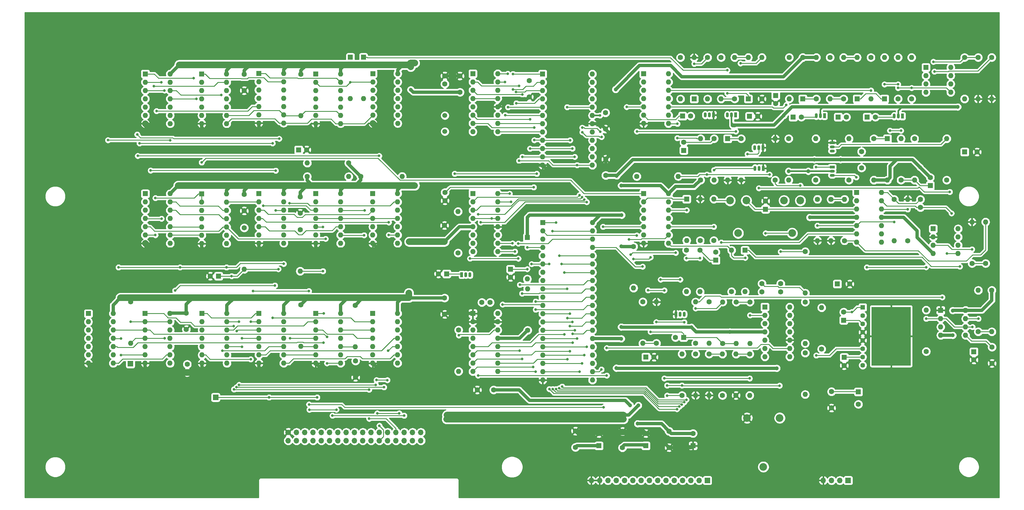
<source format=gbr>
G04 #@! TF.GenerationSoftware,KiCad,Pcbnew,(5.1.4)-1*
G04 #@! TF.CreationDate,2021-12-30T00:03:49-05:00*
G04 #@! TF.ProjectId,Space Firebird Soundboard,53706163-6520-4466-9972-656269726420,rev?*
G04 #@! TF.SameCoordinates,Original*
G04 #@! TF.FileFunction,Copper,L2,Bot*
G04 #@! TF.FilePolarity,Positive*
%FSLAX46Y46*%
G04 Gerber Fmt 4.6, Leading zero omitted, Abs format (unit mm)*
G04 Created by KiCad (PCBNEW (5.1.4)-1) date 2021-12-30 00:03:49*
%MOMM*%
%LPD*%
G04 APERTURE LIST*
%ADD10O,1.700000X1.700000*%
%ADD11C,1.700000*%
%ADD12C,1.600000*%
%ADD13O,1.600000X1.600000*%
%ADD14R,1.600000X1.600000*%
%ADD15C,1.450000*%
%ADD16R,1.450000X1.450000*%
%ADD17R,12.000000X18.000000*%
%ADD18R,1.700000X1.700000*%
%ADD19R,0.900000X1.500000*%
%ADD20O,0.900000X1.500000*%
%ADD21O,1.500000X0.900000*%
%ADD22R,1.500000X0.900000*%
%ADD23C,2.340000*%
%ADD24C,1.500000*%
%ADD25C,1.200000*%
%ADD26C,0.800000*%
%ADD27C,1.000000*%
%ADD28C,2.000000*%
%ADD29C,0.500000*%
%ADD30C,0.250000*%
%ADD31C,0.254000*%
G04 APERTURE END LIST*
D10*
X142040000Y-151925000D03*
X142040000Y-149385000D03*
X139500000Y-151925000D03*
X139500000Y-149385000D03*
X136960000Y-151925000D03*
X136960000Y-149385000D03*
X134420000Y-151925000D03*
X134420000Y-149385000D03*
X131880000Y-151925000D03*
X131880000Y-149385000D03*
X129340000Y-151925000D03*
X129340000Y-149385000D03*
X126800000Y-151925000D03*
X126800000Y-149385000D03*
X124260000Y-151925000D03*
X124260000Y-149385000D03*
X121720000Y-151925000D03*
X121720000Y-149385000D03*
X119180000Y-151925000D03*
X119180000Y-149385000D03*
X116640000Y-151925000D03*
X116640000Y-149385000D03*
X114100000Y-151925000D03*
X114100000Y-149385000D03*
X111560000Y-151925000D03*
X111560000Y-149385000D03*
X109020000Y-151925000D03*
X109020000Y-149385000D03*
X106480000Y-151925000D03*
X106480000Y-149385000D03*
X103940000Y-151925000D03*
X103940000Y-149385000D03*
X101400000Y-151925000D03*
D11*
X101400000Y-149385000D03*
D12*
X315125000Y-97575000D03*
D13*
X315125000Y-84875000D03*
D14*
X196630000Y-153500000D03*
D12*
X196630000Y-149700000D03*
D14*
X211000000Y-153500000D03*
D12*
X211000000Y-149700000D03*
D14*
X225450000Y-153500000D03*
D12*
X225450000Y-149700000D03*
X276150000Y-140750000D03*
D14*
X276150000Y-136950000D03*
D12*
X273500000Y-103875000D03*
D14*
X269700000Y-103875000D03*
D12*
X271800000Y-128900000D03*
D14*
X271800000Y-126400000D03*
X298175000Y-73725000D03*
D12*
X298175000Y-71225000D03*
D14*
X269975000Y-52700000D03*
D12*
X272475000Y-52700000D03*
D14*
X149950000Y-100775000D03*
D12*
X147450000Y-100775000D03*
X213500000Y-126300000D03*
D14*
X211000000Y-126300000D03*
X242800000Y-52450000D03*
D12*
X245300000Y-52450000D03*
X247700000Y-78450000D03*
D14*
X247700000Y-80950000D03*
D12*
X169550000Y-101825000D03*
D14*
X169550000Y-99325000D03*
D12*
X250775000Y-48600000D03*
D14*
X250775000Y-46100000D03*
D12*
X220075000Y-120250000D03*
D14*
X222575000Y-120250000D03*
D12*
X232450000Y-94100000D03*
D14*
X232450000Y-96600000D03*
D12*
X311550000Y-127150000D03*
D14*
X311550000Y-124650000D03*
X222650000Y-62925000D03*
D12*
X222650000Y-60425000D03*
X281350000Y-52725000D03*
D14*
X278850000Y-52725000D03*
X256150000Y-52700000D03*
D12*
X258650000Y-52700000D03*
D14*
X222250000Y-52400000D03*
D12*
X224750000Y-52400000D03*
X70425000Y-128500000D03*
X70425000Y-131000000D03*
X246600000Y-103775000D03*
X246600000Y-106275000D03*
X252350000Y-103775000D03*
X252350000Y-106275000D03*
X160750000Y-109540000D03*
X163250000Y-109540000D03*
X295150000Y-80425000D03*
X295150000Y-77925000D03*
X189425000Y-148975000D03*
X189425000Y-153975000D03*
X203850000Y-154075000D03*
X203850000Y-149075000D03*
X218100000Y-154025000D03*
X218100000Y-149025000D03*
X267900000Y-136900000D03*
X267900000Y-141900000D03*
X317100000Y-123225000D03*
X317100000Y-128225000D03*
X70150000Y-117825000D03*
X70150000Y-112825000D03*
X122025000Y-127475000D03*
X122025000Y-132475000D03*
X87900000Y-81450000D03*
X87900000Y-76450000D03*
X105075000Y-77150000D03*
X105075000Y-82150000D03*
X87900000Y-44575000D03*
X87900000Y-39575000D03*
X154025000Y-45075000D03*
X154025000Y-40075000D03*
X149275000Y-85925000D03*
X149275000Y-90925000D03*
X175250000Y-41500000D03*
X175250000Y-46500000D03*
X198700000Y-65600000D03*
X198700000Y-70600000D03*
X198625000Y-51375000D03*
X198625000Y-56375000D03*
X149325000Y-108175000D03*
X149325000Y-113175000D03*
X159350000Y-136350000D03*
X164350000Y-136350000D03*
D14*
X271650000Y-115000000D03*
D12*
X271650000Y-112500000D03*
X312530000Y-63410000D03*
D14*
X308730000Y-63410000D03*
D12*
X277100000Y-63275000D03*
X277100000Y-68275000D03*
X149400000Y-42575000D03*
X149400000Y-40075000D03*
X149425000Y-78325000D03*
X149425000Y-75825000D03*
D14*
X174650000Y-89650000D03*
D13*
X174650000Y-102350000D03*
D14*
X223500000Y-77850000D03*
D13*
X223500000Y-90550000D03*
D14*
X241425000Y-93550000D03*
D13*
X241425000Y-106250000D03*
D14*
X236075000Y-59325000D03*
D13*
X236075000Y-72025000D03*
X285050000Y-72025000D03*
D14*
X285050000Y-59325000D03*
D13*
X259100000Y-34425000D03*
D14*
X259100000Y-47125000D03*
D13*
X225800000Y-34450000D03*
D14*
X225800000Y-47150000D03*
D13*
X242400000Y-34425000D03*
D14*
X242400000Y-47125000D03*
X120450000Y-34375000D03*
D13*
X120450000Y-47075000D03*
X124450000Y-47075000D03*
D14*
X124450000Y-34375000D03*
X284150000Y-47125000D03*
D13*
X284150000Y-34425000D03*
X275750000Y-34425000D03*
D14*
X275750000Y-47125000D03*
D13*
X82595000Y-112950000D03*
X74975000Y-128190000D03*
X82595000Y-115490000D03*
X74975000Y-125650000D03*
X82595000Y-118030000D03*
X74975000Y-123110000D03*
X82595000Y-120570000D03*
X74975000Y-120570000D03*
X82595000Y-123110000D03*
X74975000Y-118030000D03*
X82595000Y-125650000D03*
X74975000Y-115490000D03*
X82595000Y-128190000D03*
D14*
X74975000Y-112950000D03*
X127275000Y-112925000D03*
D13*
X134895000Y-128165000D03*
X127275000Y-115465000D03*
X134895000Y-125625000D03*
X127275000Y-118005000D03*
X134895000Y-123085000D03*
X127275000Y-120545000D03*
X134895000Y-120545000D03*
X127275000Y-123085000D03*
X134895000Y-118005000D03*
X127275000Y-125625000D03*
X134895000Y-115465000D03*
X127275000Y-128165000D03*
X134895000Y-112925000D03*
D14*
X92400000Y-112925000D03*
D13*
X100020000Y-128165000D03*
X92400000Y-115465000D03*
X100020000Y-125625000D03*
X92400000Y-118005000D03*
X100020000Y-123085000D03*
X92400000Y-120545000D03*
X100020000Y-120545000D03*
X92400000Y-123085000D03*
X100020000Y-118005000D03*
X92400000Y-125625000D03*
X100020000Y-115465000D03*
X92400000Y-128165000D03*
X100020000Y-112925000D03*
X117445000Y-112925000D03*
X109825000Y-128165000D03*
X117445000Y-115465000D03*
X109825000Y-125625000D03*
X117445000Y-118005000D03*
X109825000Y-123085000D03*
X117445000Y-120545000D03*
X109825000Y-120545000D03*
X117445000Y-123085000D03*
X109825000Y-118005000D03*
X117445000Y-125625000D03*
X109825000Y-115465000D03*
X117445000Y-128165000D03*
D14*
X109825000Y-112925000D03*
X127300000Y-76175000D03*
D13*
X134920000Y-91415000D03*
X127300000Y-78715000D03*
X134920000Y-88875000D03*
X127300000Y-81255000D03*
X134920000Y-86335000D03*
X127300000Y-83795000D03*
X134920000Y-83795000D03*
X127300000Y-86335000D03*
X134920000Y-81255000D03*
X127300000Y-88875000D03*
X134920000Y-78715000D03*
X127300000Y-91415000D03*
X134920000Y-76175000D03*
X117445000Y-76200000D03*
X109825000Y-91440000D03*
X117445000Y-78740000D03*
X109825000Y-88900000D03*
X117445000Y-81280000D03*
X109825000Y-86360000D03*
X117445000Y-83820000D03*
X109825000Y-83820000D03*
X117445000Y-86360000D03*
X109825000Y-81280000D03*
X117445000Y-88900000D03*
X109825000Y-78740000D03*
X117445000Y-91440000D03*
D14*
X109825000Y-76200000D03*
D13*
X65195000Y-76200000D03*
X57575000Y-91440000D03*
X65195000Y-78740000D03*
X57575000Y-88900000D03*
X65195000Y-81280000D03*
X57575000Y-86360000D03*
X65195000Y-83820000D03*
X57575000Y-83820000D03*
X65195000Y-86360000D03*
X57575000Y-81280000D03*
X65195000Y-88900000D03*
X57575000Y-78740000D03*
X65195000Y-91440000D03*
D14*
X57575000Y-76200000D03*
X40125000Y-112950000D03*
D13*
X47745000Y-128190000D03*
X40125000Y-115490000D03*
X47745000Y-125650000D03*
X40125000Y-118030000D03*
X47745000Y-123110000D03*
X40125000Y-120570000D03*
X47745000Y-120570000D03*
X40125000Y-123110000D03*
X47745000Y-118030000D03*
X40125000Y-125650000D03*
X47745000Y-115490000D03*
X40125000Y-128190000D03*
X47745000Y-112950000D03*
D14*
X57575000Y-39475000D03*
D13*
X65195000Y-54715000D03*
X57575000Y-42015000D03*
X65195000Y-52175000D03*
X57575000Y-44555000D03*
X65195000Y-49635000D03*
X57575000Y-47095000D03*
X65195000Y-47095000D03*
X57575000Y-49635000D03*
X65195000Y-44555000D03*
X57575000Y-52175000D03*
X65195000Y-42015000D03*
X57575000Y-54715000D03*
X65195000Y-39475000D03*
D14*
X57550000Y-112950000D03*
D13*
X65170000Y-128190000D03*
X57550000Y-115490000D03*
X65170000Y-125650000D03*
X57550000Y-118030000D03*
X65170000Y-123110000D03*
X57550000Y-120570000D03*
X65170000Y-120570000D03*
X57550000Y-123110000D03*
X65170000Y-118030000D03*
X57550000Y-125650000D03*
X65170000Y-115490000D03*
X57550000Y-128190000D03*
X65170000Y-112950000D03*
D14*
X74875000Y-76275000D03*
D13*
X82495000Y-91515000D03*
X74875000Y-78815000D03*
X82495000Y-88975000D03*
X74875000Y-81355000D03*
X82495000Y-86435000D03*
X74875000Y-83895000D03*
X82495000Y-83895000D03*
X74875000Y-86435000D03*
X82495000Y-81355000D03*
X74875000Y-88975000D03*
X82495000Y-78815000D03*
X74875000Y-91515000D03*
X82495000Y-76275000D03*
X100020000Y-76125000D03*
X92400000Y-91365000D03*
X100020000Y-78665000D03*
X92400000Y-88825000D03*
X100020000Y-81205000D03*
X92400000Y-86285000D03*
X100020000Y-83745000D03*
X92400000Y-83745000D03*
X100020000Y-86285000D03*
X92400000Y-81205000D03*
X100020000Y-88825000D03*
X92400000Y-78665000D03*
X100020000Y-91365000D03*
D14*
X92400000Y-76125000D03*
D13*
X134945000Y-39400000D03*
X127325000Y-54640000D03*
X134945000Y-41940000D03*
X127325000Y-52100000D03*
X134945000Y-44480000D03*
X127325000Y-49560000D03*
X134945000Y-47020000D03*
X127325000Y-47020000D03*
X134945000Y-49560000D03*
X127325000Y-44480000D03*
X134945000Y-52100000D03*
X127325000Y-41940000D03*
X134945000Y-54640000D03*
D14*
X127325000Y-39400000D03*
D13*
X117445000Y-39475000D03*
X109825000Y-54715000D03*
X117445000Y-42015000D03*
X109825000Y-52175000D03*
X117445000Y-44555000D03*
X109825000Y-49635000D03*
X117445000Y-47095000D03*
X109825000Y-47095000D03*
X117445000Y-49635000D03*
X109825000Y-44555000D03*
X117445000Y-52175000D03*
X109825000Y-42015000D03*
X117445000Y-54715000D03*
D14*
X109825000Y-39475000D03*
X92350000Y-39300000D03*
D13*
X99970000Y-54540000D03*
X92350000Y-41840000D03*
X99970000Y-52000000D03*
X92350000Y-44380000D03*
X99970000Y-49460000D03*
X92350000Y-46920000D03*
X99970000Y-46920000D03*
X92350000Y-49460000D03*
X99970000Y-44380000D03*
X92350000Y-52000000D03*
X99970000Y-41840000D03*
X92350000Y-54540000D03*
X99970000Y-39300000D03*
X82520000Y-39500000D03*
X74900000Y-54740000D03*
X82520000Y-42040000D03*
X74900000Y-52200000D03*
X82520000Y-44580000D03*
X74900000Y-49660000D03*
X82520000Y-47120000D03*
X74900000Y-47120000D03*
X82520000Y-49660000D03*
X74900000Y-44580000D03*
X82520000Y-52200000D03*
X74900000Y-42040000D03*
X82520000Y-54740000D03*
D14*
X74900000Y-39500000D03*
X157975000Y-39400000D03*
D13*
X165595000Y-57180000D03*
X157975000Y-41940000D03*
X165595000Y-54640000D03*
X157975000Y-44480000D03*
X165595000Y-52100000D03*
X157975000Y-47020000D03*
X165595000Y-49560000D03*
X157975000Y-49560000D03*
X165595000Y-47020000D03*
X157975000Y-52100000D03*
X165595000Y-44480000D03*
X157975000Y-54640000D03*
X165595000Y-41940000D03*
X157975000Y-57180000D03*
X165595000Y-39400000D03*
X165595000Y-76175000D03*
X157975000Y-93955000D03*
X165595000Y-78715000D03*
X157975000Y-91415000D03*
X165595000Y-81255000D03*
X157975000Y-88875000D03*
X165595000Y-83795000D03*
X157975000Y-86335000D03*
X165595000Y-86335000D03*
X157975000Y-83795000D03*
X165595000Y-88875000D03*
X157975000Y-81255000D03*
X165595000Y-91415000D03*
X157975000Y-78715000D03*
X165595000Y-93955000D03*
D14*
X157975000Y-76175000D03*
D13*
X194640000Y-85075000D03*
X179400000Y-133335000D03*
X194640000Y-87615000D03*
X179400000Y-130795000D03*
X194640000Y-90155000D03*
X179400000Y-128255000D03*
X194640000Y-92695000D03*
X179400000Y-125715000D03*
X194640000Y-95235000D03*
X179400000Y-123175000D03*
X194640000Y-97775000D03*
X179400000Y-120635000D03*
X194640000Y-100315000D03*
X179400000Y-118095000D03*
X194640000Y-102855000D03*
X179400000Y-115555000D03*
X194640000Y-105395000D03*
X179400000Y-113015000D03*
X194640000Y-107935000D03*
X179400000Y-110475000D03*
X194640000Y-110475000D03*
X179400000Y-107935000D03*
X194640000Y-113015000D03*
X179400000Y-105395000D03*
X194640000Y-115555000D03*
X179400000Y-102855000D03*
X194640000Y-118095000D03*
X179400000Y-100315000D03*
X194640000Y-120635000D03*
X179400000Y-97775000D03*
X194640000Y-123175000D03*
X179400000Y-95235000D03*
X194640000Y-125715000D03*
X179400000Y-92695000D03*
X194640000Y-128255000D03*
X179400000Y-90155000D03*
X194640000Y-130795000D03*
X179400000Y-87615000D03*
X194640000Y-133335000D03*
D14*
X179400000Y-85075000D03*
D13*
X194615000Y-39500000D03*
X179375000Y-67440000D03*
X194615000Y-42040000D03*
X179375000Y-64900000D03*
X194615000Y-44580000D03*
X179375000Y-62360000D03*
X194615000Y-47120000D03*
X179375000Y-59820000D03*
X194615000Y-49660000D03*
X179375000Y-57280000D03*
X194615000Y-52200000D03*
X179375000Y-54740000D03*
X194615000Y-54740000D03*
X179375000Y-52200000D03*
X194615000Y-57280000D03*
X179375000Y-49660000D03*
X194615000Y-59820000D03*
X179375000Y-47120000D03*
X194615000Y-62360000D03*
X179375000Y-44580000D03*
X194615000Y-64900000D03*
X179375000Y-42040000D03*
X194615000Y-67440000D03*
D14*
X179375000Y-39500000D03*
D13*
X165595000Y-112925000D03*
X157975000Y-130705000D03*
X165595000Y-115465000D03*
X157975000Y-128165000D03*
X165595000Y-118005000D03*
X157975000Y-125625000D03*
X165595000Y-120545000D03*
X157975000Y-123085000D03*
X165595000Y-123085000D03*
X157975000Y-120545000D03*
X165595000Y-125625000D03*
X157975000Y-118005000D03*
X165595000Y-128165000D03*
X157975000Y-115465000D03*
X165595000Y-130705000D03*
D14*
X157975000Y-112925000D03*
D13*
X217945000Y-76175000D03*
X210325000Y-91415000D03*
X217945000Y-78715000D03*
X210325000Y-88875000D03*
X217945000Y-81255000D03*
X210325000Y-86335000D03*
X217945000Y-83795000D03*
X210325000Y-83795000D03*
X217945000Y-86335000D03*
X210325000Y-81255000D03*
X217945000Y-88875000D03*
X210325000Y-78715000D03*
X217945000Y-91415000D03*
D14*
X210325000Y-76175000D03*
X210325000Y-39450000D03*
D13*
X217945000Y-54690000D03*
X210325000Y-41990000D03*
X217945000Y-52150000D03*
X210325000Y-44530000D03*
X217945000Y-49610000D03*
X210325000Y-47070000D03*
X217945000Y-47070000D03*
X210325000Y-49610000D03*
X217945000Y-44530000D03*
X210325000Y-52150000D03*
X217945000Y-41990000D03*
X210325000Y-54690000D03*
X217945000Y-39450000D03*
D14*
X275650000Y-75850000D03*
D13*
X283270000Y-91090000D03*
X275650000Y-78390000D03*
X283270000Y-88550000D03*
X275650000Y-80930000D03*
X283270000Y-86010000D03*
X275650000Y-83470000D03*
X283270000Y-83470000D03*
X275650000Y-86010000D03*
X283270000Y-80930000D03*
X275650000Y-88550000D03*
X283270000Y-78390000D03*
X275650000Y-91090000D03*
X283270000Y-75850000D03*
X255095000Y-110950000D03*
X247475000Y-126190000D03*
X255095000Y-113490000D03*
X247475000Y-123650000D03*
X255095000Y-116030000D03*
X247475000Y-121110000D03*
X255095000Y-118570000D03*
X247475000Y-118570000D03*
X255095000Y-121110000D03*
X247475000Y-116030000D03*
X255095000Y-123650000D03*
X247475000Y-113490000D03*
X255095000Y-126190000D03*
D14*
X247475000Y-110950000D03*
D15*
X277475000Y-128805000D03*
X277475000Y-126265000D03*
X277475000Y-123725000D03*
X277475000Y-121185000D03*
X277475000Y-118645000D03*
X277475000Y-116105000D03*
X277475000Y-113565000D03*
D16*
X277475000Y-111025000D03*
D17*
X286195000Y-119915000D03*
D13*
X308995000Y-111975000D03*
X301375000Y-119595000D03*
X308995000Y-114515000D03*
X301375000Y-117055000D03*
X308995000Y-117055000D03*
X301375000Y-114515000D03*
X308995000Y-119595000D03*
D14*
X301375000Y-111975000D03*
D10*
X265380000Y-164125000D03*
X267920000Y-164125000D03*
X270460000Y-164125000D03*
D18*
X273000000Y-164125000D03*
D10*
X194315000Y-164125000D03*
X196855000Y-164125000D03*
X199395000Y-164125000D03*
X201935000Y-164125000D03*
X204475000Y-164125000D03*
X207015000Y-164125000D03*
X209555000Y-164125000D03*
X212095000Y-164125000D03*
X214635000Y-164125000D03*
X217175000Y-164125000D03*
X219715000Y-164125000D03*
X222255000Y-164125000D03*
X224795000Y-164125000D03*
X227335000Y-164125000D03*
D18*
X229875000Y-164125000D03*
D12*
X271900000Y-90600000D03*
D13*
X271900000Y-77900000D03*
X292450000Y-34425000D03*
D12*
X292450000Y-47125000D03*
X296925000Y-124575000D03*
D13*
X296925000Y-111875000D03*
X317050000Y-118525000D03*
D12*
X317050000Y-105825000D03*
X280900000Y-59325000D03*
D13*
X280900000Y-72025000D03*
X263250000Y-34425000D03*
D12*
X263250000Y-47125000D03*
D13*
X237275000Y-93550000D03*
D12*
X237275000Y-106250000D03*
X234075000Y-34425000D03*
D13*
X234075000Y-47125000D03*
D12*
X214250000Y-122075000D03*
D13*
X214250000Y-109375000D03*
X273275000Y-59320000D03*
D12*
X273275000Y-72020000D03*
D13*
X312900000Y-105825000D03*
D12*
X312900000Y-118525000D03*
D13*
X238725000Y-122100000D03*
D12*
X238725000Y-109400000D03*
X234550000Y-122100000D03*
D13*
X234550000Y-109400000D03*
D12*
X234500000Y-138050000D03*
D13*
X234500000Y-125350000D03*
D12*
X210075000Y-109375000D03*
D13*
X210075000Y-122075000D03*
X174750000Y-105375000D03*
D12*
X174750000Y-118075000D03*
D13*
X153450000Y-81675000D03*
D12*
X153450000Y-94375000D03*
X242900000Y-109400000D03*
D13*
X242900000Y-122100000D03*
X238650000Y-125350000D03*
D12*
X238650000Y-138050000D03*
X226250000Y-122075000D03*
D13*
X226250000Y-109375000D03*
X226225000Y-138050000D03*
D12*
X226225000Y-125350000D03*
D13*
X263600000Y-90600000D03*
D12*
X263600000Y-77900000D03*
D13*
X291275000Y-77925000D03*
D12*
X291275000Y-90625000D03*
X308675000Y-34425000D03*
D13*
X308675000Y-47125000D03*
X288300000Y-34425000D03*
D12*
X288300000Y-47125000D03*
D13*
X254800000Y-72025000D03*
D12*
X254800000Y-59325000D03*
X263100000Y-72025000D03*
D13*
X263100000Y-59325000D03*
D12*
X279975000Y-34425000D03*
D13*
X279975000Y-47125000D03*
X289200000Y-59325000D03*
D12*
X289200000Y-72025000D03*
D13*
X227775000Y-59300000D03*
D12*
X227775000Y-72000000D03*
X254950000Y-34425000D03*
D13*
X254950000Y-47125000D03*
X271600000Y-34425000D03*
D12*
X271600000Y-47125000D03*
X221625000Y-34450000D03*
D13*
X221625000Y-47150000D03*
X229925000Y-47150000D03*
D12*
X229925000Y-34450000D03*
D13*
X238225000Y-34425000D03*
D12*
X238225000Y-47125000D03*
X153600000Y-117975000D03*
D13*
X153600000Y-130675000D03*
X240225000Y-72025000D03*
D12*
X240225000Y-59325000D03*
D13*
X259825000Y-122100000D03*
D12*
X259825000Y-109400000D03*
X259875000Y-93975000D03*
D13*
X259875000Y-106675000D03*
D12*
X259825000Y-125050000D03*
D13*
X259825000Y-137750000D03*
D12*
X105300000Y-39550000D03*
D13*
X105300000Y-52250000D03*
X220940000Y-70880000D03*
D12*
X208240000Y-70880000D03*
X230375000Y-125350000D03*
D13*
X230375000Y-138050000D03*
X227650000Y-77850000D03*
D12*
X227650000Y-90550000D03*
D13*
X310975000Y-84875000D03*
D12*
X310975000Y-97575000D03*
X312850000Y-34425000D03*
D13*
X312850000Y-47125000D03*
X317000000Y-47100000D03*
D12*
X317000000Y-34400000D03*
X231825000Y-90550000D03*
D13*
X231825000Y-77850000D03*
D12*
X287150000Y-77925000D03*
D13*
X287150000Y-90625000D03*
D12*
X246575000Y-47125000D03*
D13*
X246575000Y-34425000D03*
D12*
X222075000Y-138050000D03*
D13*
X222075000Y-125350000D03*
X207240000Y-105110000D03*
D12*
X207240000Y-92410000D03*
D13*
X242825000Y-138050000D03*
D12*
X242825000Y-125350000D03*
D13*
X105250000Y-122975000D03*
D12*
X105250000Y-110275000D03*
X123600000Y-70875000D03*
D13*
X136300000Y-70875000D03*
D12*
X105050000Y-87250000D03*
D13*
X105050000Y-99950000D03*
D12*
X121900000Y-110425000D03*
D13*
X121900000Y-123125000D03*
D12*
X107225000Y-70950000D03*
D13*
X119925000Y-70950000D03*
X107225000Y-66800000D03*
D12*
X119925000Y-66800000D03*
D13*
X53075000Y-122075000D03*
D12*
X53075000Y-109375000D03*
X87900000Y-86650000D03*
D13*
X87900000Y-99350000D03*
X223480000Y-106240000D03*
D12*
X223480000Y-93540000D03*
X227625000Y-93550000D03*
D13*
X227625000Y-106250000D03*
X267750000Y-90600000D03*
D12*
X267750000Y-77900000D03*
D13*
X303225000Y-59325000D03*
D12*
X303225000Y-72025000D03*
X250650000Y-72025000D03*
D13*
X250650000Y-59325000D03*
D12*
X293350000Y-59325000D03*
D13*
X293350000Y-72025000D03*
D12*
X231925000Y-59325000D03*
D13*
X231925000Y-72025000D03*
X267450000Y-47125000D03*
D12*
X267450000Y-34425000D03*
D13*
X230400000Y-122090000D03*
D12*
X230400000Y-109390000D03*
X264875000Y-123850000D03*
D13*
X264875000Y-111150000D03*
D18*
X53025000Y-128350000D03*
X79150000Y-138650000D03*
D19*
X154575000Y-101050000D03*
D20*
X157115000Y-101050000D03*
X155845000Y-101050000D03*
D19*
X220225000Y-113150000D03*
D20*
X222765000Y-113150000D03*
X221495000Y-113150000D03*
X245705000Y-68425000D03*
X244435000Y-68425000D03*
D19*
X246975000Y-68425000D03*
D20*
X245605000Y-62075000D03*
X244335000Y-62075000D03*
D19*
X246875000Y-62075000D03*
D21*
X268125000Y-69300000D03*
X268125000Y-70570000D03*
D22*
X268125000Y-68030000D03*
D19*
X289650000Y-52400000D03*
D20*
X287110000Y-52400000D03*
X288380000Y-52400000D03*
X264480000Y-52300000D03*
X263210000Y-52300000D03*
D19*
X265750000Y-52300000D03*
X231725000Y-52075000D03*
D20*
X229185000Y-52075000D03*
X230455000Y-52075000D03*
X237280000Y-52075000D03*
X236010000Y-52075000D03*
D19*
X238550000Y-52075000D03*
D22*
X268125000Y-60555000D03*
D21*
X268125000Y-63095000D03*
X268125000Y-61825000D03*
D23*
X242025000Y-144975000D03*
X247025000Y-159975000D03*
X252025000Y-144975000D03*
X236800000Y-78300000D03*
X239300000Y-88300000D03*
X241800000Y-78300000D03*
X258350000Y-78300000D03*
X255850000Y-88300000D03*
X253350000Y-78300000D03*
D24*
X149400000Y-57125000D03*
X149400000Y-52225000D03*
D14*
X299100000Y-86950000D03*
D13*
X306720000Y-94570000D03*
X299100000Y-89490000D03*
X306720000Y-92030000D03*
X299100000Y-92030000D03*
X306720000Y-89490000D03*
X299100000Y-94570000D03*
X306720000Y-86950000D03*
X304445000Y-37475000D03*
X296825000Y-45095000D03*
X304445000Y-40015000D03*
X296825000Y-42555000D03*
X304445000Y-42555000D03*
X296825000Y-40015000D03*
X304445000Y-45095000D03*
D14*
X296825000Y-37475000D03*
D12*
X77525000Y-101475000D03*
D14*
X80025000Y-101475000D03*
X104575000Y-62775000D03*
D12*
X107075000Y-62775000D03*
D25*
X291000000Y-113000000D03*
X289000000Y-113000000D03*
X287000000Y-113000000D03*
X285000000Y-113000000D03*
X283000000Y-113000000D03*
X283000000Y-115000000D03*
X291000000Y-117000000D03*
X289000000Y-117000000D03*
X287000000Y-117000000D03*
X291000000Y-115000000D03*
X289000000Y-115000000D03*
X287000000Y-115000000D03*
X285000000Y-115000000D03*
X285000000Y-117000000D03*
X283000000Y-117000000D03*
X283000000Y-119000000D03*
X285000000Y-119000000D03*
X285000000Y-121000000D03*
X283000000Y-121000000D03*
X283000000Y-123000000D03*
X285000000Y-123000000D03*
X287000000Y-123000000D03*
X289000000Y-123000000D03*
X289000000Y-125000000D03*
X287000000Y-125000000D03*
X285000000Y-125000000D03*
X283000000Y-125000000D03*
X283000000Y-127000000D03*
X285000000Y-127000000D03*
X287000000Y-127000000D03*
X289000000Y-127000000D03*
X291000000Y-127000000D03*
X291000000Y-125000000D03*
X291000000Y-123000000D03*
X142900000Y-57025000D03*
X144125000Y-57025000D03*
X87725000Y-57050000D03*
X107100000Y-57050000D03*
X142775000Y-93675000D03*
X144125000Y-93675000D03*
X77475000Y-93725000D03*
X144600000Y-130825000D03*
X145975000Y-130825000D03*
X102375000Y-131000000D03*
X89750000Y-93725000D03*
X106975000Y-93725000D03*
X143450000Y-67375000D03*
X163015000Y-67440000D03*
X204175000Y-144100000D03*
X149825000Y-143900000D03*
X149850000Y-145450000D03*
X204150000Y-145325000D03*
X138375000Y-108075000D03*
X138375000Y-106650000D03*
X138375000Y-73700000D03*
X140175000Y-73675000D03*
X138950000Y-37275000D03*
X140200000Y-36150000D03*
X138375000Y-91000000D03*
X139725000Y-90925000D03*
X138950000Y-44300000D03*
X208700000Y-141125000D03*
X203600000Y-82760000D03*
X203475010Y-120675000D03*
X203475010Y-117070000D03*
X224970000Y-117140000D03*
X236750000Y-118560000D03*
X203475010Y-92370000D03*
X306610000Y-49590000D03*
X253280000Y-52210000D03*
X203475010Y-73700000D03*
X254760000Y-69300000D03*
X261260000Y-83470000D03*
X260780000Y-69300000D03*
X305050000Y-112020000D03*
X305080000Y-119620000D03*
X202075000Y-70724990D03*
X206200000Y-141075000D03*
X208500000Y-146725000D03*
X251120000Y-129720000D03*
X201950000Y-129675010D03*
X201740000Y-44217500D03*
X295065000Y-68115000D03*
X262650000Y-65750000D03*
X270660000Y-65750000D03*
D26*
X274160000Y-112500000D03*
X214200000Y-115575000D03*
X222775000Y-115600000D03*
X247700000Y-88325000D03*
X242175000Y-64025000D03*
X174700000Y-92675000D03*
X174650000Y-99325000D03*
X248900000Y-70325000D03*
X229715000Y-70325000D03*
X217525000Y-138100000D03*
X212440000Y-118550000D03*
X234100000Y-91160000D03*
X311125000Y-117075000D03*
X296925000Y-114525000D03*
X220650000Y-59150000D03*
X220650000Y-54750000D03*
X280000000Y-44550000D03*
X254050000Y-48980000D03*
X225850000Y-36350000D03*
X242950000Y-113475000D03*
X252325000Y-93975000D03*
X304700000Y-82225000D03*
X304160000Y-75650000D03*
X245650000Y-74500000D03*
X275500000Y-71175000D03*
X296910000Y-98740000D03*
X278760000Y-98770000D03*
X177550000Y-70075000D03*
X152400000Y-70075000D03*
X208225000Y-89000000D03*
X176650000Y-74225000D03*
X223500000Y-81250000D03*
X227590000Y-95970000D03*
X223470000Y-96010000D03*
X312925000Y-114525000D03*
X307250000Y-98525000D03*
X241450000Y-95860000D03*
X231920000Y-68950000D03*
X235975000Y-45425000D03*
X235950000Y-38350000D03*
X120450000Y-42000000D03*
X288300000Y-42675000D03*
X284150000Y-42675000D03*
X285825000Y-56850000D03*
X289200000Y-56875000D03*
X128225000Y-134800000D03*
X86325000Y-134800000D03*
X86325000Y-115475000D03*
X129340000Y-147340000D03*
X89900000Y-126975000D03*
X89900000Y-115450000D03*
X130730000Y-135520000D03*
X85522728Y-135540259D03*
X87200000Y-123125000D03*
X87225000Y-120525000D03*
X126175000Y-136275000D03*
X84750000Y-136175000D03*
X126200000Y-145200000D03*
X81200000Y-124375000D03*
X95525000Y-138650000D03*
X110270000Y-138650000D03*
X124850000Y-81300000D03*
X96600000Y-114250000D03*
X96600000Y-60750000D03*
X55825000Y-60750000D03*
X132050000Y-124380000D03*
X85600000Y-118300000D03*
X84650000Y-116775000D03*
X90600000Y-106050000D03*
X107700000Y-106050000D03*
X101950000Y-120525000D03*
X116150000Y-142425000D03*
X107875000Y-142430000D03*
X113275000Y-128200000D03*
X113275000Y-120125000D03*
X112225000Y-121850000D03*
X112250000Y-112950000D03*
X132225000Y-85000000D03*
X132225000Y-88850000D03*
X128440000Y-133340000D03*
X131774990Y-133360000D03*
X128675010Y-143525000D03*
X135425000Y-143525000D03*
X101800000Y-79125000D03*
X112050000Y-99950000D03*
X112050000Y-86375000D03*
X93725000Y-79850000D03*
X124650000Y-88925000D03*
X114950000Y-144250000D03*
X136940000Y-144250000D03*
X112850000Y-90025000D03*
X60675000Y-77525000D03*
X60675000Y-88900000D03*
X74850000Y-66600000D03*
X63475000Y-44550000D03*
X62550000Y-83850000D03*
X129250000Y-64600000D03*
X55275000Y-64600000D03*
X61025000Y-50850000D03*
X62500000Y-42025000D03*
X60225000Y-43225000D03*
X49400000Y-98775000D03*
X100000000Y-97700000D03*
X82500000Y-98775000D03*
X68225000Y-98775000D03*
X50150000Y-125675000D03*
X50125000Y-120625000D03*
X46150000Y-59775000D03*
X65200000Y-59800000D03*
X72450000Y-40750000D03*
X66725000Y-105900000D03*
X97325000Y-104350000D03*
X98625000Y-59350000D03*
X55100000Y-58025000D03*
X73250000Y-47100000D03*
X59225000Y-69075000D03*
X97550000Y-69125000D03*
X97550000Y-81325000D03*
X80900000Y-45925000D03*
X53075000Y-115475000D03*
X63525000Y-120550000D03*
X172150000Y-66100000D03*
X172125000Y-43175000D03*
X189935000Y-67440000D03*
X189925000Y-120625000D03*
X173150000Y-64900000D03*
X173150000Y-45775000D03*
X189200000Y-64900000D03*
X189210000Y-118100000D03*
X163795000Y-83795000D03*
X167100000Y-110175000D03*
X175500000Y-53375000D03*
X175500000Y-62375000D03*
X188490000Y-62360000D03*
X188475000Y-115550000D03*
X176800000Y-55950000D03*
X176825000Y-59775000D03*
X187780000Y-59820000D03*
X187750000Y-113000000D03*
X167900000Y-52100000D03*
X167850000Y-41925000D03*
X168775000Y-49675000D03*
X168675000Y-39425000D03*
X170300000Y-39500000D03*
X169250010Y-76200000D03*
X170250000Y-44225000D03*
X169700020Y-78700000D03*
X160400000Y-85000000D03*
X192875000Y-78750000D03*
X192850000Y-123150000D03*
X159650000Y-82525000D03*
X192150000Y-78000010D03*
X192100000Y-125725000D03*
X191425000Y-77300000D03*
X191425000Y-128250000D03*
X171225000Y-45000000D03*
X170150000Y-91425000D03*
X190677589Y-76635635D03*
X190675000Y-130775000D03*
X171325000Y-48450000D03*
X170875000Y-93925000D03*
X221275000Y-141475000D03*
X182453514Y-136103209D03*
X182425000Y-87650000D03*
X171925000Y-91475000D03*
X171925000Y-96100000D03*
X157115000Y-96078998D03*
X210000000Y-98550000D03*
X222775000Y-140125000D03*
X184465096Y-135849980D03*
X184525000Y-95250000D03*
X223427941Y-139367589D03*
X185350000Y-135325000D03*
X185200000Y-97775000D03*
X186000000Y-119375000D03*
X186075000Y-100375000D03*
X172325000Y-124325000D03*
X172400000Y-104125000D03*
X173050000Y-126875000D03*
X173075000Y-106800000D03*
X176475000Y-129375000D03*
X177250000Y-109250000D03*
X177200000Y-130750000D03*
X177250000Y-111725000D03*
X187000000Y-127000000D03*
X186950000Y-114325000D03*
X186875000Y-105400000D03*
X186890000Y-49660000D03*
X187725000Y-124500000D03*
X187750000Y-116800000D03*
X188600000Y-121900000D03*
X188600000Y-119150000D03*
X176000000Y-97775000D03*
X220550000Y-142250000D03*
X181425000Y-136100000D03*
X181400000Y-97750000D03*
X197400000Y-130100000D03*
X197425153Y-58800153D03*
X191525000Y-57325000D03*
X191500000Y-55950000D03*
X197075000Y-57200000D03*
X222043222Y-140834815D03*
X183476979Y-136101369D03*
X183475000Y-85075000D03*
X196950000Y-52200000D03*
X153675000Y-119625000D03*
X199025000Y-123525000D03*
X199025000Y-131950000D03*
X159575000Y-131950000D03*
X205855000Y-90220000D03*
X231825000Y-86325000D03*
X197875000Y-86325000D03*
X198050000Y-141725000D03*
X107760000Y-140820000D03*
X207240000Y-96250000D03*
X212470000Y-95690000D03*
X206370000Y-94870000D03*
X220160000Y-94320000D03*
X205130000Y-49610000D03*
X287150000Y-84900000D03*
X263600000Y-86000000D03*
X291250000Y-81000000D03*
X303275000Y-94550000D03*
X310975000Y-93250000D03*
X301850000Y-107960000D03*
X299450000Y-38750000D03*
X292475000Y-43775000D03*
X288300000Y-43775000D03*
X299125000Y-35750000D03*
X263250000Y-125800000D03*
X216660000Y-132830000D03*
X216670000Y-105840000D03*
X211670000Y-105810000D03*
X242820000Y-132830000D03*
X221540000Y-102530000D03*
X215530000Y-102530000D03*
X222075000Y-135000000D03*
X217525000Y-135000000D03*
X251990000Y-135060000D03*
X226250000Y-111350000D03*
X263150000Y-68025000D03*
X240025000Y-36225000D03*
X208260000Y-57110000D03*
X238570000Y-57110000D03*
X258375000Y-73700000D03*
X98375000Y-99325000D03*
X84050000Y-101475000D03*
D27*
X189900000Y-153500000D02*
X189425000Y-153975000D01*
X196630000Y-153500000D02*
X189900000Y-153500000D01*
X211000000Y-149700000D02*
X196630000Y-149700000D01*
X210375000Y-149075000D02*
X211000000Y-149700000D01*
X203850000Y-149075000D02*
X210375000Y-149075000D01*
X197255000Y-149075000D02*
X196630000Y-149700000D01*
X203850000Y-149075000D02*
X197255000Y-149075000D01*
X190150000Y-149700000D02*
X189425000Y-148975000D01*
X196630000Y-149700000D02*
X190150000Y-149700000D01*
X197155000Y-148975000D02*
X197255000Y-149075000D01*
X189425000Y-148975000D02*
X197155000Y-148975000D01*
X213775000Y-149700000D02*
X218100000Y-154025000D01*
X211000000Y-149700000D02*
X213775000Y-149700000D01*
X224925000Y-154025000D02*
X225450000Y-153500000D01*
X218100000Y-154025000D02*
X224925000Y-154025000D01*
D28*
X127325000Y-54640000D02*
X129735000Y-57050000D01*
X143450000Y-57050000D02*
X143450000Y-57050000D01*
X144125000Y-57025000D02*
X142900000Y-57025000D01*
X59910000Y-57050000D02*
X57575000Y-54715000D01*
X131400000Y-57050000D02*
X143450000Y-57050000D01*
X129735000Y-57050000D02*
X131400000Y-57050000D01*
D27*
X76078630Y-57050000D02*
X77400000Y-57050000D01*
X74900000Y-55871370D02*
X76078630Y-57050000D01*
X74900000Y-54740000D02*
X74900000Y-55871370D01*
D28*
X77400000Y-57050000D02*
X59910000Y-57050000D01*
D27*
X93728630Y-57050000D02*
X94375000Y-57050000D01*
X92350000Y-55671370D02*
X93728630Y-57050000D01*
X92350000Y-54540000D02*
X92350000Y-55671370D01*
X111028630Y-57050000D02*
X112075000Y-57050000D01*
X109825000Y-55846370D02*
X111028630Y-57050000D01*
X109825000Y-54715000D02*
X109825000Y-55846370D01*
D28*
X131400000Y-57050000D02*
X112075000Y-57050000D01*
X94375000Y-57050000D02*
X87725000Y-57050000D01*
X87725000Y-57050000D02*
X77400000Y-57050000D01*
X112075000Y-57050000D02*
X107100000Y-57050000D01*
X107100000Y-57050000D02*
X94375000Y-57050000D01*
D27*
X143400000Y-93725000D02*
X143450000Y-93675000D01*
D28*
X129610000Y-93725000D02*
X143400000Y-93725000D01*
D27*
X127300000Y-91415000D02*
X129610000Y-93725000D01*
D28*
X59860000Y-93725000D02*
X57575000Y-91440000D01*
D27*
X75953630Y-93725000D02*
X76775000Y-93725000D01*
X74875000Y-92646370D02*
X75953630Y-93725000D01*
X74875000Y-91515000D02*
X74875000Y-92646370D01*
D28*
X76775000Y-93725000D02*
X59860000Y-93725000D01*
D27*
X93628630Y-93725000D02*
X95200000Y-93725000D01*
X92400000Y-92496370D02*
X93628630Y-93725000D01*
X92400000Y-91365000D02*
X92400000Y-92496370D01*
X110978630Y-93725000D02*
X111850000Y-93725000D01*
X109825000Y-92571370D02*
X110978630Y-93725000D01*
X109825000Y-91440000D02*
X109825000Y-92571370D01*
D28*
X129610000Y-93725000D02*
X111850000Y-93725000D01*
D27*
X143450000Y-93675000D02*
X143450000Y-93675000D01*
D28*
X142775000Y-93675000D02*
X144125000Y-93675000D01*
D27*
X77475000Y-93725000D02*
X76775000Y-93725000D01*
D28*
X145225000Y-130800000D02*
X145250000Y-130825000D01*
X129910000Y-130800000D02*
X145225000Y-130800000D01*
D27*
X127275000Y-128165000D02*
X129910000Y-130800000D01*
X145250000Y-130825000D02*
X145250000Y-130825000D01*
D28*
X144600000Y-130825000D02*
X145975000Y-130825000D01*
D27*
X40924999Y-128989999D02*
X40125000Y-128190000D01*
D28*
X42935000Y-131000000D02*
X40924999Y-128989999D01*
D27*
X129910000Y-130800000D02*
X129710000Y-131000000D01*
X122824999Y-131249999D02*
X122575000Y-131000000D01*
X122824999Y-131675001D02*
X122824999Y-131249999D01*
X122025000Y-132475000D02*
X122824999Y-131675001D01*
D28*
X129710000Y-131000000D02*
X122575000Y-131000000D01*
D27*
X59228630Y-131000000D02*
X62100000Y-131000000D01*
X57550000Y-129321370D02*
X59228630Y-131000000D01*
X57550000Y-128190000D02*
X57550000Y-129321370D01*
D28*
X62100000Y-131000000D02*
X42935000Y-131000000D01*
D27*
X76653630Y-131000000D02*
X78150000Y-131000000D01*
X74975000Y-129321370D02*
X76653630Y-131000000D01*
X74975000Y-128190000D02*
X74975000Y-129321370D01*
D28*
X78150000Y-131000000D02*
X62100000Y-131000000D01*
D27*
X94103630Y-131000000D02*
X95425000Y-131000000D01*
X92400000Y-129296370D02*
X94103630Y-131000000D01*
X92400000Y-128165000D02*
X92400000Y-129296370D01*
D28*
X95425000Y-131000000D02*
X78150000Y-131000000D01*
D27*
X112225000Y-130565000D02*
X112225000Y-131000000D01*
X109825000Y-128165000D02*
X112225000Y-130565000D01*
D28*
X122575000Y-131000000D02*
X112225000Y-131000000D01*
X112225000Y-131000000D02*
X102375000Y-131000000D01*
X102375000Y-131000000D02*
X95425000Y-131000000D01*
X95200000Y-93725000D02*
X89750000Y-93725000D01*
X89750000Y-93725000D02*
X77475000Y-93725000D01*
X111850000Y-93725000D02*
X106975000Y-93725000D01*
X106975000Y-93725000D02*
X95200000Y-93725000D01*
D27*
X157975000Y-115465000D02*
X165595000Y-115465000D01*
X149575000Y-112925000D02*
X149325000Y-113175000D01*
X157975000Y-112925000D02*
X149575000Y-112925000D01*
X149400000Y-40075000D02*
X154025000Y-40075000D01*
X179375000Y-67440000D02*
X182110000Y-70175000D01*
X182110000Y-70175000D02*
X195625000Y-70175000D01*
X198700000Y-67100000D02*
X198700000Y-65600000D01*
X195625000Y-70175000D02*
X198700000Y-67100000D01*
X196990000Y-54740000D02*
X198625000Y-56375000D01*
X194615000Y-54740000D02*
X196990000Y-54740000D01*
X198625000Y-65525000D02*
X198700000Y-65600000D01*
X168005000Y-47150000D02*
X165595000Y-49560000D01*
X175250000Y-46500000D02*
X174600000Y-47150000D01*
X174600000Y-47150000D02*
X168005000Y-47150000D01*
X143515000Y-67440000D02*
X143450000Y-67375000D01*
X179375000Y-67440000D02*
X163015000Y-67440000D01*
X163015000Y-67440000D02*
X143515000Y-67440000D01*
X199424999Y-57174999D02*
X198625000Y-56375000D01*
X199499999Y-57249999D02*
X199424999Y-57174999D01*
X199499999Y-64800001D02*
X199499999Y-57249999D01*
X198700000Y-65600000D02*
X199499999Y-64800001D01*
X203850000Y-153800000D02*
X203850000Y-154075000D01*
X204425000Y-153225000D02*
X203850000Y-153800000D01*
X210225000Y-153225000D02*
X204425000Y-153225000D01*
X211000000Y-153500000D02*
X210500000Y-153500000D01*
X210500000Y-153500000D02*
X210225000Y-153225000D01*
X149975000Y-145325000D02*
X149850000Y-145450000D01*
D28*
X204150000Y-145325000D02*
X149975000Y-145325000D01*
D27*
X150025000Y-144100000D02*
X149825000Y-143900000D01*
D28*
X204175000Y-144100000D02*
X150025000Y-144100000D01*
X138375000Y-106650000D02*
X138375000Y-108075000D01*
D27*
X53243630Y-108075000D02*
X54125000Y-108075000D01*
X53075000Y-108243630D02*
X53243630Y-108075000D01*
X53075000Y-109375000D02*
X53075000Y-108243630D01*
X47745000Y-110330000D02*
X50000000Y-108075000D01*
X47745000Y-112950000D02*
X47745000Y-110330000D01*
D28*
X54125000Y-108075000D02*
X50000000Y-108075000D01*
X69950000Y-108075000D02*
X54125000Y-108075000D01*
D27*
X65295000Y-112825000D02*
X65170000Y-112950000D01*
X70150000Y-112825000D02*
X65295000Y-112825000D01*
X70150000Y-110150000D02*
X72225000Y-108075000D01*
X70150000Y-112825000D02*
X70150000Y-110150000D01*
D28*
X72225000Y-108075000D02*
X69950000Y-108075000D01*
D27*
X107450000Y-108075000D02*
X107650000Y-108075000D01*
X105250000Y-110275000D02*
X107450000Y-108075000D01*
X100020000Y-110355000D02*
X102300000Y-108075000D01*
X100020000Y-112925000D02*
X100020000Y-110355000D01*
D28*
X107650000Y-108075000D02*
X102300000Y-108075000D01*
X102300000Y-108075000D02*
X87400000Y-108075000D01*
D27*
X82595000Y-111818630D02*
X82600000Y-111813630D01*
X82595000Y-112950000D02*
X82595000Y-111818630D01*
X82600000Y-110375000D02*
X84900000Y-108075000D01*
X82600000Y-111813630D02*
X82600000Y-110375000D01*
D28*
X87400000Y-108075000D02*
X84900000Y-108075000D01*
X84900000Y-108075000D02*
X72225000Y-108075000D01*
D27*
X124250000Y-108075000D02*
X124750000Y-108075000D01*
X121900000Y-110425000D02*
X124250000Y-108075000D01*
X117445000Y-110305000D02*
X119675000Y-108075000D01*
X117445000Y-112925000D02*
X117445000Y-110305000D01*
D28*
X124750000Y-108075000D02*
X119675000Y-108075000D01*
X119675000Y-108075000D02*
X107650000Y-108075000D01*
D27*
X134895000Y-111793630D02*
X134900000Y-111788630D01*
X134895000Y-112925000D02*
X134895000Y-111793630D01*
X134900000Y-109550000D02*
X136375000Y-108075000D01*
X134900000Y-111788630D02*
X134900000Y-109550000D01*
D28*
X138375000Y-108075000D02*
X136375000Y-108075000D01*
X136375000Y-108075000D02*
X124750000Y-108075000D01*
D27*
X67695000Y-73700000D02*
X65195000Y-76200000D01*
X83938630Y-73700000D02*
X84700000Y-73700000D01*
X82495000Y-75143630D02*
X83938630Y-73700000D01*
X82495000Y-76275000D02*
X82495000Y-75143630D01*
D28*
X84700000Y-73700000D02*
X67695000Y-73700000D01*
D27*
X87900000Y-75200000D02*
X89400000Y-73700000D01*
X87900000Y-76450000D02*
X87900000Y-75200000D01*
D28*
X89400000Y-73700000D02*
X84700000Y-73700000D01*
D27*
X101075000Y-73938630D02*
X101075000Y-73700000D01*
X100020000Y-74993630D02*
X101075000Y-73938630D01*
X100020000Y-76125000D02*
X100020000Y-74993630D01*
D28*
X101075000Y-73700000D02*
X89400000Y-73700000D01*
D27*
X105075000Y-75725000D02*
X107100000Y-73700000D01*
X105075000Y-77150000D02*
X105075000Y-75725000D01*
D28*
X107100000Y-73700000D02*
X101075000Y-73700000D01*
D27*
X118375000Y-74138630D02*
X118375000Y-73700000D01*
X117445000Y-75068630D02*
X118375000Y-74138630D01*
X117445000Y-76200000D02*
X117445000Y-75068630D01*
D28*
X121475000Y-73700000D02*
X118375000Y-73700000D01*
D27*
X121906370Y-73700000D02*
X121475000Y-73700000D01*
X123600000Y-72006370D02*
X121906370Y-73700000D01*
X123600000Y-70875000D02*
X123600000Y-72006370D01*
X136263630Y-73700000D02*
X136700000Y-73700000D01*
X134920000Y-75043630D02*
X136263630Y-73700000D01*
X134920000Y-76175000D02*
X134920000Y-75043630D01*
D28*
X138375000Y-73700000D02*
X136700000Y-73700000D01*
X136700000Y-73700000D02*
X121475000Y-73700000D01*
D27*
X108843630Y-73700000D02*
X109075000Y-73700000D01*
X107225000Y-72081370D02*
X108843630Y-73700000D01*
X107225000Y-70950000D02*
X107225000Y-72081370D01*
D28*
X118375000Y-73700000D02*
X109075000Y-73700000D01*
X109075000Y-73700000D02*
X107100000Y-73700000D01*
D27*
X119925000Y-67200000D02*
X123600000Y-70875000D01*
X119925000Y-66800000D02*
X119925000Y-67200000D01*
D28*
X140175000Y-73675000D02*
X139375000Y-73675000D01*
X140150000Y-73700000D02*
X140175000Y-73675000D01*
X138375000Y-73700000D02*
X140150000Y-73700000D01*
X138950000Y-37275000D02*
X138350001Y-36675001D01*
X138875002Y-36150000D02*
X138350001Y-36675001D01*
X140200000Y-36150000D02*
X138875002Y-36150000D01*
D27*
X89474999Y-36868631D02*
X89474999Y-36675001D01*
X87900000Y-38443630D02*
X89474999Y-36868631D01*
X87900000Y-39575000D02*
X87900000Y-38443630D01*
D28*
X89474999Y-36675001D02*
X85344999Y-36675001D01*
D27*
X100775001Y-37363629D02*
X100775001Y-36675001D01*
X99970000Y-38168630D02*
X100775001Y-37363629D01*
X99970000Y-39300000D02*
X99970000Y-38168630D01*
D28*
X100775001Y-36675001D02*
X89474999Y-36675001D01*
D27*
X106749999Y-36968631D02*
X106749999Y-36675001D01*
X105300000Y-38418630D02*
X106749999Y-36968631D01*
X105300000Y-39550000D02*
X105300000Y-38418630D01*
D28*
X106749999Y-36675001D02*
X100775001Y-36675001D01*
D27*
X117445000Y-38005002D02*
X118775001Y-36675001D01*
X117445000Y-39475000D02*
X117445000Y-38005002D01*
D28*
X118775001Y-36675001D02*
X106749999Y-36675001D01*
D27*
X136499999Y-36713631D02*
X136499999Y-36675001D01*
X134945000Y-38268630D02*
X136499999Y-36713631D01*
X134945000Y-39400000D02*
X134945000Y-38268630D01*
D28*
X138350001Y-36675001D02*
X136499999Y-36675001D01*
X136499999Y-36675001D02*
X118775001Y-36675001D01*
D27*
X67994999Y-36675001D02*
X65195000Y-39475000D01*
D28*
X85344999Y-36675001D02*
X67994999Y-36675001D01*
D27*
X84213629Y-36675001D02*
X85344999Y-36675001D01*
X82520000Y-38368630D02*
X84213629Y-36675001D01*
X82520000Y-39500000D02*
X82520000Y-38368630D01*
X138475000Y-108175000D02*
X138375000Y-108075000D01*
X149325000Y-108175000D02*
X138475000Y-108175000D01*
X153865000Y-86335000D02*
X157975000Y-86335000D01*
X149275000Y-90925000D02*
X153865000Y-86335000D01*
X138450000Y-90925000D02*
X138375000Y-91000000D01*
D28*
X149275000Y-90925000D02*
X139725000Y-90925000D01*
X139725000Y-90925000D02*
X138450000Y-90925000D01*
D27*
X139725000Y-45075000D02*
X138950000Y-44300000D01*
X154025000Y-45075000D02*
X139725000Y-45075000D01*
X204175000Y-144100000D02*
X205725000Y-144100000D01*
X205725000Y-144100000D02*
X208700000Y-141125000D01*
X196965000Y-82750000D02*
X194640000Y-85075000D01*
X203475000Y-82750000D02*
X196965000Y-82750000D01*
X196965000Y-82750000D02*
X175350000Y-82750000D01*
X174650000Y-83450000D02*
X174650000Y-89650000D01*
X175350000Y-82750000D02*
X174650000Y-83450000D01*
X172280000Y-120545000D02*
X174750000Y-118075000D01*
X165595000Y-120545000D02*
X172280000Y-120545000D01*
X194640000Y-120635000D02*
X203435010Y-120635000D01*
X203435010Y-120635000D02*
X203475010Y-120675000D01*
X246343630Y-118570000D02*
X246333630Y-118560000D01*
X247475000Y-118570000D02*
X246343630Y-118570000D01*
X246333630Y-118560000D02*
X236750000Y-118560000D01*
X226390000Y-118560000D02*
X224970000Y-117140000D01*
X224970000Y-117140000D02*
X203545010Y-117140000D01*
X203545010Y-117140000D02*
X203475010Y-117070000D01*
X224970000Y-117140000D02*
X224970000Y-117140000D01*
X236750000Y-118560000D02*
X226390000Y-118560000D01*
X217945000Y-76175000D02*
X220120000Y-74000000D01*
X225775000Y-74000000D02*
X227775000Y-72000000D01*
X220120000Y-74000000D02*
X225775000Y-74000000D01*
X206580000Y-92420000D02*
X203525010Y-92420000D01*
X203525010Y-92420000D02*
X203475010Y-92370000D01*
X257410000Y-49590000D02*
X255840000Y-49590000D01*
X255840000Y-49590000D02*
X250280000Y-55150000D01*
X237970000Y-55150000D02*
X237970000Y-55130000D01*
D29*
X237280000Y-54440000D02*
X237280000Y-52075000D01*
X237970000Y-55130000D02*
X237280000Y-54440000D01*
X237280000Y-54440000D02*
X237280000Y-55360000D01*
X237280000Y-55360000D02*
X237490000Y-55570000D01*
X237550000Y-55570000D02*
X237970000Y-55150000D01*
X237490000Y-55570000D02*
X237550000Y-55570000D01*
X237490000Y-55570000D02*
X238330000Y-55570000D01*
X238750000Y-55150000D02*
X238790000Y-55150000D01*
X238330000Y-55570000D02*
X238750000Y-55150000D01*
D27*
X250280000Y-55150000D02*
X238790000Y-55150000D01*
X238790000Y-55150000D02*
X237970000Y-55150000D01*
X266210000Y-49590000D02*
X265520000Y-49590000D01*
X266210000Y-49590000D02*
X257410000Y-49590000D01*
X266210000Y-49590000D02*
X265360000Y-49590000D01*
D29*
X264480000Y-50470000D02*
X264480000Y-52300000D01*
X264640000Y-50310000D02*
X264480000Y-50470000D01*
X265360000Y-49590000D02*
X264640000Y-50310000D01*
D27*
X290180000Y-49590000D02*
X289550000Y-49590000D01*
X290180000Y-49590000D02*
X266210000Y-49590000D01*
X306610000Y-49590000D02*
X290180000Y-49590000D01*
D29*
X288380000Y-50760000D02*
X288380000Y-52400000D01*
X289550000Y-49590000D02*
X288380000Y-50760000D01*
D27*
X217945000Y-76175000D02*
X215490000Y-73720000D01*
X215490000Y-73720000D02*
X203495010Y-73720000D01*
X203495010Y-73720000D02*
X203475010Y-73700000D01*
D29*
X254760000Y-69300000D02*
X255608528Y-69300000D01*
D27*
X275650000Y-83470000D02*
X261260000Y-83470000D01*
D29*
X255608528Y-69300000D02*
X260780000Y-69300000D01*
X260780000Y-69300000D02*
X268125000Y-69300000D01*
D27*
X308995000Y-111975000D02*
X313985000Y-111975000D01*
X317050000Y-108910000D02*
X317050000Y-105825000D01*
X313985000Y-111975000D02*
X317050000Y-108910000D01*
X308995000Y-111975000D02*
X305095000Y-111975000D01*
X305095000Y-111975000D02*
X305050000Y-112020000D01*
X301400000Y-119620000D02*
X301375000Y-119595000D01*
X305080000Y-119620000D02*
X301400000Y-119620000D01*
X198700000Y-70600000D02*
X201950010Y-70600000D01*
X201950010Y-70600000D02*
X202075000Y-70724990D01*
X218775000Y-149700000D02*
X218100000Y-149025000D01*
X225450000Y-149700000D02*
X218775000Y-149700000D01*
X215800000Y-146725000D02*
X218100000Y-149025000D01*
X208500000Y-146725000D02*
X215800000Y-146725000D01*
X164350000Y-136350000D02*
X172175000Y-136350000D01*
X172175000Y-136350000D02*
X175400000Y-139575000D01*
X204700000Y-139575000D02*
X206200000Y-141075000D01*
X175400000Y-139575000D02*
X204700000Y-139575000D01*
X251120000Y-129720000D02*
X201994990Y-129720000D01*
X201994990Y-129720000D02*
X201950000Y-129675010D01*
X263250000Y-34425000D02*
X259100000Y-34425000D01*
X259100000Y-34425000D02*
X253205000Y-40320000D01*
X253205000Y-40320000D02*
X222050000Y-40320000D01*
X222050000Y-40320000D02*
X218630000Y-36900000D01*
X218630000Y-36900000D02*
X209057500Y-36900000D01*
X209057500Y-36900000D02*
X201740000Y-44217500D01*
X298175000Y-71225000D02*
X295065000Y-68115000D01*
X207049990Y-65750000D02*
X202075000Y-70724990D01*
X295065000Y-68115000D02*
X292700000Y-65750000D01*
X262650000Y-65750000D02*
X207049990Y-65750000D01*
X270660000Y-65750000D02*
X262650000Y-65750000D01*
X287220000Y-65750000D02*
X270660000Y-65750000D01*
X285050000Y-72025000D02*
X280900000Y-72025000D01*
X285849999Y-67800001D02*
X287900000Y-65750000D01*
X285849999Y-71225001D02*
X285849999Y-67800001D01*
X285050000Y-72025000D02*
X285849999Y-71225001D01*
X292700000Y-65750000D02*
X287900000Y-65750000D01*
X287900000Y-65750000D02*
X287220000Y-65750000D01*
X290030000Y-83470000D02*
X283270000Y-83470000D01*
X294130000Y-87570000D02*
X290030000Y-83470000D01*
X294130000Y-89600000D02*
X299100000Y-94570000D01*
X294130000Y-87570000D02*
X294130000Y-89600000D01*
D30*
X275775000Y-111025000D02*
X277475000Y-111025000D01*
X274300000Y-112500000D02*
X275775000Y-111025000D01*
X276100000Y-136900000D02*
X276150000Y-136950000D01*
X267900000Y-136900000D02*
X276100000Y-136900000D01*
X274160000Y-112500000D02*
X274300000Y-112500000D01*
X271650000Y-112500000D02*
X274160000Y-112500000D01*
X271935000Y-126265000D02*
X271800000Y-126400000D01*
X277475000Y-126265000D02*
X271935000Y-126265000D01*
X293350000Y-72025000D02*
X289200000Y-72025000D01*
X295050000Y-73725000D02*
X298175000Y-73725000D01*
X293350000Y-72025000D02*
X295050000Y-73725000D01*
X268581370Y-47125000D02*
X271600000Y-47125000D01*
X267450000Y-47125000D02*
X268581370Y-47125000D01*
X154300000Y-100775000D02*
X154575000Y-101050000D01*
X149950000Y-100775000D02*
X154300000Y-100775000D01*
X214250000Y-122075000D02*
X210075000Y-122075000D01*
X214200000Y-115575000D02*
X222750000Y-115575000D01*
X222750000Y-115575000D02*
X222775000Y-115600000D01*
X241268630Y-34425000D02*
X238225000Y-34425000D01*
X242400000Y-34425000D02*
X241268630Y-34425000D01*
X244450000Y-80950000D02*
X247700000Y-80950000D01*
X241800000Y-78300000D02*
X244450000Y-80950000D01*
X255850000Y-88300000D02*
X247725000Y-88300000D01*
X247725000Y-88300000D02*
X247700000Y-88325000D01*
X247720000Y-80930000D02*
X247700000Y-80950000D01*
X275650000Y-80930000D02*
X247720000Y-80930000D01*
X242175000Y-64025000D02*
X245200000Y-64025000D01*
X245605000Y-63620000D02*
X245605000Y-62075000D01*
X245200000Y-64025000D02*
X245605000Y-63620000D01*
X179380000Y-92675000D02*
X179400000Y-92695000D01*
X174700000Y-92675000D02*
X179380000Y-92675000D01*
X169550000Y-99325000D02*
X174650000Y-99325000D01*
X248334315Y-70325000D02*
X248900000Y-70325000D01*
X226933998Y-70880000D02*
X227488998Y-70325000D01*
X220940000Y-70880000D02*
X226933998Y-70880000D01*
X227488998Y-70325000D02*
X229715000Y-70325000D01*
X229715000Y-70325000D02*
X248334315Y-70325000D01*
X222075000Y-138050000D02*
X217575000Y-138050000D01*
X217575000Y-138050000D02*
X217525000Y-138100000D01*
X235681370Y-122100000D02*
X238725000Y-122100000D01*
X234550000Y-122100000D02*
X235681370Y-122100000D01*
X232700000Y-120250000D02*
X222575000Y-120250000D01*
X234550000Y-122100000D02*
X232700000Y-120250000D01*
X221925000Y-118550000D02*
X212440000Y-118550000D01*
X222575000Y-120250000D02*
X222575000Y-119200000D01*
X222575000Y-119200000D02*
X221925000Y-118550000D01*
X267750000Y-77900000D02*
X271900000Y-77900000D01*
X275650000Y-88550000D02*
X260640000Y-88550000D01*
X260640000Y-88550000D02*
X258030000Y-91160000D01*
X258030000Y-91160000D02*
X234100000Y-91160000D01*
X230675000Y-96600000D02*
X227625000Y-93550000D01*
X232450000Y-96600000D02*
X230675000Y-96600000D01*
X308995000Y-117055000D02*
X305605000Y-117055000D01*
X303065000Y-114515000D02*
X301375000Y-114515000D01*
X305605000Y-117055000D02*
X303065000Y-114515000D01*
X308995000Y-117055000D02*
X311105000Y-117055000D01*
X311105000Y-117055000D02*
X311125000Y-117075000D01*
X301365000Y-114525000D02*
X301375000Y-114515000D01*
X296925000Y-114525000D02*
X301365000Y-114525000D01*
X226643630Y-59300000D02*
X226493630Y-59150000D01*
X227775000Y-59300000D02*
X226643630Y-59300000D01*
X226493630Y-59150000D02*
X220650000Y-59150000D01*
X218005000Y-54750000D02*
X217945000Y-54690000D01*
X220650000Y-54750000D02*
X218005000Y-54750000D01*
X230825000Y-60425000D02*
X230075000Y-60425000D01*
X231925000Y-59325000D02*
X230825000Y-60425000D01*
X222650000Y-60425000D02*
X230075000Y-60425000D01*
X286785000Y-52725000D02*
X287110000Y-52400000D01*
X281350000Y-52725000D02*
X286785000Y-52725000D01*
X285050000Y-59325000D02*
X280900000Y-59325000D01*
X217945000Y-44530000D02*
X279980000Y-44530000D01*
X279980000Y-44530000D02*
X280000000Y-44550000D01*
X253650001Y-49379999D02*
X254050000Y-48980000D01*
X253104999Y-49925001D02*
X253650001Y-49379999D01*
X250138999Y-49925001D02*
X253104999Y-49925001D01*
X249823998Y-49610000D02*
X250138999Y-49925001D01*
X217945000Y-49610000D02*
X249823998Y-49610000D01*
X262810000Y-52700000D02*
X263210000Y-52300000D01*
X258650000Y-52700000D02*
X262810000Y-52700000D01*
X260150000Y-47125000D02*
X263250000Y-47125000D01*
X259100000Y-47125000D02*
X260150000Y-47125000D01*
X221200000Y-52400000D02*
X220150000Y-53450000D01*
X222250000Y-52400000D02*
X221200000Y-52400000D01*
X211625000Y-53450000D02*
X210325000Y-52150000D01*
X220150000Y-53450000D02*
X211625000Y-53450000D01*
X229125001Y-35249999D02*
X228025000Y-36350000D01*
X229925000Y-34450000D02*
X229125001Y-35249999D01*
X225850000Y-36350000D02*
X228025000Y-36350000D01*
X251484997Y-104574999D02*
X251834998Y-104925000D01*
X246600000Y-103775000D02*
X247399999Y-104574999D01*
X247399999Y-104574999D02*
X251484997Y-104574999D01*
X258125000Y-104925000D02*
X259875000Y-106675000D01*
X251834998Y-104925000D02*
X258125000Y-104925000D01*
X247460000Y-113475000D02*
X247475000Y-113490000D01*
X242950000Y-113475000D02*
X247460000Y-113475000D01*
X252325000Y-93975000D02*
X259875000Y-93975000D01*
X295150000Y-80425000D02*
X296281370Y-80425000D01*
X294018630Y-80425000D02*
X293593630Y-80000000D01*
X295150000Y-80425000D02*
X294018630Y-80425000D01*
X284880000Y-80000000D02*
X283270000Y-78390000D01*
X293593630Y-80000000D02*
X284880000Y-80000000D01*
X296281370Y-80425000D02*
X302975000Y-80425000D01*
X304300001Y-81750001D02*
X302975000Y-80425000D01*
X304300001Y-81825001D02*
X304300001Y-81750001D01*
X304700000Y-82225000D02*
X304300001Y-81825001D01*
X285075000Y-75850000D02*
X283270000Y-75850000D01*
X287150000Y-77925000D02*
X285075000Y-75850000D01*
X287949999Y-78724999D02*
X287150000Y-77925000D01*
X288475001Y-79250001D02*
X287949999Y-78724999D01*
X293824999Y-79250001D02*
X288475001Y-79250001D01*
X295150000Y-77925000D02*
X293824999Y-79250001D01*
X308995000Y-119595000D02*
X310790000Y-121390000D01*
X315265000Y-121390000D02*
X317100000Y-123225000D01*
X310790000Y-121390000D02*
X315265000Y-121390000D01*
X296338590Y-75650000D02*
X294778590Y-74090000D01*
X304160000Y-75650000D02*
X296338590Y-75650000D01*
X294778590Y-74090000D02*
X294368590Y-74500000D01*
X294368590Y-74500000D02*
X245650000Y-74500000D01*
X276370000Y-115000000D02*
X277475000Y-116105000D01*
X271650000Y-115000000D02*
X276370000Y-115000000D01*
X274895000Y-70570000D02*
X268125000Y-70570000D01*
X275500000Y-71175000D02*
X274895000Y-70570000D01*
X296910000Y-98740000D02*
X278790000Y-98740000D01*
X278790000Y-98740000D02*
X278760000Y-98770000D01*
X177550000Y-70075000D02*
X152400000Y-70075000D01*
X179400000Y-87615000D02*
X180735000Y-88950000D01*
X180735000Y-88950000D02*
X208175000Y-88950000D01*
X208175000Y-88950000D02*
X208225000Y-89000000D01*
X151025000Y-74225000D02*
X149425000Y-75825000D01*
X176650000Y-74225000D02*
X151025000Y-74225000D01*
X211539999Y-77500001D02*
X218874999Y-77500001D01*
X210325000Y-78715000D02*
X211539999Y-77500001D01*
X219224998Y-77850000D02*
X223500000Y-77850000D01*
X218874999Y-77500001D02*
X219224998Y-77850000D01*
X217950000Y-81250000D02*
X217945000Y-81255000D01*
X223500000Y-81250000D02*
X217950000Y-81250000D01*
X227590000Y-95970000D02*
X223510000Y-95970000D01*
X223510000Y-95970000D02*
X223470000Y-96010000D01*
X317050000Y-118525000D02*
X312900000Y-118525000D01*
X309005000Y-114525000D02*
X308995000Y-114515000D01*
X312925000Y-114525000D02*
X309005000Y-114525000D01*
X242475000Y-93550000D02*
X244585000Y-95660000D01*
X241425000Y-93550000D02*
X242475000Y-93550000D01*
X307250000Y-98525000D02*
X301025000Y-98525000D01*
X301025000Y-98525000D02*
X301000000Y-98500000D01*
X301000000Y-98500000D02*
X298475000Y-98500000D01*
X295635000Y-95660000D02*
X295185000Y-95660000D01*
X298475000Y-98500000D02*
X295635000Y-95660000D01*
X244585000Y-95660000D02*
X295185000Y-95660000D01*
X236000000Y-92275000D02*
X237275000Y-93550000D01*
X235939999Y-92214999D02*
X236000000Y-92275000D01*
X218744999Y-92214999D02*
X235939999Y-92214999D01*
X217945000Y-91415000D02*
X218744999Y-92214999D01*
X237275000Y-95225000D02*
X237275000Y-93550000D01*
X241450000Y-95860000D02*
X237910000Y-95860000D01*
X237910000Y-95860000D02*
X237275000Y-95225000D01*
X239093630Y-59325000D02*
X236075000Y-59325000D01*
X240225000Y-59325000D02*
X239093630Y-59325000D01*
X232445000Y-68425000D02*
X244435000Y-68425000D01*
X231920000Y-68950000D02*
X232445000Y-68425000D01*
X242400000Y-46075000D02*
X242400000Y-47125000D01*
X241750000Y-45425000D02*
X242400000Y-46075000D01*
X235975000Y-45425000D02*
X241750000Y-45425000D01*
X125500000Y-34375000D02*
X125625000Y-34500000D01*
X124450000Y-34375000D02*
X125500000Y-34375000D01*
X125625000Y-34500000D02*
X218550000Y-34500000D01*
X218550000Y-34500000D02*
X222400000Y-38350000D01*
X222400000Y-38350000D02*
X235950000Y-38350000D01*
X127325000Y-41940000D02*
X120510000Y-41940000D01*
X120510000Y-41940000D02*
X120450000Y-42000000D01*
X120450000Y-42000000D02*
X119225000Y-43225000D01*
X111035000Y-43225000D02*
X109825000Y-42015000D01*
X119225000Y-43225000D02*
X111035000Y-43225000D01*
X276800000Y-47125000D02*
X278400000Y-45525000D01*
X275750000Y-47125000D02*
X276800000Y-47125000D01*
X283100000Y-47125000D02*
X284150000Y-47125000D01*
X281500000Y-45525000D02*
X283100000Y-47125000D01*
X278400000Y-45525000D02*
X281500000Y-45525000D01*
X288300000Y-42675000D02*
X284150000Y-42675000D01*
X285825000Y-56850000D02*
X289175000Y-56850000D01*
X289175000Y-56850000D02*
X289200000Y-56875000D01*
X275750000Y-34425000D02*
X271600000Y-34425000D01*
X128225000Y-134800000D02*
X86325000Y-134800000D01*
X82610000Y-115475000D02*
X82595000Y-115490000D01*
X86325000Y-115475000D02*
X82610000Y-115475000D01*
X129340000Y-147340000D02*
X130600000Y-148600000D01*
X130600000Y-150665000D02*
X129340000Y-151925000D01*
X130600000Y-148600000D02*
X130600000Y-150665000D01*
X76106370Y-125650000D02*
X77406370Y-126950000D01*
X74975000Y-125650000D02*
X76106370Y-125650000D01*
X77406370Y-126950000D02*
X89875000Y-126950000D01*
X89875000Y-126950000D02*
X89900000Y-126975000D01*
X92385000Y-115450000D02*
X92400000Y-115465000D01*
X89900000Y-115450000D02*
X92385000Y-115450000D01*
X109825000Y-115465000D02*
X107410000Y-115465000D01*
X107410000Y-115465000D02*
X106150000Y-116725000D01*
X106150000Y-116725000D02*
X85900000Y-116725000D01*
X84595000Y-118030000D02*
X82595000Y-118030000D01*
X85900000Y-116725000D02*
X84595000Y-118030000D01*
X87225000Y-135525000D02*
X85537987Y-135525000D01*
X85537987Y-135525000D02*
X85522728Y-135540259D01*
X86088413Y-135540259D02*
X85522728Y-135540259D01*
X130144056Y-135540259D02*
X86088413Y-135540259D01*
X130164315Y-135520000D02*
X130144056Y-135540259D01*
X130730000Y-135520000D02*
X130164315Y-135520000D01*
X82595000Y-123110000D02*
X87185000Y-123110000D01*
X87185000Y-123110000D02*
X87200000Y-123125000D01*
X92380000Y-120525000D02*
X92400000Y-120545000D01*
X87225000Y-120525000D02*
X92380000Y-120525000D01*
X126175000Y-136275000D02*
X84850000Y-136275000D01*
X84850000Y-136275000D02*
X84750000Y-136175000D01*
X131437081Y-145200000D02*
X131150000Y-145200000D01*
X134420000Y-148182919D02*
X131437081Y-145200000D01*
X134420000Y-149385000D02*
X134420000Y-148182919D01*
X126200000Y-145200000D02*
X131150000Y-145200000D01*
X100020000Y-123085000D02*
X95465000Y-123085000D01*
X95465000Y-123085000D02*
X94175000Y-124375000D01*
X94175000Y-124375000D02*
X82950000Y-124375000D01*
X82950000Y-124375000D02*
X81200000Y-124375000D01*
X79150000Y-138650000D02*
X80250000Y-138650000D01*
X80250000Y-138650000D02*
X95525000Y-138650000D01*
X95525000Y-138650000D02*
X95725000Y-138650000D01*
X91350000Y-112925000D02*
X90000000Y-114275000D01*
X92400000Y-112925000D02*
X91350000Y-112925000D01*
X90000000Y-114275000D02*
X77850000Y-114275000D01*
X76525000Y-112950000D02*
X74975000Y-112950000D01*
X77850000Y-114275000D02*
X76525000Y-112950000D01*
X95725000Y-138650000D02*
X110270000Y-138650000D01*
X117465000Y-81300000D02*
X117445000Y-81280000D01*
X124850000Y-81300000D02*
X117465000Y-81300000D01*
X127275000Y-115465000D02*
X121790000Y-115465000D01*
X120575001Y-114250001D02*
X117100001Y-114250001D01*
X121790000Y-115465000D02*
X120575001Y-114250001D01*
X117100001Y-114250001D02*
X117100000Y-114250000D01*
X117100000Y-114250000D02*
X113550000Y-114250000D01*
X113550000Y-114250000D02*
X96600000Y-114250000D01*
X96600000Y-60750000D02*
X55825000Y-60750000D01*
X133763630Y-125625000D02*
X132588630Y-126800000D01*
X134895000Y-125625000D02*
X133763630Y-125625000D01*
X132588630Y-126800000D02*
X124175000Y-126800000D01*
X124175000Y-126800000D02*
X123475000Y-126100000D01*
X123475000Y-126100000D02*
X119500000Y-126100000D01*
X100020000Y-128165000D02*
X101635000Y-128165000D01*
X101635000Y-128165000D02*
X103000000Y-126800000D01*
X118800000Y-126800000D02*
X119050000Y-126550000D01*
X103000000Y-126800000D02*
X118800000Y-126800000D01*
X119500000Y-126100000D02*
X119050000Y-126550000D01*
X126143630Y-118005000D02*
X117445000Y-118005000D01*
X127275000Y-118005000D02*
X126143630Y-118005000D01*
X134895000Y-123085000D02*
X133345000Y-123085000D01*
X133345000Y-123085000D02*
X132050000Y-124380000D01*
X127275000Y-120545000D02*
X122520000Y-120545000D01*
X122520000Y-120545000D02*
X121275000Y-119300000D01*
X121275000Y-119300000D02*
X113275000Y-119300000D01*
X111980000Y-118005000D02*
X109825000Y-118005000D01*
X113275000Y-119300000D02*
X111980000Y-118005000D01*
X109825000Y-83820000D02*
X117445000Y-83820000D01*
X127275000Y-83820000D02*
X127300000Y-83795000D01*
X117445000Y-83820000D02*
X127275000Y-83820000D01*
X128431370Y-83795000D02*
X134920000Y-83795000D01*
X127300000Y-83795000D02*
X128431370Y-83795000D01*
X94525000Y-125625000D02*
X92400000Y-125625000D01*
X95825000Y-124325000D02*
X94525000Y-125625000D01*
X129983630Y-124325000D02*
X95825000Y-124325000D01*
X134895000Y-120545000D02*
X133763630Y-120545000D01*
X133763630Y-120545000D02*
X129983630Y-124325000D01*
X109825000Y-125625000D02*
X100020000Y-125625000D01*
X92400000Y-118005000D02*
X85895000Y-118005000D01*
X85895000Y-118005000D02*
X85600000Y-118300000D01*
X84650000Y-116775000D02*
X72675000Y-116775000D01*
X71525000Y-115625000D02*
X68350000Y-115625000D01*
X72675000Y-116775000D02*
X71525000Y-115625000D01*
X67000001Y-114275001D02*
X64550001Y-114275001D01*
X68350000Y-115625000D02*
X67000001Y-114275001D01*
X63225000Y-112950000D02*
X57550000Y-112950000D01*
X64550001Y-114275001D02*
X63225000Y-112950000D01*
X90600000Y-106050000D02*
X107700000Y-106050000D01*
X105360000Y-123085000D02*
X105250000Y-122975000D01*
X109825000Y-123085000D02*
X105360000Y-123085000D01*
X109825000Y-120545000D02*
X101970000Y-120545000D01*
X101970000Y-120545000D02*
X101950000Y-120525000D01*
X117485000Y-123125000D02*
X117445000Y-123085000D01*
X121900000Y-123125000D02*
X117485000Y-123125000D01*
X116150000Y-142425000D02*
X115584315Y-142425000D01*
X112310000Y-142430000D02*
X112315000Y-142425000D01*
X115584315Y-142425000D02*
X112315000Y-142425000D01*
X111595000Y-142430000D02*
X107875000Y-142430000D01*
X111600000Y-142425000D02*
X111595000Y-142430000D01*
X111600000Y-142425000D02*
X111475000Y-142425000D01*
X112315000Y-142425000D02*
X111600000Y-142425000D01*
X47745000Y-118030000D02*
X57550000Y-118030000D01*
X117445000Y-128165000D02*
X113310000Y-128165000D01*
X113310000Y-128165000D02*
X113275000Y-128200000D01*
X113275000Y-120125000D02*
X112400000Y-119250000D01*
X112400000Y-119250000D02*
X60225000Y-119250000D01*
X59005000Y-118030000D02*
X57550000Y-118030000D01*
X60225000Y-119250000D02*
X59005000Y-118030000D01*
X48876370Y-123110000D02*
X49116370Y-123350000D01*
X47745000Y-123110000D02*
X48876370Y-123110000D01*
X49116370Y-123350000D02*
X53850000Y-123350000D01*
X53850000Y-123350000D02*
X55300000Y-121900000D01*
X55300000Y-121900000D02*
X61675000Y-121900000D01*
X61675000Y-121900000D02*
X104025000Y-121900000D01*
X104025000Y-121900000D02*
X104250000Y-121675000D01*
X104250000Y-121675000D02*
X105975000Y-121675000D01*
X105975000Y-121675000D02*
X106150000Y-121850000D01*
X106150000Y-121850000D02*
X112225000Y-121850000D01*
X109850000Y-112950000D02*
X109825000Y-112925000D01*
X112250000Y-112950000D02*
X109850000Y-112950000D01*
X93531370Y-83745000D02*
X94686370Y-84900000D01*
X92400000Y-83745000D02*
X93531370Y-83745000D01*
X109239998Y-84900000D02*
X109339998Y-85000000D01*
X94686370Y-84900000D02*
X109239998Y-84900000D01*
X109339998Y-85000000D02*
X132225000Y-85000000D01*
X134895000Y-88850000D02*
X134920000Y-88875000D01*
X132225000Y-88850000D02*
X134895000Y-88850000D01*
X93980000Y-81205000D02*
X92400000Y-81205000D01*
X95275000Y-82500000D02*
X93980000Y-81205000D01*
X125980000Y-82575000D02*
X106611002Y-82575000D01*
X127300000Y-81255000D02*
X125980000Y-82575000D01*
X106611002Y-82575000D02*
X105711001Y-83475001D01*
X105711001Y-83475001D02*
X104125001Y-83475001D01*
X104125001Y-83475001D02*
X103150000Y-82500000D01*
X103150000Y-82500000D02*
X95275000Y-82500000D01*
X128440000Y-133340000D02*
X131754990Y-133340000D01*
X131754990Y-133340000D02*
X131774990Y-133360000D01*
X128675010Y-143525000D02*
X135425000Y-143525000D01*
X133788630Y-78715000D02*
X132678630Y-79825000D01*
X134920000Y-78715000D02*
X133788630Y-78715000D01*
X132603630Y-79900000D02*
X108075000Y-79900000D01*
X132678630Y-79825000D02*
X132603630Y-79900000D01*
X108075000Y-79900000D02*
X107325000Y-79150000D01*
X107325000Y-79150000D02*
X101825000Y-79150000D01*
X101825000Y-79150000D02*
X101800000Y-79125000D01*
X105050000Y-99950000D02*
X106181370Y-99950000D01*
X106181370Y-99950000D02*
X112050000Y-99950000D01*
X109840000Y-86375000D02*
X109825000Y-86360000D01*
X112050000Y-86375000D02*
X109840000Y-86375000D01*
X92400000Y-86285000D02*
X94310000Y-86285000D01*
X94310000Y-86285000D02*
X95600000Y-87575000D01*
X103413998Y-87575000D02*
X104588998Y-88750000D01*
X95600000Y-87575000D02*
X103413998Y-87575000D01*
X104588998Y-88750000D02*
X105625000Y-88750000D01*
X106889999Y-87485001D02*
X114914999Y-87485001D01*
X105625000Y-88750000D02*
X106889999Y-87485001D01*
X116040000Y-86360000D02*
X117445000Y-86360000D01*
X114914999Y-87485001D02*
X116040000Y-86360000D01*
X108305000Y-81280000D02*
X109825000Y-81280000D01*
X93725000Y-79850000D02*
X106875000Y-79850000D01*
X106875000Y-79850000D02*
X108305000Y-81280000D01*
X117470000Y-88925000D02*
X117445000Y-88900000D01*
X124650000Y-88925000D02*
X117470000Y-88925000D01*
X114950000Y-144250000D02*
X136940000Y-144250000D01*
X81363630Y-86435000D02*
X80123630Y-87675000D01*
X82495000Y-86435000D02*
X81363630Y-86435000D01*
X80123630Y-87675000D02*
X60400000Y-87675000D01*
X59085000Y-86360000D02*
X57575000Y-86360000D01*
X60400000Y-87675000D02*
X59085000Y-86360000D01*
X112849999Y-90025001D02*
X112850000Y-90025000D01*
X82495000Y-86435000D02*
X86085001Y-90025001D01*
X86085001Y-90025001D02*
X112849999Y-90025001D01*
X81363630Y-81355000D02*
X82495000Y-81355000D01*
X79958630Y-79950000D02*
X81363630Y-81355000D01*
X68175000Y-79950000D02*
X79958630Y-79950000D01*
X66965000Y-78740000D02*
X68175000Y-79950000D01*
X65195000Y-78740000D02*
X66965000Y-78740000D01*
X74875000Y-77683630D02*
X74875000Y-76275000D01*
X74875000Y-78815000D02*
X74875000Y-77683630D01*
X73825000Y-76275000D02*
X72550000Y-77550000D01*
X74875000Y-76275000D02*
X73825000Y-76275000D01*
X72550000Y-77550000D02*
X60700000Y-77550000D01*
X60700000Y-77550000D02*
X60675000Y-77525000D01*
X60675000Y-88900000D02*
X57575000Y-88900000D01*
X210325000Y-76175000D02*
X192075000Y-76175000D01*
X192075000Y-76175000D02*
X187950000Y-72050000D01*
X187950000Y-72050000D02*
X142450000Y-72050000D01*
X135626998Y-72050000D02*
X128876998Y-65300000D01*
X142450000Y-72050000D02*
X135626998Y-72050000D01*
X128876998Y-65300000D02*
X76150000Y-65300000D01*
X76150000Y-65300000D02*
X74850000Y-66600000D01*
X81363630Y-83895000D02*
X82495000Y-83895000D01*
X80093630Y-82625000D02*
X81363630Y-83895000D01*
X68275000Y-82625000D02*
X80093630Y-82625000D01*
X66930000Y-81280000D02*
X68275000Y-82625000D01*
X65195000Y-81280000D02*
X66930000Y-81280000D01*
X57580000Y-44550000D02*
X57575000Y-44555000D01*
X63475000Y-44550000D02*
X57580000Y-44550000D01*
X57605000Y-83850000D02*
X57575000Y-83820000D01*
X62550000Y-83850000D02*
X57605000Y-83850000D01*
X65270000Y-86435000D02*
X65195000Y-86360000D01*
X74875000Y-86435000D02*
X65270000Y-86435000D01*
X129250000Y-64600000D02*
X55275000Y-64600000D01*
X74800000Y-88900000D02*
X74875000Y-88975000D01*
X65195000Y-88900000D02*
X74800000Y-88900000D01*
X61025000Y-50850000D02*
X88975000Y-50850000D01*
X90365000Y-49460000D02*
X92350000Y-49460000D01*
X88975000Y-50850000D02*
X90365000Y-49460000D01*
X57585000Y-42025000D02*
X57575000Y-42015000D01*
X62500000Y-42025000D02*
X57585000Y-42025000D01*
X79835000Y-42040000D02*
X82520000Y-42040000D01*
X60225000Y-43225000D02*
X78650000Y-43225000D01*
X78650000Y-43225000D02*
X79835000Y-42040000D01*
X85525000Y-98775000D02*
X86750000Y-97550000D01*
X86750000Y-97550000D02*
X99850000Y-97550000D01*
X99850000Y-97550000D02*
X100000000Y-97700000D01*
X82500000Y-98775000D02*
X85525000Y-98775000D01*
X49400000Y-98775000D02*
X68225000Y-98775000D01*
X68225000Y-98775000D02*
X82500000Y-98775000D01*
X57550000Y-125650000D02*
X50175000Y-125650000D01*
X50175000Y-125650000D02*
X50150000Y-125675000D01*
X47800000Y-120625000D02*
X47745000Y-120570000D01*
X50125000Y-120625000D02*
X47800000Y-120625000D01*
X46150000Y-59775000D02*
X65175000Y-59775000D01*
X65175000Y-59775000D02*
X65200000Y-59800000D01*
X65170000Y-125650000D02*
X64038630Y-125650000D01*
X62813630Y-126875000D02*
X62803629Y-126864999D01*
X64038630Y-125650000D02*
X62813630Y-126875000D01*
X62803629Y-126864999D02*
X50635001Y-126864999D01*
X49290000Y-128190000D02*
X47745000Y-128190000D01*
X50635001Y-126864999D02*
X49300000Y-128200000D01*
X49300000Y-128200000D02*
X49290000Y-128190000D01*
X71834314Y-40800001D02*
X61650001Y-40800001D01*
X72450000Y-40750000D02*
X71884315Y-40750000D01*
X71884315Y-40750000D02*
X71834314Y-40800001D01*
X60325000Y-39475000D02*
X57575000Y-39475000D01*
X61650001Y-40800001D02*
X60325000Y-39475000D01*
X66725000Y-105900000D02*
X68275000Y-104350000D01*
X68275000Y-104350000D02*
X97325000Y-104350000D01*
X98625000Y-59350000D02*
X96025000Y-59350000D01*
X96025000Y-59350000D02*
X66700000Y-59350000D01*
X66700000Y-59350000D02*
X66325000Y-59350000D01*
X66325000Y-59350000D02*
X66000000Y-59025000D01*
X66000000Y-59025000D02*
X56100000Y-59025000D01*
X56100000Y-59025000D02*
X55100000Y-58025000D01*
X65200000Y-47100000D02*
X65195000Y-47095000D01*
X73250000Y-47100000D02*
X65200000Y-47100000D01*
X59225000Y-69075000D02*
X97500000Y-69075000D01*
X97500000Y-69075000D02*
X97550000Y-69125000D01*
X99900000Y-81325000D02*
X100020000Y-81205000D01*
X97550000Y-81325000D02*
X99900000Y-81325000D01*
X82645000Y-78665000D02*
X82495000Y-78815000D01*
X92400000Y-78665000D02*
X82645000Y-78665000D01*
X67105000Y-44555000D02*
X65195000Y-44555000D01*
X80900000Y-45925000D02*
X68475000Y-45925000D01*
X68475000Y-45925000D02*
X67105000Y-44555000D01*
X57550000Y-115490000D02*
X65170000Y-115490000D01*
X54580000Y-120570000D02*
X53075000Y-122075000D01*
X57550000Y-120570000D02*
X54580000Y-120570000D01*
X57535000Y-115475000D02*
X57550000Y-115490000D01*
X53075000Y-115475000D02*
X57535000Y-115475000D01*
X61315000Y-120550000D02*
X61295000Y-120570000D01*
X63525000Y-120550000D02*
X61315000Y-120550000D01*
X61498630Y-120570000D02*
X61295000Y-120570000D01*
X61295000Y-120570000D02*
X57550000Y-120570000D01*
X98615000Y-54540000D02*
X99970000Y-54540000D01*
X97289999Y-53214999D02*
X98615000Y-54540000D01*
X82520000Y-54740000D02*
X84045001Y-53214999D01*
X84045001Y-53214999D02*
X97289999Y-53214999D01*
X99970000Y-54540000D02*
X107310000Y-54540000D01*
X107310000Y-54540000D02*
X108525000Y-53325000D01*
X108525000Y-53325000D02*
X114575000Y-53325000D01*
X115965000Y-54715000D02*
X117445000Y-54715000D01*
X114575000Y-53325000D02*
X115965000Y-54715000D01*
X124710000Y-54715000D02*
X117445000Y-54715000D01*
X127325000Y-52100000D02*
X124710000Y-54715000D01*
X117445000Y-42015000D02*
X116180000Y-40750000D01*
X105936001Y-40875001D02*
X104375001Y-40875001D01*
X116180000Y-40750000D02*
X106061002Y-40750000D01*
X106061002Y-40750000D02*
X105936001Y-40875001D01*
X104375001Y-40875001D02*
X104150000Y-40650000D01*
X104150000Y-40650000D02*
X95800000Y-40650000D01*
X94450000Y-39300000D02*
X92350000Y-39300000D01*
X95800000Y-40650000D02*
X94450000Y-39300000D01*
X99970000Y-41840000D02*
X95165000Y-41840000D01*
X95165000Y-41840000D02*
X93950000Y-40625000D01*
X93950000Y-40625000D02*
X89150000Y-40625000D01*
X89150000Y-40625000D02*
X88850000Y-40925000D01*
X88850000Y-40925000D02*
X87000000Y-40925000D01*
X87000000Y-40925000D02*
X86950000Y-40875000D01*
X75950000Y-39500000D02*
X74900000Y-39500000D01*
X77325000Y-40875000D02*
X75950000Y-39500000D01*
X86950000Y-40875000D02*
X77325000Y-40875000D01*
X179275000Y-57180000D02*
X179375000Y-57280000D01*
X165595000Y-57180000D02*
X179275000Y-57180000D01*
X194615000Y-67440000D02*
X189935000Y-67440000D01*
X182515000Y-67440000D02*
X181175000Y-66100000D01*
X181175000Y-66100000D02*
X172150000Y-66100000D01*
X172125000Y-43175000D02*
X160675000Y-43175000D01*
X159440000Y-41940000D02*
X157975000Y-41940000D01*
X160675000Y-43175000D02*
X159440000Y-41940000D01*
X189935000Y-67440000D02*
X182515000Y-67440000D01*
X179410000Y-120625000D02*
X179400000Y-120635000D01*
X189925000Y-120625000D02*
X179410000Y-120625000D01*
X179275000Y-54640000D02*
X179375000Y-54740000D01*
X165595000Y-54640000D02*
X179275000Y-54640000D01*
X179375000Y-64900000D02*
X173150000Y-64900000D01*
X159270000Y-45775000D02*
X157975000Y-44480000D01*
X173150000Y-45775000D02*
X159270000Y-45775000D01*
X179375000Y-64900000D02*
X180506370Y-64900000D01*
X180506370Y-64900000D02*
X189200000Y-64900000D01*
X179405000Y-118100000D02*
X179400000Y-118095000D01*
X189210000Y-118100000D02*
X179405000Y-118100000D01*
X165595000Y-47020000D02*
X157975000Y-47020000D01*
X163795000Y-83795000D02*
X165595000Y-83795000D01*
X157975000Y-83795000D02*
X163795000Y-83795000D01*
X179100000Y-110175000D02*
X179400000Y-110475000D01*
X167100000Y-110175000D02*
X179100000Y-110175000D01*
X157975000Y-52100000D02*
X159250000Y-53375000D01*
X159250000Y-53375000D02*
X175500000Y-53375000D01*
X179360000Y-62375000D02*
X179375000Y-62360000D01*
X175500000Y-62375000D02*
X179360000Y-62375000D01*
X179375000Y-62360000D02*
X188490000Y-62360000D01*
X188490000Y-62360000D02*
X188585000Y-62360000D01*
X179405000Y-115550000D02*
X179400000Y-115555000D01*
X188475000Y-115550000D02*
X179405000Y-115550000D01*
X157975000Y-54640000D02*
X162565000Y-54640000D01*
X162565000Y-54640000D02*
X163875000Y-55950000D01*
X163875000Y-55950000D02*
X176800000Y-55950000D01*
X179330000Y-59775000D02*
X179375000Y-59820000D01*
X176825000Y-59775000D02*
X179330000Y-59775000D01*
X187820000Y-59820000D02*
X187825000Y-59825000D01*
X179375000Y-59820000D02*
X187780000Y-59820000D01*
X187780000Y-59820000D02*
X187820000Y-59820000D01*
X179415000Y-113000000D02*
X179400000Y-113015000D01*
X187750000Y-113000000D02*
X179415000Y-113000000D01*
X179375000Y-52200000D02*
X178243630Y-52200000D01*
X178243630Y-52200000D02*
X168000000Y-52200000D01*
X168000000Y-52200000D02*
X167900000Y-52100000D01*
X165610000Y-41925000D02*
X165595000Y-41940000D01*
X167850000Y-41925000D02*
X165610000Y-41925000D01*
X179375000Y-49660000D02*
X168790000Y-49660000D01*
X168790000Y-49660000D02*
X168775000Y-49675000D01*
X165620000Y-39425000D02*
X165595000Y-39400000D01*
X168675000Y-39425000D02*
X165620000Y-39425000D01*
X170300000Y-39500000D02*
X179375000Y-39500000D01*
X165595000Y-76175000D02*
X169225010Y-76175000D01*
X169225010Y-76175000D02*
X169250010Y-76200000D01*
X170250000Y-44225000D02*
X173225000Y-44225000D01*
X173225000Y-44225000D02*
X174250000Y-43200000D01*
X174250000Y-43200000D02*
X176525000Y-43200000D01*
X177685000Y-42040000D02*
X179375000Y-42040000D01*
X176525000Y-43200000D02*
X177685000Y-42040000D01*
X165595000Y-78715000D02*
X169685020Y-78715000D01*
X169685020Y-78715000D02*
X169700020Y-78700000D01*
X160400000Y-85000000D02*
X166055002Y-85000000D01*
X166055002Y-85000000D02*
X167650000Y-85000000D01*
X167775000Y-85000000D02*
X174049990Y-78725010D01*
X167650000Y-85000000D02*
X167775000Y-85000000D01*
X174049990Y-78725010D02*
X175225010Y-78725010D01*
X175225010Y-78725010D02*
X192850010Y-78725010D01*
X192850010Y-78725010D02*
X192875000Y-78750000D01*
X179425000Y-123150000D02*
X179400000Y-123175000D01*
X192850000Y-123150000D02*
X179425000Y-123150000D01*
X159650000Y-82525000D02*
X166525000Y-82525000D01*
X167786410Y-82525000D02*
X169886401Y-80425009D01*
X166525000Y-82525000D02*
X167786410Y-82525000D01*
X169886401Y-80425009D02*
X172036410Y-78275000D01*
X172036410Y-78275000D02*
X173300000Y-78275000D01*
X173300000Y-78275000D02*
X175925000Y-78275000D01*
X175925000Y-78275000D02*
X191875010Y-78275000D01*
X191875010Y-78275000D02*
X192150000Y-78000010D01*
X179410000Y-125725000D02*
X179400000Y-125715000D01*
X192100000Y-125725000D02*
X179410000Y-125725000D01*
X159106370Y-81255000D02*
X160386370Y-79975000D01*
X157975000Y-81255000D02*
X159106370Y-81255000D01*
X168400000Y-79975000D02*
X169700000Y-79975000D01*
X160386370Y-79975000D02*
X168400000Y-79975000D01*
X169700000Y-79975000D02*
X171900000Y-77775000D01*
X171900000Y-77775000D02*
X173825000Y-77775000D01*
X173825000Y-77775000D02*
X176300000Y-77775000D01*
X176300000Y-77775000D02*
X176450000Y-77775000D01*
X176450000Y-77775000D02*
X190950000Y-77775000D01*
X190950000Y-77775000D02*
X191425000Y-77300000D01*
X179405000Y-128250000D02*
X179400000Y-128255000D01*
X191425000Y-128250000D02*
X179405000Y-128250000D01*
X171225000Y-45000000D02*
X173950000Y-45000000D01*
X174370000Y-44580000D02*
X179375000Y-44580000D01*
X173950000Y-45000000D02*
X174370000Y-44580000D01*
X165595000Y-91415000D02*
X170140000Y-91415000D01*
X170140000Y-91415000D02*
X170150000Y-91425000D01*
X159389999Y-77300001D02*
X189974999Y-77300001D01*
X157975000Y-78715000D02*
X159389999Y-77300001D01*
X189974999Y-77300001D02*
X190013223Y-77300001D01*
X190013223Y-77300001D02*
X190677589Y-76635635D01*
X179420000Y-130775000D02*
X179400000Y-130795000D01*
X190675000Y-130775000D02*
X179420000Y-130775000D01*
X176913630Y-48450000D02*
X176825000Y-48450000D01*
X178243630Y-47120000D02*
X176913630Y-48450000D01*
X179375000Y-47120000D02*
X178243630Y-47120000D01*
X171325000Y-48450000D02*
X176825000Y-48450000D01*
X165625000Y-93925000D02*
X165595000Y-93955000D01*
X170875000Y-93925000D02*
X165625000Y-93925000D01*
X221275000Y-141475000D02*
X214936410Y-141475000D01*
X214936410Y-141475000D02*
X210486400Y-137024990D01*
X210486400Y-137024990D02*
X183375295Y-137024990D01*
X183375295Y-137024990D02*
X182453514Y-136103209D01*
X194605000Y-87650000D02*
X194640000Y-87615000D01*
X182425000Y-87650000D02*
X194605000Y-87650000D01*
X194640000Y-90155000D02*
X182370000Y-90155000D01*
X182370000Y-90155000D02*
X181075000Y-91450000D01*
X181075000Y-91450000D02*
X171950000Y-91450000D01*
X171950000Y-91450000D02*
X171925000Y-91475000D01*
X171925000Y-96100000D02*
X157136002Y-96100000D01*
X157136002Y-96100000D02*
X157115000Y-96078998D01*
X194640000Y-92695000D02*
X201895000Y-92695000D01*
X201895000Y-92695000D02*
X207775000Y-98575000D01*
X207775000Y-98575000D02*
X209975000Y-98575000D01*
X209975000Y-98575000D02*
X210000000Y-98550000D01*
X222209315Y-140125000D02*
X222084315Y-140000000D01*
X222775000Y-140125000D02*
X222209315Y-140125000D01*
X222084315Y-140000000D02*
X214734230Y-140000000D01*
X214734230Y-140000000D02*
X210834230Y-136100000D01*
X210834230Y-136100000D02*
X184715116Y-136100000D01*
X184715116Y-136100000D02*
X184465096Y-135849980D01*
X194625000Y-95250000D02*
X194640000Y-95235000D01*
X184525000Y-95250000D02*
X194625000Y-95250000D01*
X223427941Y-139367589D02*
X214738229Y-139367589D01*
X214738229Y-139367589D02*
X211020630Y-135649990D01*
X211020630Y-135649990D02*
X185674990Y-135649990D01*
X185674990Y-135649990D02*
X185350000Y-135325000D01*
X185200000Y-97775000D02*
X194640000Y-97775000D01*
X157975000Y-123085000D02*
X162640000Y-123085000D01*
X163854999Y-121870001D02*
X164958999Y-121870001D01*
X162640000Y-123085000D02*
X163854999Y-121870001D01*
X164958999Y-121870001D02*
X175654999Y-121870001D01*
X175654999Y-121870001D02*
X178150000Y-119375000D01*
X178150000Y-119375000D02*
X186000000Y-119375000D01*
X194580000Y-100375000D02*
X194640000Y-100315000D01*
X186075000Y-100375000D02*
X194580000Y-100375000D01*
X157975000Y-125625000D02*
X159275000Y-124325000D01*
X159275000Y-124325000D02*
X172325000Y-124325000D01*
X193120000Y-102855000D02*
X194640000Y-102855000D01*
X172400000Y-104125000D02*
X191850000Y-104125000D01*
X191850000Y-104125000D02*
X193120000Y-102855000D01*
X157975000Y-128165000D02*
X159265000Y-126875000D01*
X159265000Y-126875000D02*
X172400000Y-126875000D01*
X192530000Y-105395000D02*
X194640000Y-105395000D01*
X191250000Y-106675000D02*
X192530000Y-105395000D01*
X178400000Y-106675000D02*
X191250000Y-106675000D01*
X173075000Y-106800000D02*
X178275000Y-106800000D01*
X178275000Y-106800000D02*
X178400000Y-106675000D01*
X172400000Y-126875000D02*
X173050000Y-126875000D01*
X157975000Y-130705000D02*
X159305000Y-129375000D01*
X159305000Y-129375000D02*
X176475000Y-129375000D01*
X177250000Y-109250000D02*
X191400000Y-109250000D01*
X192715000Y-107935000D02*
X194640000Y-107935000D01*
X191400000Y-109250000D02*
X192715000Y-107935000D01*
X165595000Y-130705000D02*
X177155000Y-130705000D01*
X177155000Y-130705000D02*
X177200000Y-130750000D01*
X177250000Y-111725000D02*
X191850000Y-111725000D01*
X193100000Y-110475000D02*
X194640000Y-110475000D01*
X191850000Y-111725000D02*
X193100000Y-110475000D01*
X165595000Y-128165000D02*
X176535000Y-128165000D01*
X176535000Y-128165000D02*
X177700000Y-127000000D01*
X177700000Y-127000000D02*
X186475000Y-127000000D01*
X186475000Y-127000000D02*
X187000000Y-127000000D01*
X192660000Y-113015000D02*
X194640000Y-113015000D01*
X186950000Y-114325000D02*
X191350000Y-114325000D01*
X191350000Y-114325000D02*
X192660000Y-113015000D01*
X179400000Y-105395000D02*
X186870000Y-105395000D01*
X186870000Y-105395000D02*
X186875000Y-105400000D01*
X194615000Y-49660000D02*
X186890000Y-49660000D01*
X165595000Y-125625000D02*
X176000000Y-125625000D01*
X176000000Y-125625000D02*
X177125000Y-124500000D01*
X177125000Y-124500000D02*
X187725000Y-124500000D01*
X192670000Y-115555000D02*
X194640000Y-115555000D01*
X187750000Y-116800000D02*
X191425000Y-116800000D01*
X191425000Y-116800000D02*
X192670000Y-115555000D01*
X165595000Y-123085000D02*
X176040000Y-123085000D01*
X176040000Y-123085000D02*
X177225000Y-121900000D01*
X177225000Y-121900000D02*
X188600000Y-121900000D01*
X192855000Y-118095000D02*
X194640000Y-118095000D01*
X188600000Y-119150000D02*
X191800000Y-119150000D01*
X191800000Y-119150000D02*
X192855000Y-118095000D01*
X176000000Y-97775000D02*
X179400000Y-97775000D01*
X220550000Y-142250000D02*
X215075000Y-142250000D01*
X215075000Y-142250000D02*
X210300000Y-137475000D01*
X210300000Y-137475000D02*
X182800000Y-137475000D01*
X182800000Y-137475000D02*
X181425000Y-136100000D01*
X179425000Y-97750000D02*
X179400000Y-97775000D01*
X181400000Y-97750000D02*
X179425000Y-97750000D01*
X194640000Y-130795000D02*
X196705000Y-130795000D01*
X196705000Y-130795000D02*
X197400000Y-130100000D01*
X196859468Y-58800153D02*
X196584315Y-58525000D01*
X197425153Y-58800153D02*
X196859468Y-58800153D01*
X196584315Y-58525000D02*
X192725000Y-58525000D01*
X192725000Y-58525000D02*
X191525000Y-57325000D01*
X196029999Y-56154999D02*
X197075000Y-57200000D01*
X192270684Y-56154999D02*
X196029999Y-56154999D01*
X191500000Y-55950000D02*
X192065685Y-55950000D01*
X192065685Y-55950000D02*
X192270684Y-56154999D01*
X221707817Y-140834815D02*
X221498002Y-140625000D01*
X222043222Y-140834815D02*
X221707817Y-140834815D01*
X221498002Y-140625000D02*
X214722820Y-140625000D01*
X214722820Y-140625000D02*
X210672800Y-136574980D01*
X210672800Y-136574980D02*
X183950590Y-136574980D01*
X183950590Y-136574980D02*
X183476979Y-136101369D01*
X183475000Y-85075000D02*
X179400000Y-85075000D01*
D29*
X196950000Y-52200000D02*
X194615000Y-52200000D01*
D30*
X164463630Y-118005000D02*
X163118630Y-119350000D01*
X165595000Y-118005000D02*
X164463630Y-118005000D01*
X163118630Y-119350000D02*
X153950000Y-119350000D01*
X153950000Y-119350000D02*
X153675000Y-119625000D01*
X255095000Y-123650000D02*
X249975000Y-123650000D01*
X249975000Y-123650000D02*
X248700000Y-122375000D01*
X248700000Y-122375000D02*
X246275000Y-122375000D01*
X246275000Y-122375000D02*
X245150000Y-123500000D01*
X245150000Y-123500000D02*
X199050000Y-123500000D01*
X199050000Y-123500000D02*
X199025000Y-123525000D01*
X199025000Y-131950000D02*
X159575000Y-131950000D01*
X217145001Y-89674999D02*
X217945000Y-88875000D01*
X216819999Y-90000001D02*
X217145001Y-89674999D01*
X209778997Y-90000001D02*
X216819999Y-90000001D01*
X209558998Y-90220000D02*
X209778997Y-90000001D01*
X205855000Y-90220000D02*
X209558998Y-90220000D01*
X231815000Y-86335000D02*
X231825000Y-86325000D01*
X217945000Y-86335000D02*
X231815000Y-86335000D01*
X210325000Y-86335000D02*
X197885000Y-86335000D01*
X197885000Y-86335000D02*
X197875000Y-86325000D01*
X198050000Y-141725000D02*
X118700000Y-141725000D01*
X118700000Y-141725000D02*
X117800000Y-140825000D01*
X113810000Y-140820000D02*
X113815000Y-140825000D01*
X107760000Y-140820000D02*
X113810000Y-140820000D01*
X117800000Y-140825000D02*
X113815000Y-140825000D01*
X113815000Y-140825000D02*
X112975000Y-140825000D01*
X211910000Y-96250000D02*
X212470000Y-95690000D01*
X207240000Y-96250000D02*
X211910000Y-96250000D01*
X206370000Y-94870000D02*
X206920000Y-94320000D01*
X206920000Y-94320000D02*
X220160000Y-94320000D01*
X205130000Y-49610000D02*
X210325000Y-49610000D01*
X275650000Y-86010000D02*
X276835000Y-84825000D01*
X276835000Y-84825000D02*
X287075000Y-84825000D01*
X287075000Y-84825000D02*
X287150000Y-84900000D01*
X275650000Y-86010000D02*
X263610000Y-86010000D01*
X263610000Y-86010000D02*
X263600000Y-86000000D01*
X283340000Y-81000000D02*
X283270000Y-80930000D01*
X291250000Y-81000000D02*
X283340000Y-81000000D01*
X275160000Y-90600000D02*
X275650000Y-91090000D01*
X271900000Y-90600000D02*
X275160000Y-90600000D01*
X294525000Y-93650000D02*
X297700000Y-96825000D01*
X275650000Y-91090000D02*
X278210000Y-93650000D01*
X278210000Y-93650000D02*
X294525000Y-93650000D01*
X309225000Y-96825000D02*
X309250000Y-96825000D01*
X297700000Y-96825000D02*
X309225000Y-96825000D01*
X309250000Y-96825000D02*
X311150000Y-94925000D01*
X311150000Y-94925000D02*
X313600000Y-94925000D01*
X315125000Y-93400000D02*
X315125000Y-84875000D01*
X313600000Y-94925000D02*
X315125000Y-93400000D01*
X303295000Y-94570000D02*
X303275000Y-94550000D01*
X306720000Y-94570000D02*
X303295000Y-94570000D01*
X299100000Y-92030000D02*
X303670000Y-92030000D01*
X303670000Y-92030000D02*
X303670000Y-92095000D01*
X303670000Y-92095000D02*
X304850000Y-93275000D01*
X304850000Y-93275000D02*
X310950000Y-93275000D01*
X310950000Y-93275000D02*
X310975000Y-93250000D01*
X312106370Y-97575000D02*
X315125000Y-97575000D01*
X310975000Y-97575000D02*
X312106370Y-97575000D01*
X227381370Y-109375000D02*
X229186370Y-107570000D01*
X226250000Y-109375000D02*
X227381370Y-109375000D01*
X233740000Y-107570000D02*
X234120000Y-107950000D01*
X229186370Y-107570000D02*
X233740000Y-107570000D01*
X234120000Y-107950000D02*
X301840000Y-107950000D01*
X301840000Y-107950000D02*
X301850000Y-107960000D01*
X316200001Y-35199999D02*
X317000000Y-34400000D01*
X312799999Y-38600001D02*
X316200001Y-35199999D01*
X303898997Y-38600001D02*
X312799999Y-38600001D01*
X303748998Y-38750000D02*
X303898997Y-38600001D01*
X299450000Y-38750000D02*
X303748998Y-38750000D01*
X303119999Y-43769999D02*
X293230001Y-43769999D01*
X304445000Y-45095000D02*
X303119999Y-43769999D01*
X293225000Y-43775000D02*
X292475000Y-43775000D01*
X293230001Y-43769999D02*
X293225000Y-43775000D01*
X292475000Y-43775000D02*
X288300000Y-43775000D01*
X307350000Y-35750000D02*
X308675000Y-34425000D01*
X299125000Y-35750000D02*
X307350000Y-35750000D01*
X311718630Y-34425000D02*
X308675000Y-34425000D01*
X312850000Y-34425000D02*
X311718630Y-34425000D01*
X263250000Y-125800000D02*
X267310000Y-125800000D01*
X269385000Y-123725000D02*
X277475000Y-123725000D01*
X267310000Y-125800000D02*
X269385000Y-123725000D01*
X239540000Y-132830000D02*
X216660000Y-132830000D01*
X216670000Y-105840000D02*
X211700000Y-105840000D01*
X211700000Y-105840000D02*
X211670000Y-105810000D01*
X242820000Y-132830000D02*
X239540000Y-132830000D01*
X221540000Y-102530000D02*
X215530000Y-102530000D01*
X222075000Y-135000000D02*
X217525000Y-135000000D01*
X222135000Y-135060000D02*
X222075000Y-135000000D01*
X251990000Y-135060000D02*
X222135000Y-135060000D01*
X232275000Y-78300000D02*
X231825000Y-77850000D01*
X236800000Y-78300000D02*
X232275000Y-78300000D01*
X237093630Y-47125000D02*
X234075000Y-47125000D01*
X238225000Y-47125000D02*
X237093630Y-47125000D01*
X239781370Y-125350000D02*
X242825000Y-125350000D01*
X238650000Y-125350000D02*
X239781370Y-125350000D01*
X242900000Y-109400000D02*
X238725000Y-109400000D01*
X232600000Y-111350000D02*
X234550000Y-109400000D01*
X226250000Y-111350000D02*
X232600000Y-111350000D01*
X233368630Y-125350000D02*
X230375000Y-125350000D01*
X234500000Y-125350000D02*
X233368630Y-125350000D01*
X268125000Y-68030000D02*
X263155000Y-68030000D01*
X263155000Y-68030000D02*
X263150000Y-68025000D01*
X244775000Y-36225000D02*
X246575000Y-34425000D01*
X240025000Y-36225000D02*
X244775000Y-36225000D01*
X208260000Y-57110000D02*
X238570000Y-57110000D01*
X303225000Y-59325000D02*
X301450000Y-61100000D01*
X301450000Y-61100000D02*
X270875000Y-61100000D01*
X270150000Y-61825000D02*
X268125000Y-61825000D01*
X270875000Y-61100000D02*
X270150000Y-61825000D01*
X251193630Y-73700000D02*
X251775000Y-73700000D01*
X250650000Y-73156370D02*
X251193630Y-73700000D01*
X250650000Y-72025000D02*
X250650000Y-73156370D01*
X258375000Y-73700000D02*
X251775000Y-73700000D01*
X251775000Y-73700000D02*
X251550000Y-73700000D01*
X306700000Y-87550000D02*
X306720000Y-87570000D01*
X85775000Y-101475000D02*
X87900000Y-99350000D01*
X87900000Y-99350000D02*
X98350000Y-99350000D01*
X98350000Y-99350000D02*
X98375000Y-99325000D01*
X80025000Y-101475000D02*
X84050000Y-101475000D01*
X84050000Y-101475000D02*
X85775000Y-101475000D01*
X100220000Y-52250000D02*
X99970000Y-52000000D01*
X105300000Y-52250000D02*
X100220000Y-52250000D01*
X117445000Y-52175000D02*
X116170000Y-50900000D01*
X106650000Y-50900000D02*
X105300000Y-52250000D01*
X116170000Y-50900000D02*
X106650000Y-50900000D01*
X82520000Y-52200000D02*
X89325000Y-52200000D01*
X89325000Y-52200000D02*
X90850000Y-50675000D01*
X98645000Y-50675000D02*
X99970000Y-52000000D01*
X90850000Y-50675000D02*
X98645000Y-50675000D01*
D31*
G36*
X319340000Y-169340000D02*
G01*
X153660000Y-169340000D01*
X153660000Y-164481891D01*
X192873519Y-164481891D01*
X192970843Y-164756252D01*
X193119822Y-165006355D01*
X193314731Y-165222588D01*
X193548080Y-165396641D01*
X193810901Y-165521825D01*
X193958110Y-165566476D01*
X194188000Y-165445155D01*
X194188000Y-164252000D01*
X194442000Y-164252000D01*
X194442000Y-165445155D01*
X194671890Y-165566476D01*
X194819099Y-165521825D01*
X195081920Y-165396641D01*
X195315269Y-165222588D01*
X195510178Y-165006355D01*
X195585000Y-164880745D01*
X195659822Y-165006355D01*
X195854731Y-165222588D01*
X196088080Y-165396641D01*
X196350901Y-165521825D01*
X196498110Y-165566476D01*
X196728000Y-165445155D01*
X196728000Y-164252000D01*
X194442000Y-164252000D01*
X194188000Y-164252000D01*
X192994186Y-164252000D01*
X192873519Y-164481891D01*
X153660000Y-164481891D01*
X153660000Y-164032419D01*
X153663193Y-164000000D01*
X153650450Y-163870617D01*
X153619355Y-163768109D01*
X192873519Y-163768109D01*
X192994186Y-163998000D01*
X194188000Y-163998000D01*
X194188000Y-162804845D01*
X194442000Y-162804845D01*
X194442000Y-163998000D01*
X196728000Y-163998000D01*
X196728000Y-162804845D01*
X196982000Y-162804845D01*
X196982000Y-163998000D01*
X197002000Y-163998000D01*
X197002000Y-164252000D01*
X196982000Y-164252000D01*
X196982000Y-165445155D01*
X197211890Y-165566476D01*
X197359099Y-165521825D01*
X197621920Y-165396641D01*
X197855269Y-165222588D01*
X198050178Y-165006355D01*
X198119799Y-164889477D01*
X198154294Y-164954014D01*
X198339866Y-165180134D01*
X198565986Y-165365706D01*
X198823966Y-165503599D01*
X199103889Y-165588513D01*
X199322050Y-165610000D01*
X199467950Y-165610000D01*
X199686111Y-165588513D01*
X199966034Y-165503599D01*
X200224014Y-165365706D01*
X200450134Y-165180134D01*
X200635706Y-164954014D01*
X200665000Y-164899209D01*
X200694294Y-164954014D01*
X200879866Y-165180134D01*
X201105986Y-165365706D01*
X201363966Y-165503599D01*
X201643889Y-165588513D01*
X201862050Y-165610000D01*
X202007950Y-165610000D01*
X202226111Y-165588513D01*
X202506034Y-165503599D01*
X202764014Y-165365706D01*
X202990134Y-165180134D01*
X203175706Y-164954014D01*
X203205000Y-164899209D01*
X203234294Y-164954014D01*
X203419866Y-165180134D01*
X203645986Y-165365706D01*
X203903966Y-165503599D01*
X204183889Y-165588513D01*
X204402050Y-165610000D01*
X204547950Y-165610000D01*
X204766111Y-165588513D01*
X205046034Y-165503599D01*
X205304014Y-165365706D01*
X205530134Y-165180134D01*
X205715706Y-164954014D01*
X205745000Y-164899209D01*
X205774294Y-164954014D01*
X205959866Y-165180134D01*
X206185986Y-165365706D01*
X206443966Y-165503599D01*
X206723889Y-165588513D01*
X206942050Y-165610000D01*
X207087950Y-165610000D01*
X207306111Y-165588513D01*
X207586034Y-165503599D01*
X207844014Y-165365706D01*
X208070134Y-165180134D01*
X208255706Y-164954014D01*
X208285000Y-164899209D01*
X208314294Y-164954014D01*
X208499866Y-165180134D01*
X208725986Y-165365706D01*
X208983966Y-165503599D01*
X209263889Y-165588513D01*
X209482050Y-165610000D01*
X209627950Y-165610000D01*
X209846111Y-165588513D01*
X210126034Y-165503599D01*
X210384014Y-165365706D01*
X210610134Y-165180134D01*
X210795706Y-164954014D01*
X210825000Y-164899209D01*
X210854294Y-164954014D01*
X211039866Y-165180134D01*
X211265986Y-165365706D01*
X211523966Y-165503599D01*
X211803889Y-165588513D01*
X212022050Y-165610000D01*
X212167950Y-165610000D01*
X212386111Y-165588513D01*
X212666034Y-165503599D01*
X212924014Y-165365706D01*
X213150134Y-165180134D01*
X213335706Y-164954014D01*
X213365000Y-164899209D01*
X213394294Y-164954014D01*
X213579866Y-165180134D01*
X213805986Y-165365706D01*
X214063966Y-165503599D01*
X214343889Y-165588513D01*
X214562050Y-165610000D01*
X214707950Y-165610000D01*
X214926111Y-165588513D01*
X215206034Y-165503599D01*
X215464014Y-165365706D01*
X215690134Y-165180134D01*
X215875706Y-164954014D01*
X215905000Y-164899209D01*
X215934294Y-164954014D01*
X216119866Y-165180134D01*
X216345986Y-165365706D01*
X216603966Y-165503599D01*
X216883889Y-165588513D01*
X217102050Y-165610000D01*
X217247950Y-165610000D01*
X217466111Y-165588513D01*
X217746034Y-165503599D01*
X218004014Y-165365706D01*
X218230134Y-165180134D01*
X218415706Y-164954014D01*
X218445000Y-164899209D01*
X218474294Y-164954014D01*
X218659866Y-165180134D01*
X218885986Y-165365706D01*
X219143966Y-165503599D01*
X219423889Y-165588513D01*
X219642050Y-165610000D01*
X219787950Y-165610000D01*
X220006111Y-165588513D01*
X220286034Y-165503599D01*
X220544014Y-165365706D01*
X220770134Y-165180134D01*
X220955706Y-164954014D01*
X220985000Y-164899209D01*
X221014294Y-164954014D01*
X221199866Y-165180134D01*
X221425986Y-165365706D01*
X221683966Y-165503599D01*
X221963889Y-165588513D01*
X222182050Y-165610000D01*
X222327950Y-165610000D01*
X222546111Y-165588513D01*
X222826034Y-165503599D01*
X223084014Y-165365706D01*
X223310134Y-165180134D01*
X223495706Y-164954014D01*
X223525000Y-164899209D01*
X223554294Y-164954014D01*
X223739866Y-165180134D01*
X223965986Y-165365706D01*
X224223966Y-165503599D01*
X224503889Y-165588513D01*
X224722050Y-165610000D01*
X224867950Y-165610000D01*
X225086111Y-165588513D01*
X225366034Y-165503599D01*
X225624014Y-165365706D01*
X225850134Y-165180134D01*
X226035706Y-164954014D01*
X226065000Y-164899209D01*
X226094294Y-164954014D01*
X226279866Y-165180134D01*
X226505986Y-165365706D01*
X226763966Y-165503599D01*
X227043889Y-165588513D01*
X227262050Y-165610000D01*
X227407950Y-165610000D01*
X227626111Y-165588513D01*
X227906034Y-165503599D01*
X228164014Y-165365706D01*
X228390134Y-165180134D01*
X228414607Y-165150313D01*
X228435498Y-165219180D01*
X228494463Y-165329494D01*
X228573815Y-165426185D01*
X228670506Y-165505537D01*
X228780820Y-165564502D01*
X228900518Y-165600812D01*
X229025000Y-165613072D01*
X230725000Y-165613072D01*
X230849482Y-165600812D01*
X230969180Y-165564502D01*
X231079494Y-165505537D01*
X231176185Y-165426185D01*
X231255537Y-165329494D01*
X231314502Y-165219180D01*
X231350812Y-165099482D01*
X231363072Y-164975000D01*
X231363072Y-164481891D01*
X263938519Y-164481891D01*
X264035843Y-164756252D01*
X264184822Y-165006355D01*
X264379731Y-165222588D01*
X264613080Y-165396641D01*
X264875901Y-165521825D01*
X265023110Y-165566476D01*
X265253000Y-165445155D01*
X265253000Y-164252000D01*
X264059186Y-164252000D01*
X263938519Y-164481891D01*
X231363072Y-164481891D01*
X231363072Y-163768109D01*
X263938519Y-163768109D01*
X264059186Y-163998000D01*
X265253000Y-163998000D01*
X265253000Y-162804845D01*
X265507000Y-162804845D01*
X265507000Y-163998000D01*
X265527000Y-163998000D01*
X265527000Y-164252000D01*
X265507000Y-164252000D01*
X265507000Y-165445155D01*
X265736890Y-165566476D01*
X265884099Y-165521825D01*
X266146920Y-165396641D01*
X266380269Y-165222588D01*
X266575178Y-165006355D01*
X266644799Y-164889477D01*
X266679294Y-164954014D01*
X266864866Y-165180134D01*
X267090986Y-165365706D01*
X267348966Y-165503599D01*
X267628889Y-165588513D01*
X267847050Y-165610000D01*
X267992950Y-165610000D01*
X268211111Y-165588513D01*
X268491034Y-165503599D01*
X268749014Y-165365706D01*
X268975134Y-165180134D01*
X269160706Y-164954014D01*
X269190000Y-164899209D01*
X269219294Y-164954014D01*
X269404866Y-165180134D01*
X269630986Y-165365706D01*
X269888966Y-165503599D01*
X270168889Y-165588513D01*
X270387050Y-165610000D01*
X270532950Y-165610000D01*
X270751111Y-165588513D01*
X271031034Y-165503599D01*
X271289014Y-165365706D01*
X271515134Y-165180134D01*
X271539607Y-165150313D01*
X271560498Y-165219180D01*
X271619463Y-165329494D01*
X271698815Y-165426185D01*
X271795506Y-165505537D01*
X271905820Y-165564502D01*
X272025518Y-165600812D01*
X272150000Y-165613072D01*
X273850000Y-165613072D01*
X273974482Y-165600812D01*
X274094180Y-165564502D01*
X274204494Y-165505537D01*
X274301185Y-165426185D01*
X274380537Y-165329494D01*
X274439502Y-165219180D01*
X274475812Y-165099482D01*
X274488072Y-164975000D01*
X274488072Y-163275000D01*
X274475812Y-163150518D01*
X274439502Y-163030820D01*
X274380537Y-162920506D01*
X274301185Y-162823815D01*
X274204494Y-162744463D01*
X274094180Y-162685498D01*
X273974482Y-162649188D01*
X273850000Y-162636928D01*
X272150000Y-162636928D01*
X272025518Y-162649188D01*
X271905820Y-162685498D01*
X271795506Y-162744463D01*
X271698815Y-162823815D01*
X271619463Y-162920506D01*
X271560498Y-163030820D01*
X271539607Y-163099687D01*
X271515134Y-163069866D01*
X271289014Y-162884294D01*
X271031034Y-162746401D01*
X270751111Y-162661487D01*
X270532950Y-162640000D01*
X270387050Y-162640000D01*
X270168889Y-162661487D01*
X269888966Y-162746401D01*
X269630986Y-162884294D01*
X269404866Y-163069866D01*
X269219294Y-163295986D01*
X269190000Y-163350791D01*
X269160706Y-163295986D01*
X268975134Y-163069866D01*
X268749014Y-162884294D01*
X268491034Y-162746401D01*
X268211111Y-162661487D01*
X267992950Y-162640000D01*
X267847050Y-162640000D01*
X267628889Y-162661487D01*
X267348966Y-162746401D01*
X267090986Y-162884294D01*
X266864866Y-163069866D01*
X266679294Y-163295986D01*
X266644799Y-163360523D01*
X266575178Y-163243645D01*
X266380269Y-163027412D01*
X266146920Y-162853359D01*
X265884099Y-162728175D01*
X265736890Y-162683524D01*
X265507000Y-162804845D01*
X265253000Y-162804845D01*
X265023110Y-162683524D01*
X264875901Y-162728175D01*
X264613080Y-162853359D01*
X264379731Y-163027412D01*
X264184822Y-163243645D01*
X264035843Y-163493748D01*
X263938519Y-163768109D01*
X231363072Y-163768109D01*
X231363072Y-163275000D01*
X231350812Y-163150518D01*
X231314502Y-163030820D01*
X231255537Y-162920506D01*
X231176185Y-162823815D01*
X231079494Y-162744463D01*
X230969180Y-162685498D01*
X230849482Y-162649188D01*
X230725000Y-162636928D01*
X229025000Y-162636928D01*
X228900518Y-162649188D01*
X228780820Y-162685498D01*
X228670506Y-162744463D01*
X228573815Y-162823815D01*
X228494463Y-162920506D01*
X228435498Y-163030820D01*
X228414607Y-163099687D01*
X228390134Y-163069866D01*
X228164014Y-162884294D01*
X227906034Y-162746401D01*
X227626111Y-162661487D01*
X227407950Y-162640000D01*
X227262050Y-162640000D01*
X227043889Y-162661487D01*
X226763966Y-162746401D01*
X226505986Y-162884294D01*
X226279866Y-163069866D01*
X226094294Y-163295986D01*
X226065000Y-163350791D01*
X226035706Y-163295986D01*
X225850134Y-163069866D01*
X225624014Y-162884294D01*
X225366034Y-162746401D01*
X225086111Y-162661487D01*
X224867950Y-162640000D01*
X224722050Y-162640000D01*
X224503889Y-162661487D01*
X224223966Y-162746401D01*
X223965986Y-162884294D01*
X223739866Y-163069866D01*
X223554294Y-163295986D01*
X223525000Y-163350791D01*
X223495706Y-163295986D01*
X223310134Y-163069866D01*
X223084014Y-162884294D01*
X222826034Y-162746401D01*
X222546111Y-162661487D01*
X222327950Y-162640000D01*
X222182050Y-162640000D01*
X221963889Y-162661487D01*
X221683966Y-162746401D01*
X221425986Y-162884294D01*
X221199866Y-163069866D01*
X221014294Y-163295986D01*
X220985000Y-163350791D01*
X220955706Y-163295986D01*
X220770134Y-163069866D01*
X220544014Y-162884294D01*
X220286034Y-162746401D01*
X220006111Y-162661487D01*
X219787950Y-162640000D01*
X219642050Y-162640000D01*
X219423889Y-162661487D01*
X219143966Y-162746401D01*
X218885986Y-162884294D01*
X218659866Y-163069866D01*
X218474294Y-163295986D01*
X218445000Y-163350791D01*
X218415706Y-163295986D01*
X218230134Y-163069866D01*
X218004014Y-162884294D01*
X217746034Y-162746401D01*
X217466111Y-162661487D01*
X217247950Y-162640000D01*
X217102050Y-162640000D01*
X216883889Y-162661487D01*
X216603966Y-162746401D01*
X216345986Y-162884294D01*
X216119866Y-163069866D01*
X215934294Y-163295986D01*
X215905000Y-163350791D01*
X215875706Y-163295986D01*
X215690134Y-163069866D01*
X215464014Y-162884294D01*
X215206034Y-162746401D01*
X214926111Y-162661487D01*
X214707950Y-162640000D01*
X214562050Y-162640000D01*
X214343889Y-162661487D01*
X214063966Y-162746401D01*
X213805986Y-162884294D01*
X213579866Y-163069866D01*
X213394294Y-163295986D01*
X213365000Y-163350791D01*
X213335706Y-163295986D01*
X213150134Y-163069866D01*
X212924014Y-162884294D01*
X212666034Y-162746401D01*
X212386111Y-162661487D01*
X212167950Y-162640000D01*
X212022050Y-162640000D01*
X211803889Y-162661487D01*
X211523966Y-162746401D01*
X211265986Y-162884294D01*
X211039866Y-163069866D01*
X210854294Y-163295986D01*
X210825000Y-163350791D01*
X210795706Y-163295986D01*
X210610134Y-163069866D01*
X210384014Y-162884294D01*
X210126034Y-162746401D01*
X209846111Y-162661487D01*
X209627950Y-162640000D01*
X209482050Y-162640000D01*
X209263889Y-162661487D01*
X208983966Y-162746401D01*
X208725986Y-162884294D01*
X208499866Y-163069866D01*
X208314294Y-163295986D01*
X208285000Y-163350791D01*
X208255706Y-163295986D01*
X208070134Y-163069866D01*
X207844014Y-162884294D01*
X207586034Y-162746401D01*
X207306111Y-162661487D01*
X207087950Y-162640000D01*
X206942050Y-162640000D01*
X206723889Y-162661487D01*
X206443966Y-162746401D01*
X206185986Y-162884294D01*
X205959866Y-163069866D01*
X205774294Y-163295986D01*
X205745000Y-163350791D01*
X205715706Y-163295986D01*
X205530134Y-163069866D01*
X205304014Y-162884294D01*
X205046034Y-162746401D01*
X204766111Y-162661487D01*
X204547950Y-162640000D01*
X204402050Y-162640000D01*
X204183889Y-162661487D01*
X203903966Y-162746401D01*
X203645986Y-162884294D01*
X203419866Y-163069866D01*
X203234294Y-163295986D01*
X203205000Y-163350791D01*
X203175706Y-163295986D01*
X202990134Y-163069866D01*
X202764014Y-162884294D01*
X202506034Y-162746401D01*
X202226111Y-162661487D01*
X202007950Y-162640000D01*
X201862050Y-162640000D01*
X201643889Y-162661487D01*
X201363966Y-162746401D01*
X201105986Y-162884294D01*
X200879866Y-163069866D01*
X200694294Y-163295986D01*
X200665000Y-163350791D01*
X200635706Y-163295986D01*
X200450134Y-163069866D01*
X200224014Y-162884294D01*
X199966034Y-162746401D01*
X199686111Y-162661487D01*
X199467950Y-162640000D01*
X199322050Y-162640000D01*
X199103889Y-162661487D01*
X198823966Y-162746401D01*
X198565986Y-162884294D01*
X198339866Y-163069866D01*
X198154294Y-163295986D01*
X198119799Y-163360523D01*
X198050178Y-163243645D01*
X197855269Y-163027412D01*
X197621920Y-162853359D01*
X197359099Y-162728175D01*
X197211890Y-162683524D01*
X196982000Y-162804845D01*
X196728000Y-162804845D01*
X196498110Y-162683524D01*
X196350901Y-162728175D01*
X196088080Y-162853359D01*
X195854731Y-163027412D01*
X195659822Y-163243645D01*
X195585000Y-163369255D01*
X195510178Y-163243645D01*
X195315269Y-163027412D01*
X195081920Y-162853359D01*
X194819099Y-162728175D01*
X194671890Y-162683524D01*
X194442000Y-162804845D01*
X194188000Y-162804845D01*
X193958110Y-162683524D01*
X193810901Y-162728175D01*
X193548080Y-162853359D01*
X193314731Y-163027412D01*
X193119822Y-163243645D01*
X192970843Y-163493748D01*
X192873519Y-163768109D01*
X153619355Y-163768109D01*
X153612710Y-163746207D01*
X153551425Y-163631550D01*
X153468948Y-163531052D01*
X153368450Y-163448575D01*
X153253793Y-163387290D01*
X153129383Y-163349550D01*
X153032419Y-163340000D01*
X153000000Y-163336807D01*
X152967581Y-163340000D01*
X93032419Y-163340000D01*
X93000000Y-163336807D01*
X92967581Y-163340000D01*
X92870617Y-163349550D01*
X92746207Y-163387290D01*
X92631550Y-163448575D01*
X92531052Y-163531052D01*
X92448575Y-163631550D01*
X92387290Y-163746207D01*
X92349550Y-163870617D01*
X92336807Y-164000000D01*
X92340001Y-164032429D01*
X92340000Y-169340000D01*
X20660000Y-169340000D01*
X20660000Y-159688305D01*
X26835313Y-159688305D01*
X26835313Y-160311695D01*
X26956930Y-160923105D01*
X27195490Y-161499042D01*
X27541827Y-162017371D01*
X27982629Y-162458173D01*
X28500958Y-162804510D01*
X29076895Y-163043070D01*
X29688305Y-163164687D01*
X30311695Y-163164687D01*
X30923105Y-163043070D01*
X31499042Y-162804510D01*
X32017371Y-162458173D01*
X32458173Y-162017371D01*
X32804510Y-161499042D01*
X33043070Y-160923105D01*
X33164687Y-160311695D01*
X33164687Y-159688305D01*
X33161837Y-159673975D01*
X166689812Y-159673975D01*
X166689812Y-160326025D01*
X166817020Y-160965546D01*
X167066549Y-161567962D01*
X167428809Y-162110122D01*
X167889878Y-162571191D01*
X168432038Y-162933451D01*
X169034454Y-163182980D01*
X169673975Y-163310188D01*
X170326025Y-163310188D01*
X170965546Y-163182980D01*
X171567962Y-162933451D01*
X172110122Y-162571191D01*
X172571191Y-162110122D01*
X172933451Y-161567962D01*
X173182980Y-160965546D01*
X173310188Y-160326025D01*
X173310188Y-159797223D01*
X245220000Y-159797223D01*
X245220000Y-160152777D01*
X245289365Y-160501499D01*
X245425429Y-160829988D01*
X245622965Y-161125621D01*
X245874379Y-161377035D01*
X246170012Y-161574571D01*
X246498501Y-161710635D01*
X246847223Y-161780000D01*
X247202777Y-161780000D01*
X247551499Y-161710635D01*
X247879988Y-161574571D01*
X248175621Y-161377035D01*
X248427035Y-161125621D01*
X248624571Y-160829988D01*
X248760635Y-160501499D01*
X248830000Y-160152777D01*
X248830000Y-159797223D01*
X248808335Y-159688305D01*
X306835313Y-159688305D01*
X306835313Y-160311695D01*
X306956930Y-160923105D01*
X307195490Y-161499042D01*
X307541827Y-162017371D01*
X307982629Y-162458173D01*
X308500958Y-162804510D01*
X309076895Y-163043070D01*
X309688305Y-163164687D01*
X310311695Y-163164687D01*
X310923105Y-163043070D01*
X311499042Y-162804510D01*
X312017371Y-162458173D01*
X312458173Y-162017371D01*
X312804510Y-161499042D01*
X313043070Y-160923105D01*
X313164687Y-160311695D01*
X313164687Y-159688305D01*
X313043070Y-159076895D01*
X312804510Y-158500958D01*
X312458173Y-157982629D01*
X312017371Y-157541827D01*
X311499042Y-157195490D01*
X310923105Y-156956930D01*
X310311695Y-156835313D01*
X309688305Y-156835313D01*
X309076895Y-156956930D01*
X308500958Y-157195490D01*
X307982629Y-157541827D01*
X307541827Y-157982629D01*
X307195490Y-158500958D01*
X306956930Y-159076895D01*
X306835313Y-159688305D01*
X248808335Y-159688305D01*
X248760635Y-159448501D01*
X248624571Y-159120012D01*
X248427035Y-158824379D01*
X248175621Y-158572965D01*
X247879988Y-158375429D01*
X247551499Y-158239365D01*
X247202777Y-158170000D01*
X246847223Y-158170000D01*
X246498501Y-158239365D01*
X246170012Y-158375429D01*
X245874379Y-158572965D01*
X245622965Y-158824379D01*
X245425429Y-159120012D01*
X245289365Y-159448501D01*
X245220000Y-159797223D01*
X173310188Y-159797223D01*
X173310188Y-159673975D01*
X173182980Y-159034454D01*
X172933451Y-158432038D01*
X172571191Y-157889878D01*
X172110122Y-157428809D01*
X171567962Y-157066549D01*
X170965546Y-156817020D01*
X170326025Y-156689812D01*
X169673975Y-156689812D01*
X169034454Y-156817020D01*
X168432038Y-157066549D01*
X167889878Y-157428809D01*
X167428809Y-157889878D01*
X167066549Y-158432038D01*
X166817020Y-159034454D01*
X166689812Y-159673975D01*
X33161837Y-159673975D01*
X33043070Y-159076895D01*
X32804510Y-158500958D01*
X32458173Y-157982629D01*
X32017371Y-157541827D01*
X31499042Y-157195490D01*
X30923105Y-156956930D01*
X30311695Y-156835313D01*
X29688305Y-156835313D01*
X29076895Y-156956930D01*
X28500958Y-157195490D01*
X27982629Y-157541827D01*
X27541827Y-157982629D01*
X27195490Y-158500958D01*
X26956930Y-159076895D01*
X26835313Y-159688305D01*
X20660000Y-159688305D01*
X20660000Y-153833665D01*
X187990000Y-153833665D01*
X187990000Y-154116335D01*
X188045147Y-154393574D01*
X188153320Y-154654727D01*
X188310363Y-154889759D01*
X188510241Y-155089637D01*
X188745273Y-155246680D01*
X189006426Y-155354853D01*
X189283665Y-155410000D01*
X189566335Y-155410000D01*
X189843574Y-155354853D01*
X190104727Y-155246680D01*
X190339759Y-155089637D01*
X190539637Y-154889759D01*
X190696680Y-154654727D01*
X190704851Y-154635000D01*
X195289043Y-154635000D01*
X195299463Y-154654494D01*
X195378815Y-154751185D01*
X195475506Y-154830537D01*
X195585820Y-154889502D01*
X195705518Y-154925812D01*
X195830000Y-154938072D01*
X197430000Y-154938072D01*
X197554482Y-154925812D01*
X197674180Y-154889502D01*
X197784494Y-154830537D01*
X197881185Y-154751185D01*
X197960537Y-154654494D01*
X198019502Y-154544180D01*
X198055812Y-154424482D01*
X198068072Y-154300000D01*
X198068072Y-153933665D01*
X202415000Y-153933665D01*
X202415000Y-154216335D01*
X202470147Y-154493574D01*
X202578320Y-154754727D01*
X202735363Y-154989759D01*
X202935241Y-155189637D01*
X203170273Y-155346680D01*
X203431426Y-155454853D01*
X203708665Y-155510000D01*
X203991335Y-155510000D01*
X204268574Y-155454853D01*
X204529727Y-155346680D01*
X204764759Y-155189637D01*
X204936694Y-155017702D01*
X217286903Y-155017702D01*
X217358486Y-155261671D01*
X217613996Y-155382571D01*
X217888184Y-155451300D01*
X218170512Y-155465217D01*
X218450130Y-155423787D01*
X218716292Y-155328603D01*
X218841514Y-155261671D01*
X218913097Y-155017702D01*
X218100000Y-154204605D01*
X217286903Y-155017702D01*
X204936694Y-155017702D01*
X204964637Y-154989759D01*
X205121680Y-154754727D01*
X205229853Y-154493574D01*
X205256423Y-154360000D01*
X209567837Y-154360000D01*
X209574188Y-154424482D01*
X209610498Y-154544180D01*
X209669463Y-154654494D01*
X209748815Y-154751185D01*
X209845506Y-154830537D01*
X209955820Y-154889502D01*
X210075518Y-154925812D01*
X210200000Y-154938072D01*
X211800000Y-154938072D01*
X211924482Y-154925812D01*
X212044180Y-154889502D01*
X212154494Y-154830537D01*
X212251185Y-154751185D01*
X212330537Y-154654494D01*
X212389502Y-154544180D01*
X212425812Y-154424482D01*
X212438072Y-154300000D01*
X212438072Y-154095512D01*
X216659783Y-154095512D01*
X216701213Y-154375130D01*
X216796397Y-154641292D01*
X216863329Y-154766514D01*
X217107298Y-154838097D01*
X217920395Y-154025000D01*
X218279605Y-154025000D01*
X219092702Y-154838097D01*
X219336671Y-154766514D01*
X219457571Y-154511004D01*
X219510462Y-154300000D01*
X224011928Y-154300000D01*
X224024188Y-154424482D01*
X224060498Y-154544180D01*
X224119463Y-154654494D01*
X224198815Y-154751185D01*
X224295506Y-154830537D01*
X224405820Y-154889502D01*
X224525518Y-154925812D01*
X224650000Y-154938072D01*
X225164250Y-154935000D01*
X225323000Y-154776250D01*
X225323000Y-153627000D01*
X225577000Y-153627000D01*
X225577000Y-154776250D01*
X225735750Y-154935000D01*
X226250000Y-154938072D01*
X226374482Y-154925812D01*
X226494180Y-154889502D01*
X226604494Y-154830537D01*
X226701185Y-154751185D01*
X226780537Y-154654494D01*
X226839502Y-154544180D01*
X226875812Y-154424482D01*
X226888072Y-154300000D01*
X226885000Y-153785750D01*
X226726250Y-153627000D01*
X225577000Y-153627000D01*
X225323000Y-153627000D01*
X224173750Y-153627000D01*
X224015000Y-153785750D01*
X224011928Y-154300000D01*
X219510462Y-154300000D01*
X219526300Y-154236816D01*
X219540217Y-153954488D01*
X219498787Y-153674870D01*
X219403603Y-153408708D01*
X219336671Y-153283486D01*
X219092702Y-153211903D01*
X218279605Y-154025000D01*
X217920395Y-154025000D01*
X217107298Y-153211903D01*
X216863329Y-153283486D01*
X216742429Y-153538996D01*
X216673700Y-153813184D01*
X216659783Y-154095512D01*
X212438072Y-154095512D01*
X212438072Y-153032298D01*
X217286903Y-153032298D01*
X218100000Y-153845395D01*
X218913097Y-153032298D01*
X218841514Y-152788329D01*
X218654840Y-152700000D01*
X224011928Y-152700000D01*
X224015000Y-153214250D01*
X224173750Y-153373000D01*
X225323000Y-153373000D01*
X225323000Y-152223750D01*
X225577000Y-152223750D01*
X225577000Y-153373000D01*
X226726250Y-153373000D01*
X226885000Y-153214250D01*
X226888072Y-152700000D01*
X226875812Y-152575518D01*
X226839502Y-152455820D01*
X226780537Y-152345506D01*
X226701185Y-152248815D01*
X226604494Y-152169463D01*
X226494180Y-152110498D01*
X226374482Y-152074188D01*
X226250000Y-152061928D01*
X225735750Y-152065000D01*
X225577000Y-152223750D01*
X225323000Y-152223750D01*
X225164250Y-152065000D01*
X224650000Y-152061928D01*
X224525518Y-152074188D01*
X224405820Y-152110498D01*
X224295506Y-152169463D01*
X224198815Y-152248815D01*
X224119463Y-152345506D01*
X224060498Y-152455820D01*
X224024188Y-152575518D01*
X224011928Y-152700000D01*
X218654840Y-152700000D01*
X218586004Y-152667429D01*
X218311816Y-152598700D01*
X218029488Y-152584783D01*
X217749870Y-152626213D01*
X217483708Y-152721397D01*
X217358486Y-152788329D01*
X217286903Y-153032298D01*
X212438072Y-153032298D01*
X212438072Y-152700000D01*
X212425812Y-152575518D01*
X212389502Y-152455820D01*
X212330537Y-152345506D01*
X212251185Y-152248815D01*
X212154494Y-152169463D01*
X212044180Y-152110498D01*
X211924482Y-152074188D01*
X211800000Y-152061928D01*
X210200000Y-152061928D01*
X210075518Y-152074188D01*
X210023393Y-152090000D01*
X204480752Y-152090000D01*
X204425000Y-152084509D01*
X204369248Y-152090000D01*
X204202501Y-152106423D01*
X203988553Y-152171324D01*
X203791377Y-152276716D01*
X203618551Y-152418551D01*
X203583004Y-152461865D01*
X203291949Y-152752920D01*
X203170273Y-152803320D01*
X202935241Y-152960363D01*
X202735363Y-153160241D01*
X202578320Y-153395273D01*
X202470147Y-153656426D01*
X202415000Y-153933665D01*
X198068072Y-153933665D01*
X198068072Y-152700000D01*
X198055812Y-152575518D01*
X198019502Y-152455820D01*
X197960537Y-152345506D01*
X197881185Y-152248815D01*
X197784494Y-152169463D01*
X197674180Y-152110498D01*
X197554482Y-152074188D01*
X197430000Y-152061928D01*
X195830000Y-152061928D01*
X195705518Y-152074188D01*
X195585820Y-152110498D01*
X195475506Y-152169463D01*
X195378815Y-152248815D01*
X195299463Y-152345506D01*
X195289043Y-152365000D01*
X189955741Y-152365000D01*
X189899999Y-152359510D01*
X189844257Y-152365000D01*
X189844248Y-152365000D01*
X189677501Y-152381423D01*
X189463553Y-152446324D01*
X189288296Y-152540000D01*
X189283665Y-152540000D01*
X189006426Y-152595147D01*
X188745273Y-152703320D01*
X188510241Y-152860363D01*
X188310363Y-153060241D01*
X188153320Y-153295273D01*
X188045147Y-153556426D01*
X187990000Y-153833665D01*
X20660000Y-153833665D01*
X20660000Y-151925000D01*
X99907815Y-151925000D01*
X99936487Y-152216111D01*
X100021401Y-152496034D01*
X100159294Y-152754014D01*
X100344866Y-152980134D01*
X100570986Y-153165706D01*
X100828966Y-153303599D01*
X101108889Y-153388513D01*
X101327050Y-153410000D01*
X101472950Y-153410000D01*
X101691111Y-153388513D01*
X101971034Y-153303599D01*
X102229014Y-153165706D01*
X102455134Y-152980134D01*
X102640706Y-152754014D01*
X102670000Y-152699209D01*
X102699294Y-152754014D01*
X102884866Y-152980134D01*
X103110986Y-153165706D01*
X103368966Y-153303599D01*
X103648889Y-153388513D01*
X103867050Y-153410000D01*
X104012950Y-153410000D01*
X104231111Y-153388513D01*
X104511034Y-153303599D01*
X104769014Y-153165706D01*
X104995134Y-152980134D01*
X105180706Y-152754014D01*
X105210000Y-152699209D01*
X105239294Y-152754014D01*
X105424866Y-152980134D01*
X105650986Y-153165706D01*
X105908966Y-153303599D01*
X106188889Y-153388513D01*
X106407050Y-153410000D01*
X106552950Y-153410000D01*
X106771111Y-153388513D01*
X107051034Y-153303599D01*
X107309014Y-153165706D01*
X107535134Y-152980134D01*
X107720706Y-152754014D01*
X107750000Y-152699209D01*
X107779294Y-152754014D01*
X107964866Y-152980134D01*
X108190986Y-153165706D01*
X108448966Y-153303599D01*
X108728889Y-153388513D01*
X108947050Y-153410000D01*
X109092950Y-153410000D01*
X109311111Y-153388513D01*
X109591034Y-153303599D01*
X109849014Y-153165706D01*
X110075134Y-152980134D01*
X110260706Y-152754014D01*
X110290000Y-152699209D01*
X110319294Y-152754014D01*
X110504866Y-152980134D01*
X110730986Y-153165706D01*
X110988966Y-153303599D01*
X111268889Y-153388513D01*
X111487050Y-153410000D01*
X111632950Y-153410000D01*
X111851111Y-153388513D01*
X112131034Y-153303599D01*
X112389014Y-153165706D01*
X112615134Y-152980134D01*
X112800706Y-152754014D01*
X112830000Y-152699209D01*
X112859294Y-152754014D01*
X113044866Y-152980134D01*
X113270986Y-153165706D01*
X113528966Y-153303599D01*
X113808889Y-153388513D01*
X114027050Y-153410000D01*
X114172950Y-153410000D01*
X114391111Y-153388513D01*
X114671034Y-153303599D01*
X114929014Y-153165706D01*
X115155134Y-152980134D01*
X115340706Y-152754014D01*
X115370000Y-152699209D01*
X115399294Y-152754014D01*
X115584866Y-152980134D01*
X115810986Y-153165706D01*
X116068966Y-153303599D01*
X116348889Y-153388513D01*
X116567050Y-153410000D01*
X116712950Y-153410000D01*
X116931111Y-153388513D01*
X117211034Y-153303599D01*
X117469014Y-153165706D01*
X117695134Y-152980134D01*
X117880706Y-152754014D01*
X117910000Y-152699209D01*
X117939294Y-152754014D01*
X118124866Y-152980134D01*
X118350986Y-153165706D01*
X118608966Y-153303599D01*
X118888889Y-153388513D01*
X119107050Y-153410000D01*
X119252950Y-153410000D01*
X119471111Y-153388513D01*
X119751034Y-153303599D01*
X120009014Y-153165706D01*
X120235134Y-152980134D01*
X120420706Y-152754014D01*
X120450000Y-152699209D01*
X120479294Y-152754014D01*
X120664866Y-152980134D01*
X120890986Y-153165706D01*
X121148966Y-153303599D01*
X121428889Y-153388513D01*
X121647050Y-153410000D01*
X121792950Y-153410000D01*
X122011111Y-153388513D01*
X122291034Y-153303599D01*
X122549014Y-153165706D01*
X122775134Y-152980134D01*
X122960706Y-152754014D01*
X122990000Y-152699209D01*
X123019294Y-152754014D01*
X123204866Y-152980134D01*
X123430986Y-153165706D01*
X123688966Y-153303599D01*
X123968889Y-153388513D01*
X124187050Y-153410000D01*
X124332950Y-153410000D01*
X124551111Y-153388513D01*
X124831034Y-153303599D01*
X125089014Y-153165706D01*
X125315134Y-152980134D01*
X125500706Y-152754014D01*
X125530000Y-152699209D01*
X125559294Y-152754014D01*
X125744866Y-152980134D01*
X125970986Y-153165706D01*
X126228966Y-153303599D01*
X126508889Y-153388513D01*
X126727050Y-153410000D01*
X126872950Y-153410000D01*
X127091111Y-153388513D01*
X127371034Y-153303599D01*
X127629014Y-153165706D01*
X127855134Y-152980134D01*
X128040706Y-152754014D01*
X128070000Y-152699209D01*
X128099294Y-152754014D01*
X128284866Y-152980134D01*
X128510986Y-153165706D01*
X128768966Y-153303599D01*
X129048889Y-153388513D01*
X129267050Y-153410000D01*
X129412950Y-153410000D01*
X129631111Y-153388513D01*
X129911034Y-153303599D01*
X130169014Y-153165706D01*
X130395134Y-152980134D01*
X130580706Y-152754014D01*
X130610000Y-152699209D01*
X130639294Y-152754014D01*
X130824866Y-152980134D01*
X131050986Y-153165706D01*
X131308966Y-153303599D01*
X131588889Y-153388513D01*
X131807050Y-153410000D01*
X131952950Y-153410000D01*
X132171111Y-153388513D01*
X132451034Y-153303599D01*
X132709014Y-153165706D01*
X132935134Y-152980134D01*
X133120706Y-152754014D01*
X133150000Y-152699209D01*
X133179294Y-152754014D01*
X133364866Y-152980134D01*
X133590986Y-153165706D01*
X133848966Y-153303599D01*
X134128889Y-153388513D01*
X134347050Y-153410000D01*
X134492950Y-153410000D01*
X134711111Y-153388513D01*
X134991034Y-153303599D01*
X135249014Y-153165706D01*
X135475134Y-152980134D01*
X135660706Y-152754014D01*
X135690000Y-152699209D01*
X135719294Y-152754014D01*
X135904866Y-152980134D01*
X136130986Y-153165706D01*
X136388966Y-153303599D01*
X136668889Y-153388513D01*
X136887050Y-153410000D01*
X137032950Y-153410000D01*
X137251111Y-153388513D01*
X137531034Y-153303599D01*
X137789014Y-153165706D01*
X138015134Y-152980134D01*
X138200706Y-152754014D01*
X138230000Y-152699209D01*
X138259294Y-152754014D01*
X138444866Y-152980134D01*
X138670986Y-153165706D01*
X138928966Y-153303599D01*
X139208889Y-153388513D01*
X139427050Y-153410000D01*
X139572950Y-153410000D01*
X139791111Y-153388513D01*
X140071034Y-153303599D01*
X140329014Y-153165706D01*
X140555134Y-152980134D01*
X140740706Y-152754014D01*
X140770000Y-152699209D01*
X140799294Y-152754014D01*
X140984866Y-152980134D01*
X141210986Y-153165706D01*
X141468966Y-153303599D01*
X141748889Y-153388513D01*
X141967050Y-153410000D01*
X142112950Y-153410000D01*
X142331111Y-153388513D01*
X142611034Y-153303599D01*
X142869014Y-153165706D01*
X143095134Y-152980134D01*
X143280706Y-152754014D01*
X143418599Y-152496034D01*
X143503513Y-152216111D01*
X143532185Y-151925000D01*
X143503513Y-151633889D01*
X143418599Y-151353966D01*
X143280706Y-151095986D01*
X143095134Y-150869866D01*
X142879260Y-150692702D01*
X195816903Y-150692702D01*
X195888486Y-150936671D01*
X196143996Y-151057571D01*
X196418184Y-151126300D01*
X196700512Y-151140217D01*
X196980130Y-151098787D01*
X197246292Y-151003603D01*
X197371514Y-150936671D01*
X197443097Y-150692702D01*
X210186903Y-150692702D01*
X210258486Y-150936671D01*
X210513996Y-151057571D01*
X210788184Y-151126300D01*
X211070512Y-151140217D01*
X211350130Y-151098787D01*
X211616292Y-151003603D01*
X211741514Y-150936671D01*
X211813097Y-150692702D01*
X211000000Y-149879605D01*
X210186903Y-150692702D01*
X197443097Y-150692702D01*
X196630000Y-149879605D01*
X195816903Y-150692702D01*
X142879260Y-150692702D01*
X142869014Y-150684294D01*
X142814209Y-150655000D01*
X142869014Y-150625706D01*
X143095134Y-150440134D01*
X143280706Y-150214014D01*
X143412362Y-149967702D01*
X188611903Y-149967702D01*
X188683486Y-150211671D01*
X188938996Y-150332571D01*
X189213184Y-150401300D01*
X189495512Y-150415217D01*
X189775130Y-150373787D01*
X190041292Y-150278603D01*
X190166514Y-150211671D01*
X190238097Y-149967702D01*
X189425000Y-149154605D01*
X188611903Y-149967702D01*
X143412362Y-149967702D01*
X143418599Y-149956034D01*
X143503513Y-149676111D01*
X143532185Y-149385000D01*
X143503513Y-149093889D01*
X143488838Y-149045512D01*
X187984783Y-149045512D01*
X188026213Y-149325130D01*
X188121397Y-149591292D01*
X188188329Y-149716514D01*
X188432298Y-149788097D01*
X189245395Y-148975000D01*
X189604605Y-148975000D01*
X190417702Y-149788097D01*
X190477635Y-149770512D01*
X195189783Y-149770512D01*
X195231213Y-150050130D01*
X195326397Y-150316292D01*
X195393329Y-150441514D01*
X195637298Y-150513097D01*
X196450395Y-149700000D01*
X196809605Y-149700000D01*
X197622702Y-150513097D01*
X197866671Y-150441514D01*
X197987571Y-150186004D01*
X198017225Y-150067702D01*
X203036903Y-150067702D01*
X203108486Y-150311671D01*
X203363996Y-150432571D01*
X203638184Y-150501300D01*
X203920512Y-150515217D01*
X204200130Y-150473787D01*
X204466292Y-150378603D01*
X204591514Y-150311671D01*
X204663097Y-150067702D01*
X203850000Y-149254605D01*
X203036903Y-150067702D01*
X198017225Y-150067702D01*
X198056300Y-149911816D01*
X198070217Y-149629488D01*
X198028787Y-149349870D01*
X197955706Y-149145512D01*
X202409783Y-149145512D01*
X202451213Y-149425130D01*
X202546397Y-149691292D01*
X202613329Y-149816514D01*
X202857298Y-149888097D01*
X203670395Y-149075000D01*
X204029605Y-149075000D01*
X204842702Y-149888097D01*
X205086671Y-149816514D01*
X205108437Y-149770512D01*
X209559783Y-149770512D01*
X209601213Y-150050130D01*
X209696397Y-150316292D01*
X209763329Y-150441514D01*
X210007298Y-150513097D01*
X210820395Y-149700000D01*
X211179605Y-149700000D01*
X211992702Y-150513097D01*
X212236671Y-150441514D01*
X212357571Y-150186004D01*
X212426300Y-149911816D01*
X212440217Y-149629488D01*
X212398787Y-149349870D01*
X212303603Y-149083708D01*
X212236671Y-148958486D01*
X211992702Y-148886903D01*
X211179605Y-149700000D01*
X210820395Y-149700000D01*
X210007298Y-148886903D01*
X209763329Y-148958486D01*
X209642429Y-149213996D01*
X209573700Y-149488184D01*
X209559783Y-149770512D01*
X205108437Y-149770512D01*
X205207571Y-149561004D01*
X205276300Y-149286816D01*
X205290217Y-149004488D01*
X205248787Y-148724870D01*
X205242503Y-148707298D01*
X210186903Y-148707298D01*
X211000000Y-149520395D01*
X211813097Y-148707298D01*
X211741514Y-148463329D01*
X211486004Y-148342429D01*
X211211816Y-148273700D01*
X210929488Y-148259783D01*
X210649870Y-148301213D01*
X210383708Y-148396397D01*
X210258486Y-148463329D01*
X210186903Y-148707298D01*
X205242503Y-148707298D01*
X205153603Y-148458708D01*
X205086671Y-148333486D01*
X204842702Y-148261903D01*
X204029605Y-149075000D01*
X203670395Y-149075000D01*
X202857298Y-148261903D01*
X202613329Y-148333486D01*
X202492429Y-148588996D01*
X202423700Y-148863184D01*
X202409783Y-149145512D01*
X197955706Y-149145512D01*
X197933603Y-149083708D01*
X197866671Y-148958486D01*
X197622702Y-148886903D01*
X196809605Y-149700000D01*
X196450395Y-149700000D01*
X195637298Y-148886903D01*
X195393329Y-148958486D01*
X195272429Y-149213996D01*
X195203700Y-149488184D01*
X195189783Y-149770512D01*
X190477635Y-149770512D01*
X190661671Y-149716514D01*
X190782571Y-149461004D01*
X190851300Y-149186816D01*
X190865217Y-148904488D01*
X190836001Y-148707298D01*
X195816903Y-148707298D01*
X196630000Y-149520395D01*
X197443097Y-148707298D01*
X197371514Y-148463329D01*
X197116004Y-148342429D01*
X196841816Y-148273700D01*
X196559488Y-148259783D01*
X196279870Y-148301213D01*
X196013708Y-148396397D01*
X195888486Y-148463329D01*
X195816903Y-148707298D01*
X190836001Y-148707298D01*
X190823787Y-148624870D01*
X190728603Y-148358708D01*
X190661671Y-148233486D01*
X190417702Y-148161903D01*
X189604605Y-148975000D01*
X189245395Y-148975000D01*
X188432298Y-148161903D01*
X188188329Y-148233486D01*
X188067429Y-148488996D01*
X187998700Y-148763184D01*
X187984783Y-149045512D01*
X143488838Y-149045512D01*
X143418599Y-148813966D01*
X143280706Y-148555986D01*
X143095134Y-148329866D01*
X142869014Y-148144294D01*
X142611034Y-148006401D01*
X142531578Y-147982298D01*
X188611903Y-147982298D01*
X189425000Y-148795395D01*
X190138097Y-148082298D01*
X203036903Y-148082298D01*
X203850000Y-148895395D01*
X204663097Y-148082298D01*
X204591514Y-147838329D01*
X204336004Y-147717429D01*
X204061816Y-147648700D01*
X203779488Y-147634783D01*
X203499870Y-147676213D01*
X203233708Y-147771397D01*
X203108486Y-147838329D01*
X203036903Y-148082298D01*
X190138097Y-148082298D01*
X190238097Y-147982298D01*
X190166514Y-147738329D01*
X189911004Y-147617429D01*
X189636816Y-147548700D01*
X189354488Y-147534783D01*
X189074870Y-147576213D01*
X188808708Y-147671397D01*
X188683486Y-147738329D01*
X188611903Y-147982298D01*
X142531578Y-147982298D01*
X142331111Y-147921487D01*
X142112950Y-147900000D01*
X141967050Y-147900000D01*
X141748889Y-147921487D01*
X141468966Y-148006401D01*
X141210986Y-148144294D01*
X140984866Y-148329866D01*
X140799294Y-148555986D01*
X140770000Y-148610791D01*
X140740706Y-148555986D01*
X140555134Y-148329866D01*
X140329014Y-148144294D01*
X140071034Y-148006401D01*
X139791111Y-147921487D01*
X139572950Y-147900000D01*
X139427050Y-147900000D01*
X139208889Y-147921487D01*
X138928966Y-148006401D01*
X138670986Y-148144294D01*
X138444866Y-148329866D01*
X138259294Y-148555986D01*
X138230000Y-148610791D01*
X138200706Y-148555986D01*
X138015134Y-148329866D01*
X137789014Y-148144294D01*
X137531034Y-148006401D01*
X137251111Y-147921487D01*
X137032950Y-147900000D01*
X136887050Y-147900000D01*
X136668889Y-147921487D01*
X136388966Y-148006401D01*
X136130986Y-148144294D01*
X135904866Y-148329866D01*
X135719294Y-148555986D01*
X135690000Y-148610791D01*
X135660706Y-148555986D01*
X135475134Y-148329866D01*
X135249014Y-148144294D01*
X135176030Y-148105284D01*
X135169003Y-148033933D01*
X135125546Y-147890672D01*
X135054974Y-147758643D01*
X134983799Y-147671916D01*
X134960001Y-147642918D01*
X134931003Y-147619120D01*
X132321882Y-145010000D01*
X136236289Y-145010000D01*
X136280226Y-145053937D01*
X136449744Y-145167205D01*
X136638102Y-145245226D01*
X136838061Y-145285000D01*
X137041939Y-145285000D01*
X137241898Y-145245226D01*
X137430256Y-145167205D01*
X137599774Y-145053937D01*
X137743937Y-144909774D01*
X137857205Y-144740256D01*
X137935226Y-144551898D01*
X137975000Y-144351939D01*
X137975000Y-144148061D01*
X137935226Y-143948102D01*
X137857205Y-143759744D01*
X137743937Y-143590226D01*
X137599774Y-143446063D01*
X137430256Y-143332795D01*
X137241898Y-143254774D01*
X137041939Y-143215000D01*
X136838061Y-143215000D01*
X136638102Y-143254774D01*
X136449744Y-143332795D01*
X136442948Y-143337336D01*
X136420226Y-143223102D01*
X136342205Y-143034744D01*
X136228937Y-142865226D01*
X136084774Y-142721063D01*
X135915256Y-142607795D01*
X135726898Y-142529774D01*
X135526939Y-142490000D01*
X135323061Y-142490000D01*
X135123102Y-142529774D01*
X134934744Y-142607795D01*
X134765226Y-142721063D01*
X134721289Y-142765000D01*
X129378721Y-142765000D01*
X129334784Y-142721063D01*
X129165266Y-142607795D01*
X128976908Y-142529774D01*
X128776949Y-142490000D01*
X128573071Y-142490000D01*
X128373112Y-142529774D01*
X128184754Y-142607795D01*
X128015236Y-142721063D01*
X127871073Y-142865226D01*
X127757805Y-143034744D01*
X127679784Y-143223102D01*
X127640010Y-143423061D01*
X127640010Y-143490000D01*
X115653711Y-143490000D01*
X115609774Y-143446063D01*
X115440256Y-143332795D01*
X115251898Y-143254774D01*
X115051939Y-143215000D01*
X114848061Y-143215000D01*
X114648102Y-143254774D01*
X114459744Y-143332795D01*
X114290226Y-143446063D01*
X114146063Y-143590226D01*
X114032795Y-143759744D01*
X113954774Y-143948102D01*
X113915000Y-144148061D01*
X113915000Y-144351939D01*
X113954774Y-144551898D01*
X114032795Y-144740256D01*
X114146063Y-144909774D01*
X114290226Y-145053937D01*
X114459744Y-145167205D01*
X114648102Y-145245226D01*
X114848061Y-145285000D01*
X115051939Y-145285000D01*
X115251898Y-145245226D01*
X115440256Y-145167205D01*
X115609774Y-145053937D01*
X115653711Y-145010000D01*
X125182516Y-145010000D01*
X125165000Y-145098061D01*
X125165000Y-145301939D01*
X125204774Y-145501898D01*
X125282795Y-145690256D01*
X125396063Y-145859774D01*
X125540226Y-146003937D01*
X125709744Y-146117205D01*
X125898102Y-146195226D01*
X126098061Y-146235000D01*
X126301939Y-146235000D01*
X126501898Y-146195226D01*
X126690256Y-146117205D01*
X126859774Y-146003937D01*
X126903711Y-145960000D01*
X131122280Y-145960000D01*
X133434774Y-148272494D01*
X133364866Y-148329866D01*
X133179294Y-148555986D01*
X133150000Y-148610791D01*
X133120706Y-148555986D01*
X132935134Y-148329866D01*
X132709014Y-148144294D01*
X132451034Y-148006401D01*
X132171111Y-147921487D01*
X131952950Y-147900000D01*
X131807050Y-147900000D01*
X131588889Y-147921487D01*
X131308966Y-148006401D01*
X131160945Y-148085520D01*
X131140001Y-148059999D01*
X131111004Y-148036202D01*
X130375000Y-147300199D01*
X130375000Y-147238061D01*
X130335226Y-147038102D01*
X130257205Y-146849744D01*
X130143937Y-146680226D01*
X129999774Y-146536063D01*
X129830256Y-146422795D01*
X129641898Y-146344774D01*
X129441939Y-146305000D01*
X129238061Y-146305000D01*
X129038102Y-146344774D01*
X128849744Y-146422795D01*
X128680226Y-146536063D01*
X128536063Y-146680226D01*
X128422795Y-146849744D01*
X128344774Y-147038102D01*
X128305000Y-147238061D01*
X128305000Y-147441939D01*
X128344774Y-147641898D01*
X128422795Y-147830256D01*
X128536063Y-147999774D01*
X128621508Y-148085219D01*
X128510986Y-148144294D01*
X128284866Y-148329866D01*
X128099294Y-148555986D01*
X128070000Y-148610791D01*
X128040706Y-148555986D01*
X127855134Y-148329866D01*
X127629014Y-148144294D01*
X127371034Y-148006401D01*
X127091111Y-147921487D01*
X126872950Y-147900000D01*
X126727050Y-147900000D01*
X126508889Y-147921487D01*
X126228966Y-148006401D01*
X125970986Y-148144294D01*
X125744866Y-148329866D01*
X125559294Y-148555986D01*
X125530000Y-148610791D01*
X125500706Y-148555986D01*
X125315134Y-148329866D01*
X125089014Y-148144294D01*
X124831034Y-148006401D01*
X124551111Y-147921487D01*
X124332950Y-147900000D01*
X124187050Y-147900000D01*
X123968889Y-147921487D01*
X123688966Y-148006401D01*
X123430986Y-148144294D01*
X123204866Y-148329866D01*
X123019294Y-148555986D01*
X122990000Y-148610791D01*
X122960706Y-148555986D01*
X122775134Y-148329866D01*
X122549014Y-148144294D01*
X122291034Y-148006401D01*
X122011111Y-147921487D01*
X121792950Y-147900000D01*
X121647050Y-147900000D01*
X121428889Y-147921487D01*
X121148966Y-148006401D01*
X120890986Y-148144294D01*
X120664866Y-148329866D01*
X120479294Y-148555986D01*
X120450000Y-148610791D01*
X120420706Y-148555986D01*
X120235134Y-148329866D01*
X120009014Y-148144294D01*
X119751034Y-148006401D01*
X119471111Y-147921487D01*
X119252950Y-147900000D01*
X119107050Y-147900000D01*
X118888889Y-147921487D01*
X118608966Y-148006401D01*
X118350986Y-148144294D01*
X118124866Y-148329866D01*
X117939294Y-148555986D01*
X117910000Y-148610791D01*
X117880706Y-148555986D01*
X117695134Y-148329866D01*
X117469014Y-148144294D01*
X117211034Y-148006401D01*
X116931111Y-147921487D01*
X116712950Y-147900000D01*
X116567050Y-147900000D01*
X116348889Y-147921487D01*
X116068966Y-148006401D01*
X115810986Y-148144294D01*
X115584866Y-148329866D01*
X115399294Y-148555986D01*
X115370000Y-148610791D01*
X115340706Y-148555986D01*
X115155134Y-148329866D01*
X114929014Y-148144294D01*
X114671034Y-148006401D01*
X114391111Y-147921487D01*
X114172950Y-147900000D01*
X114027050Y-147900000D01*
X113808889Y-147921487D01*
X113528966Y-148006401D01*
X113270986Y-148144294D01*
X113044866Y-148329866D01*
X112859294Y-148555986D01*
X112830000Y-148610791D01*
X112800706Y-148555986D01*
X112615134Y-148329866D01*
X112389014Y-148144294D01*
X112131034Y-148006401D01*
X111851111Y-147921487D01*
X111632950Y-147900000D01*
X111487050Y-147900000D01*
X111268889Y-147921487D01*
X110988966Y-148006401D01*
X110730986Y-148144294D01*
X110504866Y-148329866D01*
X110319294Y-148555986D01*
X110290000Y-148610791D01*
X110260706Y-148555986D01*
X110075134Y-148329866D01*
X109849014Y-148144294D01*
X109591034Y-148006401D01*
X109311111Y-147921487D01*
X109092950Y-147900000D01*
X108947050Y-147900000D01*
X108728889Y-147921487D01*
X108448966Y-148006401D01*
X108190986Y-148144294D01*
X107964866Y-148329866D01*
X107779294Y-148555986D01*
X107750000Y-148610791D01*
X107720706Y-148555986D01*
X107535134Y-148329866D01*
X107309014Y-148144294D01*
X107051034Y-148006401D01*
X106771111Y-147921487D01*
X106552950Y-147900000D01*
X106407050Y-147900000D01*
X106188889Y-147921487D01*
X105908966Y-148006401D01*
X105650986Y-148144294D01*
X105424866Y-148329866D01*
X105239294Y-148555986D01*
X105210000Y-148610791D01*
X105180706Y-148555986D01*
X104995134Y-148329866D01*
X104769014Y-148144294D01*
X104511034Y-148006401D01*
X104231111Y-147921487D01*
X104012950Y-147900000D01*
X103867050Y-147900000D01*
X103648889Y-147921487D01*
X103368966Y-148006401D01*
X103110986Y-148144294D01*
X102884866Y-148329866D01*
X102699294Y-148555986D01*
X102669669Y-148611411D01*
X102428397Y-148536208D01*
X101579605Y-149385000D01*
X102428397Y-150233792D01*
X102669669Y-150158589D01*
X102699294Y-150214014D01*
X102884866Y-150440134D01*
X103110986Y-150625706D01*
X103165791Y-150655000D01*
X103110986Y-150684294D01*
X102884866Y-150869866D01*
X102699294Y-151095986D01*
X102670000Y-151150791D01*
X102640706Y-151095986D01*
X102455134Y-150869866D01*
X102229014Y-150684294D01*
X102173589Y-150654669D01*
X102248792Y-150413397D01*
X101400000Y-149564605D01*
X100551208Y-150413397D01*
X100626411Y-150654669D01*
X100570986Y-150684294D01*
X100344866Y-150869866D01*
X100159294Y-151095986D01*
X100021401Y-151353966D01*
X99936487Y-151633889D01*
X99907815Y-151925000D01*
X20660000Y-151925000D01*
X20660000Y-149453531D01*
X99909389Y-149453531D01*
X99951401Y-149743019D01*
X100049081Y-150018747D01*
X100122528Y-150156157D01*
X100371603Y-150233792D01*
X101220395Y-149385000D01*
X100371603Y-148536208D01*
X100122528Y-148613843D01*
X99996629Y-148877883D01*
X99924661Y-149161411D01*
X99909389Y-149453531D01*
X20660000Y-149453531D01*
X20660000Y-148356603D01*
X100551208Y-148356603D01*
X101400000Y-149205395D01*
X102248792Y-148356603D01*
X102171157Y-148107528D01*
X101907117Y-147981629D01*
X101623589Y-147909661D01*
X101331469Y-147894389D01*
X101041981Y-147936401D01*
X100766253Y-148034081D01*
X100628843Y-148107528D01*
X100551208Y-148356603D01*
X20660000Y-148356603D01*
X20660000Y-140718061D01*
X106725000Y-140718061D01*
X106725000Y-140921939D01*
X106764774Y-141121898D01*
X106842795Y-141310256D01*
X106956063Y-141479774D01*
X107100226Y-141623937D01*
X107170438Y-141670851D01*
X107071063Y-141770226D01*
X106957795Y-141939744D01*
X106879774Y-142128102D01*
X106840000Y-142328061D01*
X106840000Y-142531939D01*
X106879774Y-142731898D01*
X106957795Y-142920256D01*
X107071063Y-143089774D01*
X107215226Y-143233937D01*
X107384744Y-143347205D01*
X107573102Y-143425226D01*
X107773061Y-143465000D01*
X107976939Y-143465000D01*
X108176898Y-143425226D01*
X108365256Y-143347205D01*
X108534774Y-143233937D01*
X108578711Y-143190000D01*
X111557678Y-143190000D01*
X111595000Y-143193676D01*
X111632322Y-143190000D01*
X111632333Y-143190000D01*
X111683098Y-143185000D01*
X112221913Y-143185000D01*
X112310000Y-143193676D01*
X112398087Y-143185000D01*
X115446289Y-143185000D01*
X115490226Y-143228937D01*
X115659744Y-143342205D01*
X115848102Y-143420226D01*
X116048061Y-143460000D01*
X116251939Y-143460000D01*
X116451898Y-143420226D01*
X116640256Y-143342205D01*
X116809774Y-143228937D01*
X116953937Y-143084774D01*
X117067205Y-142915256D01*
X117145226Y-142726898D01*
X117185000Y-142526939D01*
X117185000Y-142323061D01*
X117145226Y-142123102D01*
X117067205Y-141934744D01*
X116953937Y-141765226D01*
X116809774Y-141621063D01*
X116755802Y-141585000D01*
X117485199Y-141585000D01*
X118136201Y-142236003D01*
X118159999Y-142265001D01*
X118275724Y-142359974D01*
X118407753Y-142430546D01*
X118551014Y-142474003D01*
X118662667Y-142485000D01*
X118662676Y-142485000D01*
X118699999Y-142488676D01*
X118737322Y-142485000D01*
X149741614Y-142485000D01*
X149704484Y-142488657D01*
X149396285Y-142582148D01*
X149112248Y-142733969D01*
X148863286Y-142938286D01*
X148658969Y-143187248D01*
X148507148Y-143471285D01*
X148413657Y-143779484D01*
X148382089Y-144100000D01*
X148413657Y-144420516D01*
X148482770Y-144648350D01*
X148457148Y-144696285D01*
X148363657Y-145004484D01*
X148332089Y-145325000D01*
X148363657Y-145645516D01*
X148457148Y-145953715D01*
X148608969Y-146237752D01*
X148813286Y-146486714D01*
X149062248Y-146691031D01*
X149346285Y-146842852D01*
X149654484Y-146936343D01*
X149894678Y-146960000D01*
X204230322Y-146960000D01*
X204470516Y-146936343D01*
X204778715Y-146842852D01*
X205062752Y-146691031D01*
X205169576Y-146603363D01*
X207265000Y-146603363D01*
X207265000Y-146846637D01*
X207312460Y-147085236D01*
X207405557Y-147309992D01*
X207540713Y-147512267D01*
X207712733Y-147684287D01*
X207915008Y-147819443D01*
X208139764Y-147912540D01*
X208378363Y-147960000D01*
X208621637Y-147960000D01*
X208860236Y-147912540D01*
X208987079Y-147860000D01*
X215329869Y-147860000D01*
X216672150Y-149202282D01*
X216720147Y-149443574D01*
X216828320Y-149704727D01*
X216985363Y-149939759D01*
X217185241Y-150139637D01*
X217420273Y-150296680D01*
X217681426Y-150404853D01*
X217922719Y-150452850D01*
X217933004Y-150463135D01*
X217968551Y-150506449D01*
X218141377Y-150648284D01*
X218338553Y-150753676D01*
X218502705Y-150803471D01*
X218552500Y-150818577D01*
X218774999Y-150840491D01*
X218830751Y-150835000D01*
X224565716Y-150835000D01*
X224770273Y-150971680D01*
X225031426Y-151079853D01*
X225308665Y-151135000D01*
X225591335Y-151135000D01*
X225868574Y-151079853D01*
X226129727Y-150971680D01*
X226364759Y-150814637D01*
X226564637Y-150614759D01*
X226721680Y-150379727D01*
X226829853Y-150118574D01*
X226885000Y-149841335D01*
X226885000Y-149558665D01*
X226829853Y-149281426D01*
X226721680Y-149020273D01*
X226564637Y-148785241D01*
X226364759Y-148585363D01*
X226129727Y-148428320D01*
X225868574Y-148320147D01*
X225591335Y-148265000D01*
X225308665Y-148265000D01*
X225031426Y-148320147D01*
X224770273Y-148428320D01*
X224565716Y-148565000D01*
X219462694Y-148565000D01*
X219371680Y-148345273D01*
X219214637Y-148110241D01*
X219014759Y-147910363D01*
X218779727Y-147753320D01*
X218518574Y-147645147D01*
X218277282Y-147597150D01*
X216911734Y-146231602D01*
X240948003Y-146231602D01*
X241064275Y-146513389D01*
X241382860Y-146671257D01*
X241726122Y-146763938D01*
X242080869Y-146787873D01*
X242433470Y-146742139D01*
X242770373Y-146628495D01*
X242985725Y-146513389D01*
X243101997Y-146231602D01*
X242025000Y-145154605D01*
X240948003Y-146231602D01*
X216911734Y-146231602D01*
X216641996Y-145961865D01*
X216606449Y-145918551D01*
X216433623Y-145776716D01*
X216236447Y-145671324D01*
X216022499Y-145606423D01*
X215855752Y-145590000D01*
X215855751Y-145590000D01*
X215800000Y-145584509D01*
X215744249Y-145590000D01*
X208987079Y-145590000D01*
X208860236Y-145537460D01*
X208621637Y-145490000D01*
X208378363Y-145490000D01*
X208139764Y-145537460D01*
X207915008Y-145630557D01*
X207712733Y-145765713D01*
X207540713Y-145937733D01*
X207405557Y-146140008D01*
X207312460Y-146364764D01*
X207265000Y-146603363D01*
X205169576Y-146603363D01*
X205311714Y-146486714D01*
X205516031Y-146237752D01*
X205667852Y-145953715D01*
X205761343Y-145645516D01*
X205792911Y-145325000D01*
X205784015Y-145234679D01*
X205947499Y-145218577D01*
X206161447Y-145153676D01*
X206358623Y-145048284D01*
X206379843Y-145030869D01*
X240212127Y-145030869D01*
X240257861Y-145383470D01*
X240371505Y-145720373D01*
X240486611Y-145935725D01*
X240768398Y-146051997D01*
X241845395Y-144975000D01*
X242204605Y-144975000D01*
X243281602Y-146051997D01*
X243563389Y-145935725D01*
X243721257Y-145617140D01*
X243813938Y-145273878D01*
X243837873Y-144919131D01*
X243822061Y-144797223D01*
X250220000Y-144797223D01*
X250220000Y-145152777D01*
X250289365Y-145501499D01*
X250425429Y-145829988D01*
X250622965Y-146125621D01*
X250874379Y-146377035D01*
X251170012Y-146574571D01*
X251498501Y-146710635D01*
X251847223Y-146780000D01*
X252202777Y-146780000D01*
X252551499Y-146710635D01*
X252879988Y-146574571D01*
X253175621Y-146377035D01*
X253427035Y-146125621D01*
X253624571Y-145829988D01*
X253760635Y-145501499D01*
X253830000Y-145152777D01*
X253830000Y-144797223D01*
X253760635Y-144448501D01*
X253624571Y-144120012D01*
X253427035Y-143824379D01*
X253175621Y-143572965D01*
X252879988Y-143375429D01*
X252551499Y-143239365D01*
X252202777Y-143170000D01*
X251847223Y-143170000D01*
X251498501Y-143239365D01*
X251170012Y-143375429D01*
X250874379Y-143572965D01*
X250622965Y-143824379D01*
X250425429Y-144120012D01*
X250289365Y-144448501D01*
X250220000Y-144797223D01*
X243822061Y-144797223D01*
X243792139Y-144566530D01*
X243678495Y-144229627D01*
X243563389Y-144014275D01*
X243281602Y-143898003D01*
X242204605Y-144975000D01*
X241845395Y-144975000D01*
X240768398Y-143898003D01*
X240486611Y-144014275D01*
X240328743Y-144332860D01*
X240236062Y-144676122D01*
X240212127Y-145030869D01*
X206379843Y-145030869D01*
X206531449Y-144906449D01*
X206566996Y-144863135D01*
X207711733Y-143718398D01*
X240948003Y-143718398D01*
X242025000Y-144795395D01*
X243101997Y-143718398D01*
X242985725Y-143436611D01*
X242667140Y-143278743D01*
X242323878Y-143186062D01*
X241969131Y-143162127D01*
X241616530Y-143207861D01*
X241279627Y-143321505D01*
X241064275Y-143436611D01*
X240948003Y-143718398D01*
X207711733Y-143718398D01*
X209158149Y-142271983D01*
X209284992Y-142219443D01*
X209487267Y-142084287D01*
X209659287Y-141912267D01*
X209794443Y-141709992D01*
X209887540Y-141485236D01*
X209935000Y-141246637D01*
X209935000Y-141003363D01*
X209887540Y-140764764D01*
X209794443Y-140540008D01*
X209659287Y-140337733D01*
X209487267Y-140165713D01*
X209284992Y-140030557D01*
X209060236Y-139937460D01*
X208821637Y-139890000D01*
X208578363Y-139890000D01*
X208339764Y-139937460D01*
X208115008Y-140030557D01*
X207912733Y-140165713D01*
X207740713Y-140337733D01*
X207605557Y-140540008D01*
X207553017Y-140666851D01*
X207407045Y-140812823D01*
X207387540Y-140714764D01*
X207294443Y-140490008D01*
X207159287Y-140287733D01*
X206987267Y-140115713D01*
X206784992Y-139980557D01*
X206658148Y-139928017D01*
X205541996Y-138811865D01*
X205506449Y-138768551D01*
X205333623Y-138626716D01*
X205136447Y-138521324D01*
X204922499Y-138456423D01*
X204755752Y-138440000D01*
X204755751Y-138440000D01*
X204700000Y-138434509D01*
X204644249Y-138440000D01*
X175870132Y-138440000D01*
X173428193Y-135998061D01*
X180390000Y-135998061D01*
X180390000Y-136201939D01*
X180429774Y-136401898D01*
X180507795Y-136590256D01*
X180621063Y-136759774D01*
X180765226Y-136903937D01*
X180934744Y-137017205D01*
X181123102Y-137095226D01*
X181323061Y-137135000D01*
X181385199Y-137135000D01*
X182236200Y-137986002D01*
X182259999Y-138015001D01*
X182375724Y-138109974D01*
X182507753Y-138180546D01*
X182651014Y-138224003D01*
X182762667Y-138235000D01*
X182762675Y-138235000D01*
X182800000Y-138238676D01*
X182837325Y-138235000D01*
X209985199Y-138235000D01*
X214511201Y-142761003D01*
X214534999Y-142790001D01*
X214650724Y-142884974D01*
X214782753Y-142955546D01*
X214926014Y-142999003D01*
X215037667Y-143010000D01*
X215037675Y-143010000D01*
X215075000Y-143013676D01*
X215112325Y-143010000D01*
X219846289Y-143010000D01*
X219890226Y-143053937D01*
X220059744Y-143167205D01*
X220248102Y-143245226D01*
X220448061Y-143285000D01*
X220651939Y-143285000D01*
X220851898Y-143245226D01*
X221040256Y-143167205D01*
X221209774Y-143053937D01*
X221353937Y-142909774D01*
X221365344Y-142892702D01*
X267086903Y-142892702D01*
X267158486Y-143136671D01*
X267413996Y-143257571D01*
X267688184Y-143326300D01*
X267970512Y-143340217D01*
X268250130Y-143298787D01*
X268516292Y-143203603D01*
X268641514Y-143136671D01*
X268713097Y-142892702D01*
X267900000Y-142079605D01*
X267086903Y-142892702D01*
X221365344Y-142892702D01*
X221467205Y-142740256D01*
X221545226Y-142551898D01*
X221560836Y-142473421D01*
X221576898Y-142470226D01*
X221765256Y-142392205D01*
X221934774Y-142278937D01*
X222078937Y-142134774D01*
X222188693Y-141970512D01*
X266459783Y-141970512D01*
X266501213Y-142250130D01*
X266596397Y-142516292D01*
X266663329Y-142641514D01*
X266907298Y-142713097D01*
X267720395Y-141900000D01*
X268079605Y-141900000D01*
X268892702Y-142713097D01*
X269136671Y-142641514D01*
X269257571Y-142386004D01*
X269326300Y-142111816D01*
X269340217Y-141829488D01*
X269298787Y-141549870D01*
X269203603Y-141283708D01*
X269136671Y-141158486D01*
X268892702Y-141086903D01*
X268079605Y-141900000D01*
X267720395Y-141900000D01*
X266907298Y-141086903D01*
X266663329Y-141158486D01*
X266542429Y-141413996D01*
X266473700Y-141688184D01*
X266459783Y-141970512D01*
X222188693Y-141970512D01*
X222192205Y-141965256D01*
X222239512Y-141851048D01*
X222345120Y-141830041D01*
X222533478Y-141752020D01*
X222702996Y-141638752D01*
X222847159Y-141494589D01*
X222960427Y-141325071D01*
X223038448Y-141136713D01*
X223040279Y-141127510D01*
X223076898Y-141120226D01*
X223265256Y-141042205D01*
X223434774Y-140928937D01*
X223456413Y-140907298D01*
X267086903Y-140907298D01*
X267900000Y-141720395D01*
X268713097Y-140907298D01*
X268641514Y-140663329D01*
X268525988Y-140608665D01*
X274715000Y-140608665D01*
X274715000Y-140891335D01*
X274770147Y-141168574D01*
X274878320Y-141429727D01*
X275035363Y-141664759D01*
X275235241Y-141864637D01*
X275470273Y-142021680D01*
X275731426Y-142129853D01*
X276008665Y-142185000D01*
X276291335Y-142185000D01*
X276568574Y-142129853D01*
X276829727Y-142021680D01*
X277064759Y-141864637D01*
X277264637Y-141664759D01*
X277421680Y-141429727D01*
X277529853Y-141168574D01*
X277585000Y-140891335D01*
X277585000Y-140608665D01*
X277529853Y-140331426D01*
X277421680Y-140070273D01*
X277264637Y-139835241D01*
X277064759Y-139635363D01*
X276829727Y-139478320D01*
X276568574Y-139370147D01*
X276291335Y-139315000D01*
X276008665Y-139315000D01*
X275731426Y-139370147D01*
X275470273Y-139478320D01*
X275235241Y-139635363D01*
X275035363Y-139835241D01*
X274878320Y-140070273D01*
X274770147Y-140331426D01*
X274715000Y-140608665D01*
X268525988Y-140608665D01*
X268386004Y-140542429D01*
X268111816Y-140473700D01*
X267829488Y-140459783D01*
X267549870Y-140501213D01*
X267283708Y-140596397D01*
X267158486Y-140663329D01*
X267086903Y-140907298D01*
X223456413Y-140907298D01*
X223578937Y-140784774D01*
X223692205Y-140615256D01*
X223770226Y-140426898D01*
X223787744Y-140338830D01*
X223918197Y-140284794D01*
X224087715Y-140171526D01*
X224231878Y-140027363D01*
X224345146Y-139857845D01*
X224423167Y-139669487D01*
X224462941Y-139469528D01*
X224462941Y-139265650D01*
X224423167Y-139065691D01*
X224345146Y-138877333D01*
X224231878Y-138707815D01*
X224087715Y-138563652D01*
X223918197Y-138450384D01*
X223794243Y-138399040D01*
X224833091Y-138399040D01*
X224927930Y-138663881D01*
X225072615Y-138905131D01*
X225261586Y-139113519D01*
X225487580Y-139281037D01*
X225741913Y-139401246D01*
X225875961Y-139441904D01*
X226098000Y-139319915D01*
X226098000Y-138177000D01*
X226352000Y-138177000D01*
X226352000Y-139319915D01*
X226574039Y-139441904D01*
X226708087Y-139401246D01*
X226962420Y-139281037D01*
X227188414Y-139113519D01*
X227377385Y-138905131D01*
X227522070Y-138663881D01*
X227616909Y-138399040D01*
X228983091Y-138399040D01*
X229077930Y-138663881D01*
X229222615Y-138905131D01*
X229411586Y-139113519D01*
X229637580Y-139281037D01*
X229891913Y-139401246D01*
X230025961Y-139441904D01*
X230248000Y-139319915D01*
X230248000Y-138177000D01*
X230502000Y-138177000D01*
X230502000Y-139319915D01*
X230724039Y-139441904D01*
X230858087Y-139401246D01*
X231112420Y-139281037D01*
X231338414Y-139113519D01*
X231527385Y-138905131D01*
X231672070Y-138663881D01*
X231766909Y-138399040D01*
X231645624Y-138177000D01*
X230502000Y-138177000D01*
X230248000Y-138177000D01*
X229104376Y-138177000D01*
X228983091Y-138399040D01*
X227616909Y-138399040D01*
X227495624Y-138177000D01*
X226352000Y-138177000D01*
X226098000Y-138177000D01*
X224954376Y-138177000D01*
X224833091Y-138399040D01*
X223794243Y-138399040D01*
X223729839Y-138372363D01*
X223529880Y-138332589D01*
X223481902Y-138332589D01*
X223510000Y-138191335D01*
X223510000Y-137908665D01*
X223468685Y-137700960D01*
X224833091Y-137700960D01*
X224954376Y-137923000D01*
X226098000Y-137923000D01*
X226098000Y-136780085D01*
X226352000Y-136780085D01*
X226352000Y-137923000D01*
X227495624Y-137923000D01*
X227616909Y-137700960D01*
X228983091Y-137700960D01*
X229104376Y-137923000D01*
X230248000Y-137923000D01*
X230248000Y-136780085D01*
X230502000Y-136780085D01*
X230502000Y-137923000D01*
X231645624Y-137923000D01*
X231653454Y-137908665D01*
X233065000Y-137908665D01*
X233065000Y-138191335D01*
X233120147Y-138468574D01*
X233228320Y-138729727D01*
X233385363Y-138964759D01*
X233585241Y-139164637D01*
X233820273Y-139321680D01*
X234081426Y-139429853D01*
X234358665Y-139485000D01*
X234641335Y-139485000D01*
X234918574Y-139429853D01*
X235179727Y-139321680D01*
X235414759Y-139164637D01*
X235536694Y-139042702D01*
X237836903Y-139042702D01*
X237908486Y-139286671D01*
X238163996Y-139407571D01*
X238438184Y-139476300D01*
X238720512Y-139490217D01*
X239000130Y-139448787D01*
X239266292Y-139353603D01*
X239391514Y-139286671D01*
X239463097Y-139042702D01*
X238650000Y-138229605D01*
X237836903Y-139042702D01*
X235536694Y-139042702D01*
X235614637Y-138964759D01*
X235771680Y-138729727D01*
X235879853Y-138468574D01*
X235935000Y-138191335D01*
X235935000Y-138120512D01*
X237209783Y-138120512D01*
X237251213Y-138400130D01*
X237346397Y-138666292D01*
X237413329Y-138791514D01*
X237657298Y-138863097D01*
X238470395Y-138050000D01*
X238829605Y-138050000D01*
X239642702Y-138863097D01*
X239886671Y-138791514D01*
X240007571Y-138536004D01*
X240076300Y-138261816D01*
X240086741Y-138050000D01*
X241383057Y-138050000D01*
X241410764Y-138331309D01*
X241492818Y-138601808D01*
X241626068Y-138851101D01*
X241805392Y-139069608D01*
X242023899Y-139248932D01*
X242273192Y-139382182D01*
X242543691Y-139464236D01*
X242754508Y-139485000D01*
X242895492Y-139485000D01*
X243106309Y-139464236D01*
X243376808Y-139382182D01*
X243626101Y-139248932D01*
X243844608Y-139069608D01*
X244023932Y-138851101D01*
X244157182Y-138601808D01*
X244239236Y-138331309D01*
X244266943Y-138050000D01*
X244239236Y-137768691D01*
X244233567Y-137750000D01*
X258383057Y-137750000D01*
X258410764Y-138031309D01*
X258492818Y-138301808D01*
X258626068Y-138551101D01*
X258805392Y-138769608D01*
X259023899Y-138948932D01*
X259273192Y-139082182D01*
X259543691Y-139164236D01*
X259754508Y-139185000D01*
X259895492Y-139185000D01*
X260106309Y-139164236D01*
X260376808Y-139082182D01*
X260626101Y-138948932D01*
X260844608Y-138769608D01*
X261023932Y-138551101D01*
X261157182Y-138301808D01*
X261239236Y-138031309D01*
X261266943Y-137750000D01*
X261239236Y-137468691D01*
X261157182Y-137198192D01*
X261023932Y-136948899D01*
X260867812Y-136758665D01*
X266465000Y-136758665D01*
X266465000Y-137041335D01*
X266520147Y-137318574D01*
X266628320Y-137579727D01*
X266785363Y-137814759D01*
X266985241Y-138014637D01*
X267220273Y-138171680D01*
X267481426Y-138279853D01*
X267758665Y-138335000D01*
X268041335Y-138335000D01*
X268318574Y-138279853D01*
X268579727Y-138171680D01*
X268814759Y-138014637D01*
X269014637Y-137814759D01*
X269118043Y-137660000D01*
X274711928Y-137660000D01*
X274711928Y-137750000D01*
X274724188Y-137874482D01*
X274760498Y-137994180D01*
X274819463Y-138104494D01*
X274898815Y-138201185D01*
X274995506Y-138280537D01*
X275105820Y-138339502D01*
X275225518Y-138375812D01*
X275350000Y-138388072D01*
X276950000Y-138388072D01*
X277074482Y-138375812D01*
X277194180Y-138339502D01*
X277304494Y-138280537D01*
X277401185Y-138201185D01*
X277480537Y-138104494D01*
X277539502Y-137994180D01*
X277575812Y-137874482D01*
X277588072Y-137750000D01*
X277588072Y-136150000D01*
X277575812Y-136025518D01*
X277539502Y-135905820D01*
X277480537Y-135795506D01*
X277401185Y-135698815D01*
X277304494Y-135619463D01*
X277194180Y-135560498D01*
X277074482Y-135524188D01*
X276950000Y-135511928D01*
X275350000Y-135511928D01*
X275225518Y-135524188D01*
X275105820Y-135560498D01*
X274995506Y-135619463D01*
X274898815Y-135698815D01*
X274819463Y-135795506D01*
X274760498Y-135905820D01*
X274724188Y-136025518D01*
X274712913Y-136140000D01*
X269118043Y-136140000D01*
X269014637Y-135985241D01*
X268814759Y-135785363D01*
X268579727Y-135628320D01*
X268318574Y-135520147D01*
X268041335Y-135465000D01*
X267758665Y-135465000D01*
X267481426Y-135520147D01*
X267220273Y-135628320D01*
X266985241Y-135785363D01*
X266785363Y-135985241D01*
X266628320Y-136220273D01*
X266520147Y-136481426D01*
X266465000Y-136758665D01*
X260867812Y-136758665D01*
X260844608Y-136730392D01*
X260626101Y-136551068D01*
X260376808Y-136417818D01*
X260106309Y-136335764D01*
X259895492Y-136315000D01*
X259754508Y-136315000D01*
X259543691Y-136335764D01*
X259273192Y-136417818D01*
X259023899Y-136551068D01*
X258805392Y-136730392D01*
X258626068Y-136948899D01*
X258492818Y-137198192D01*
X258410764Y-137468691D01*
X258383057Y-137750000D01*
X244233567Y-137750000D01*
X244157182Y-137498192D01*
X244023932Y-137248899D01*
X243844608Y-137030392D01*
X243626101Y-136851068D01*
X243376808Y-136717818D01*
X243106309Y-136635764D01*
X242895492Y-136615000D01*
X242754508Y-136615000D01*
X242543691Y-136635764D01*
X242273192Y-136717818D01*
X242023899Y-136851068D01*
X241805392Y-137030392D01*
X241626068Y-137248899D01*
X241492818Y-137498192D01*
X241410764Y-137768691D01*
X241383057Y-138050000D01*
X240086741Y-138050000D01*
X240090217Y-137979488D01*
X240048787Y-137699870D01*
X239953603Y-137433708D01*
X239886671Y-137308486D01*
X239642702Y-137236903D01*
X238829605Y-138050000D01*
X238470395Y-138050000D01*
X237657298Y-137236903D01*
X237413329Y-137308486D01*
X237292429Y-137563996D01*
X237223700Y-137838184D01*
X237209783Y-138120512D01*
X235935000Y-138120512D01*
X235935000Y-137908665D01*
X235879853Y-137631426D01*
X235771680Y-137370273D01*
X235614637Y-137135241D01*
X235536694Y-137057298D01*
X237836903Y-137057298D01*
X238650000Y-137870395D01*
X239463097Y-137057298D01*
X239391514Y-136813329D01*
X239136004Y-136692429D01*
X238861816Y-136623700D01*
X238579488Y-136609783D01*
X238299870Y-136651213D01*
X238033708Y-136746397D01*
X237908486Y-136813329D01*
X237836903Y-137057298D01*
X235536694Y-137057298D01*
X235414759Y-136935363D01*
X235179727Y-136778320D01*
X234918574Y-136670147D01*
X234641335Y-136615000D01*
X234358665Y-136615000D01*
X234081426Y-136670147D01*
X233820273Y-136778320D01*
X233585241Y-136935363D01*
X233385363Y-137135241D01*
X233228320Y-137370273D01*
X233120147Y-137631426D01*
X233065000Y-137908665D01*
X231653454Y-137908665D01*
X231766909Y-137700960D01*
X231672070Y-137436119D01*
X231527385Y-137194869D01*
X231338414Y-136986481D01*
X231112420Y-136818963D01*
X230858087Y-136698754D01*
X230724039Y-136658096D01*
X230502000Y-136780085D01*
X230248000Y-136780085D01*
X230025961Y-136658096D01*
X229891913Y-136698754D01*
X229637580Y-136818963D01*
X229411586Y-136986481D01*
X229222615Y-137194869D01*
X229077930Y-137436119D01*
X228983091Y-137700960D01*
X227616909Y-137700960D01*
X227522070Y-137436119D01*
X227377385Y-137194869D01*
X227188414Y-136986481D01*
X226962420Y-136818963D01*
X226708087Y-136698754D01*
X226574039Y-136658096D01*
X226352000Y-136780085D01*
X226098000Y-136780085D01*
X225875961Y-136658096D01*
X225741913Y-136698754D01*
X225487580Y-136818963D01*
X225261586Y-136986481D01*
X225072615Y-137194869D01*
X224927930Y-137436119D01*
X224833091Y-137700960D01*
X223468685Y-137700960D01*
X223454853Y-137631426D01*
X223346680Y-137370273D01*
X223189637Y-137135241D01*
X222989759Y-136935363D01*
X222754727Y-136778320D01*
X222493574Y-136670147D01*
X222216335Y-136615000D01*
X221933665Y-136615000D01*
X221656426Y-136670147D01*
X221395273Y-136778320D01*
X221160241Y-136935363D01*
X220960363Y-137135241D01*
X220856957Y-137290000D01*
X218175700Y-137290000D01*
X218015256Y-137182795D01*
X217826898Y-137104774D01*
X217626939Y-137065000D01*
X217423061Y-137065000D01*
X217223102Y-137104774D01*
X217034744Y-137182795D01*
X216865226Y-137296063D01*
X216721063Y-137440226D01*
X216607795Y-137609744D01*
X216529774Y-137798102D01*
X216490000Y-137998061D01*
X216490000Y-138201939D01*
X216529774Y-138401898D01*
X216607795Y-138590256D01*
X216619377Y-138607589D01*
X215053031Y-138607589D01*
X211584434Y-135138993D01*
X211560631Y-135109989D01*
X211444906Y-135015016D01*
X211312877Y-134944444D01*
X211169616Y-134900987D01*
X211139909Y-134898061D01*
X216490000Y-134898061D01*
X216490000Y-135101939D01*
X216529774Y-135301898D01*
X216607795Y-135490256D01*
X216721063Y-135659774D01*
X216865226Y-135803937D01*
X217034744Y-135917205D01*
X217223102Y-135995226D01*
X217423061Y-136035000D01*
X217626939Y-136035000D01*
X217826898Y-135995226D01*
X218015256Y-135917205D01*
X218184774Y-135803937D01*
X218228711Y-135760000D01*
X221371289Y-135760000D01*
X221415226Y-135803937D01*
X221584744Y-135917205D01*
X221773102Y-135995226D01*
X221973061Y-136035000D01*
X222176939Y-136035000D01*
X222376898Y-135995226D01*
X222565256Y-135917205D01*
X222710734Y-135820000D01*
X251286289Y-135820000D01*
X251330226Y-135863937D01*
X251499744Y-135977205D01*
X251688102Y-136055226D01*
X251888061Y-136095000D01*
X252091939Y-136095000D01*
X252291898Y-136055226D01*
X252480256Y-135977205D01*
X252649774Y-135863937D01*
X252793937Y-135719774D01*
X252907205Y-135550256D01*
X252985226Y-135361898D01*
X253025000Y-135161939D01*
X253025000Y-134958061D01*
X252985226Y-134758102D01*
X252907205Y-134569744D01*
X252793937Y-134400226D01*
X252649774Y-134256063D01*
X252480256Y-134142795D01*
X252291898Y-134064774D01*
X252091939Y-134025000D01*
X251888061Y-134025000D01*
X251688102Y-134064774D01*
X251499744Y-134142795D01*
X251330226Y-134256063D01*
X251286289Y-134300000D01*
X222838711Y-134300000D01*
X222734774Y-134196063D01*
X222565256Y-134082795D01*
X222376898Y-134004774D01*
X222176939Y-133965000D01*
X221973061Y-133965000D01*
X221773102Y-134004774D01*
X221584744Y-134082795D01*
X221415226Y-134196063D01*
X221371289Y-134240000D01*
X218228711Y-134240000D01*
X218184774Y-134196063D01*
X218015256Y-134082795D01*
X217826898Y-134004774D01*
X217626939Y-133965000D01*
X217423061Y-133965000D01*
X217223102Y-134004774D01*
X217034744Y-134082795D01*
X216865226Y-134196063D01*
X216721063Y-134340226D01*
X216607795Y-134509744D01*
X216529774Y-134698102D01*
X216490000Y-134898061D01*
X211139909Y-134898061D01*
X211057963Y-134889990D01*
X211057952Y-134889990D01*
X211020630Y-134886314D01*
X210983308Y-134889990D01*
X186290089Y-134889990D01*
X186267205Y-134834744D01*
X186153937Y-134665226D01*
X186009774Y-134521063D01*
X185840256Y-134407795D01*
X185651898Y-134329774D01*
X185451939Y-134290000D01*
X185248061Y-134290000D01*
X185048102Y-134329774D01*
X184859744Y-134407795D01*
X184690226Y-134521063D01*
X184546063Y-134665226D01*
X184446001Y-134814980D01*
X184363157Y-134814980D01*
X184163198Y-134854754D01*
X183974840Y-134932775D01*
X183805322Y-135046043D01*
X183750806Y-135100559D01*
X183578918Y-135066369D01*
X183375040Y-135066369D01*
X183175081Y-135106143D01*
X182986723Y-135184164D01*
X182963870Y-135199434D01*
X182943770Y-135186004D01*
X182755412Y-135107983D01*
X182555453Y-135068209D01*
X182351575Y-135068209D01*
X182151616Y-135107983D01*
X181963258Y-135186004D01*
X181941658Y-135200436D01*
X181915256Y-135182795D01*
X181726898Y-135104774D01*
X181526939Y-135065000D01*
X181323061Y-135065000D01*
X181123102Y-135104774D01*
X180934744Y-135182795D01*
X180765226Y-135296063D01*
X180621063Y-135440226D01*
X180507795Y-135609744D01*
X180429774Y-135798102D01*
X180390000Y-135998061D01*
X173428193Y-135998061D01*
X173016996Y-135586865D01*
X172981449Y-135543551D01*
X172808623Y-135401716D01*
X172611447Y-135296324D01*
X172397499Y-135231423D01*
X172230752Y-135215000D01*
X172230751Y-135215000D01*
X172175000Y-135209509D01*
X172119249Y-135215000D01*
X165234284Y-135215000D01*
X165029727Y-135078320D01*
X164768574Y-134970147D01*
X164491335Y-134915000D01*
X164208665Y-134915000D01*
X163931426Y-134970147D01*
X163670273Y-135078320D01*
X163435241Y-135235363D01*
X163235363Y-135435241D01*
X163078320Y-135670273D01*
X162970147Y-135931426D01*
X162915000Y-136208665D01*
X162915000Y-136491335D01*
X162970147Y-136768574D01*
X163078320Y-137029727D01*
X163235363Y-137264759D01*
X163435241Y-137464637D01*
X163670273Y-137621680D01*
X163931426Y-137729853D01*
X164208665Y-137785000D01*
X164491335Y-137785000D01*
X164768574Y-137729853D01*
X165029727Y-137621680D01*
X165234284Y-137485000D01*
X171704869Y-137485000D01*
X174558009Y-140338141D01*
X174593551Y-140381449D01*
X174766377Y-140523284D01*
X174963553Y-140628676D01*
X175177501Y-140693577D01*
X175299026Y-140705546D01*
X175400000Y-140715491D01*
X175455752Y-140710000D01*
X197847513Y-140710000D01*
X197748102Y-140729774D01*
X197559744Y-140807795D01*
X197390226Y-140921063D01*
X197346289Y-140965000D01*
X119014802Y-140965000D01*
X118363803Y-140314002D01*
X118340001Y-140284999D01*
X118224276Y-140190026D01*
X118092247Y-140119454D01*
X117948986Y-140075997D01*
X117837333Y-140065000D01*
X117837322Y-140065000D01*
X117800000Y-140061324D01*
X117762678Y-140065000D01*
X113898098Y-140065000D01*
X113847333Y-140060000D01*
X113847322Y-140060000D01*
X113810000Y-140056324D01*
X113772678Y-140060000D01*
X108463711Y-140060000D01*
X108419774Y-140016063D01*
X108250256Y-139902795D01*
X108061898Y-139824774D01*
X107861939Y-139785000D01*
X107658061Y-139785000D01*
X107458102Y-139824774D01*
X107269744Y-139902795D01*
X107100226Y-140016063D01*
X106956063Y-140160226D01*
X106842795Y-140329744D01*
X106764774Y-140518102D01*
X106725000Y-140718061D01*
X20660000Y-140718061D01*
X20660000Y-137800000D01*
X77661928Y-137800000D01*
X77661928Y-139500000D01*
X77674188Y-139624482D01*
X77710498Y-139744180D01*
X77769463Y-139854494D01*
X77848815Y-139951185D01*
X77945506Y-140030537D01*
X78055820Y-140089502D01*
X78175518Y-140125812D01*
X78300000Y-140138072D01*
X80000000Y-140138072D01*
X80124482Y-140125812D01*
X80244180Y-140089502D01*
X80354494Y-140030537D01*
X80451185Y-139951185D01*
X80530537Y-139854494D01*
X80589502Y-139744180D01*
X80625812Y-139624482D01*
X80638072Y-139500000D01*
X80638072Y-139410000D01*
X94821289Y-139410000D01*
X94865226Y-139453937D01*
X95034744Y-139567205D01*
X95223102Y-139645226D01*
X95423061Y-139685000D01*
X95626939Y-139685000D01*
X95826898Y-139645226D01*
X96015256Y-139567205D01*
X96184774Y-139453937D01*
X96228711Y-139410000D01*
X109566289Y-139410000D01*
X109610226Y-139453937D01*
X109779744Y-139567205D01*
X109968102Y-139645226D01*
X110168061Y-139685000D01*
X110371939Y-139685000D01*
X110571898Y-139645226D01*
X110760256Y-139567205D01*
X110929774Y-139453937D01*
X111073937Y-139309774D01*
X111187205Y-139140256D01*
X111265226Y-138951898D01*
X111305000Y-138751939D01*
X111305000Y-138548061D01*
X111265226Y-138348102D01*
X111187205Y-138159744D01*
X111073937Y-137990226D01*
X110929774Y-137846063D01*
X110760256Y-137732795D01*
X110571898Y-137654774D01*
X110371939Y-137615000D01*
X110168061Y-137615000D01*
X109968102Y-137654774D01*
X109779744Y-137732795D01*
X109610226Y-137846063D01*
X109566289Y-137890000D01*
X96228711Y-137890000D01*
X96184774Y-137846063D01*
X96015256Y-137732795D01*
X95826898Y-137654774D01*
X95626939Y-137615000D01*
X95423061Y-137615000D01*
X95223102Y-137654774D01*
X95034744Y-137732795D01*
X94865226Y-137846063D01*
X94821289Y-137890000D01*
X80638072Y-137890000D01*
X80638072Y-137800000D01*
X80625812Y-137675518D01*
X80589502Y-137555820D01*
X80530537Y-137445506D01*
X80451185Y-137348815D01*
X80443737Y-137342702D01*
X158536903Y-137342702D01*
X158608486Y-137586671D01*
X158863996Y-137707571D01*
X159138184Y-137776300D01*
X159420512Y-137790217D01*
X159700130Y-137748787D01*
X159966292Y-137653603D01*
X160091514Y-137586671D01*
X160163097Y-137342702D01*
X159350000Y-136529605D01*
X158536903Y-137342702D01*
X80443737Y-137342702D01*
X80354494Y-137269463D01*
X80244180Y-137210498D01*
X80124482Y-137174188D01*
X80000000Y-137161928D01*
X78300000Y-137161928D01*
X78175518Y-137174188D01*
X78055820Y-137210498D01*
X77945506Y-137269463D01*
X77848815Y-137348815D01*
X77769463Y-137445506D01*
X77710498Y-137555820D01*
X77674188Y-137675518D01*
X77661928Y-137800000D01*
X20660000Y-137800000D01*
X20660000Y-136073061D01*
X83715000Y-136073061D01*
X83715000Y-136276939D01*
X83754774Y-136476898D01*
X83832795Y-136665256D01*
X83946063Y-136834774D01*
X84090226Y-136978937D01*
X84259744Y-137092205D01*
X84448102Y-137170226D01*
X84648061Y-137210000D01*
X84851939Y-137210000D01*
X85051898Y-137170226D01*
X85240256Y-137092205D01*
X85325870Y-137035000D01*
X125471289Y-137035000D01*
X125515226Y-137078937D01*
X125684744Y-137192205D01*
X125873102Y-137270226D01*
X126073061Y-137310000D01*
X126276939Y-137310000D01*
X126476898Y-137270226D01*
X126665256Y-137192205D01*
X126834774Y-137078937D01*
X126978937Y-136934774D01*
X127092205Y-136765256D01*
X127170226Y-136576898D01*
X127210000Y-136376939D01*
X127210000Y-136300259D01*
X130046548Y-136300259D01*
X130070226Y-136323937D01*
X130239744Y-136437205D01*
X130428102Y-136515226D01*
X130628061Y-136555000D01*
X130831939Y-136555000D01*
X131031898Y-136515226D01*
X131220256Y-136437205D01*
X131245238Y-136420512D01*
X157909783Y-136420512D01*
X157951213Y-136700130D01*
X158046397Y-136966292D01*
X158113329Y-137091514D01*
X158357298Y-137163097D01*
X159170395Y-136350000D01*
X159529605Y-136350000D01*
X160342702Y-137163097D01*
X160586671Y-137091514D01*
X160707571Y-136836004D01*
X160776300Y-136561816D01*
X160790217Y-136279488D01*
X160748787Y-135999870D01*
X160653603Y-135733708D01*
X160586671Y-135608486D01*
X160342702Y-135536903D01*
X159529605Y-136350000D01*
X159170395Y-136350000D01*
X158357298Y-135536903D01*
X158113329Y-135608486D01*
X157992429Y-135863996D01*
X157923700Y-136138184D01*
X157909783Y-136420512D01*
X131245238Y-136420512D01*
X131389774Y-136323937D01*
X131533937Y-136179774D01*
X131647205Y-136010256D01*
X131725226Y-135821898D01*
X131765000Y-135621939D01*
X131765000Y-135418061D01*
X131752914Y-135357298D01*
X158536903Y-135357298D01*
X159350000Y-136170395D01*
X160163097Y-135357298D01*
X160091514Y-135113329D01*
X159836004Y-134992429D01*
X159561816Y-134923700D01*
X159279488Y-134909783D01*
X158999870Y-134951213D01*
X158733708Y-135046397D01*
X158608486Y-135113329D01*
X158536903Y-135357298D01*
X131752914Y-135357298D01*
X131725226Y-135218102D01*
X131647205Y-135029744D01*
X131533937Y-134860226D01*
X131389774Y-134716063D01*
X131220256Y-134602795D01*
X131031898Y-134524774D01*
X130831939Y-134485000D01*
X130628061Y-134485000D01*
X130428102Y-134524774D01*
X130239744Y-134602795D01*
X130070226Y-134716063D01*
X130015276Y-134771013D01*
X129984796Y-134780259D01*
X129260000Y-134780259D01*
X129260000Y-134698061D01*
X129220226Y-134498102D01*
X129142205Y-134309744D01*
X129052516Y-134175514D01*
X129099774Y-134143937D01*
X129143711Y-134100000D01*
X131051279Y-134100000D01*
X131115216Y-134163937D01*
X131284734Y-134277205D01*
X131473092Y-134355226D01*
X131673051Y-134395000D01*
X131876929Y-134395000D01*
X132076888Y-134355226D01*
X132265246Y-134277205D01*
X132434764Y-134163937D01*
X132578927Y-134019774D01*
X132692195Y-133850256D01*
X132761044Y-133684039D01*
X178008096Y-133684039D01*
X178048754Y-133818087D01*
X178168963Y-134072420D01*
X178336481Y-134298414D01*
X178544869Y-134487385D01*
X178786119Y-134632070D01*
X179050960Y-134726909D01*
X179273000Y-134605624D01*
X179273000Y-133462000D01*
X179527000Y-133462000D01*
X179527000Y-134605624D01*
X179749040Y-134726909D01*
X180013881Y-134632070D01*
X180255131Y-134487385D01*
X180463519Y-134298414D01*
X180631037Y-134072420D01*
X180751246Y-133818087D01*
X180791904Y-133684039D01*
X180669915Y-133462000D01*
X179527000Y-133462000D01*
X179273000Y-133462000D01*
X178130085Y-133462000D01*
X178008096Y-133684039D01*
X132761044Y-133684039D01*
X132770216Y-133661898D01*
X132809990Y-133461939D01*
X132809990Y-133258061D01*
X132770216Y-133058102D01*
X132692195Y-132869744D01*
X132578927Y-132700226D01*
X132434764Y-132556063D01*
X132265246Y-132442795D01*
X132076888Y-132364774D01*
X131876929Y-132325000D01*
X131673051Y-132325000D01*
X131473092Y-132364774D01*
X131284734Y-132442795D01*
X131115216Y-132556063D01*
X131091279Y-132580000D01*
X129143711Y-132580000D01*
X129099774Y-132536063D01*
X128930256Y-132422795D01*
X128741898Y-132344774D01*
X128541939Y-132305000D01*
X128338061Y-132305000D01*
X128138102Y-132344774D01*
X127949744Y-132422795D01*
X127780226Y-132536063D01*
X127636063Y-132680226D01*
X127522795Y-132849744D01*
X127444774Y-133038102D01*
X127405000Y-133238061D01*
X127405000Y-133441939D01*
X127444774Y-133641898D01*
X127522795Y-133830256D01*
X127612484Y-133964486D01*
X127565226Y-133996063D01*
X127521289Y-134040000D01*
X87028711Y-134040000D01*
X86984774Y-133996063D01*
X86815256Y-133882795D01*
X86626898Y-133804774D01*
X86426939Y-133765000D01*
X86223061Y-133765000D01*
X86023102Y-133804774D01*
X85834744Y-133882795D01*
X85665226Y-133996063D01*
X85521063Y-134140226D01*
X85407795Y-134309744D01*
X85329774Y-134498102D01*
X85324542Y-134524403D01*
X85220830Y-134545033D01*
X85032472Y-134623054D01*
X84862954Y-134736322D01*
X84718791Y-134880485D01*
X84605523Y-135050003D01*
X84561078Y-135157302D01*
X84448102Y-135179774D01*
X84259744Y-135257795D01*
X84090226Y-135371063D01*
X83946063Y-135515226D01*
X83832795Y-135684744D01*
X83754774Y-135873102D01*
X83715000Y-136073061D01*
X20660000Y-136073061D01*
X20660000Y-133467702D01*
X121211903Y-133467702D01*
X121283486Y-133711671D01*
X121538996Y-133832571D01*
X121813184Y-133901300D01*
X122095512Y-133915217D01*
X122375130Y-133873787D01*
X122641292Y-133778603D01*
X122766514Y-133711671D01*
X122838097Y-133467702D01*
X122025000Y-132654605D01*
X121211903Y-133467702D01*
X20660000Y-133467702D01*
X20660000Y-132545512D01*
X120584783Y-132545512D01*
X120626213Y-132825130D01*
X120721397Y-133091292D01*
X120788329Y-133216514D01*
X121032298Y-133288097D01*
X121845395Y-132475000D01*
X122204605Y-132475000D01*
X123017702Y-133288097D01*
X123261671Y-133216514D01*
X123382571Y-132961004D01*
X123451300Y-132686816D01*
X123465217Y-132404488D01*
X123423787Y-132124870D01*
X123328603Y-131858708D01*
X123261671Y-131733486D01*
X123017702Y-131661903D01*
X122204605Y-132475000D01*
X121845395Y-132475000D01*
X121032298Y-131661903D01*
X120788329Y-131733486D01*
X120667429Y-131988996D01*
X120598700Y-132263184D01*
X120584783Y-132545512D01*
X20660000Y-132545512D01*
X20660000Y-131992702D01*
X69611903Y-131992702D01*
X69683486Y-132236671D01*
X69938996Y-132357571D01*
X70213184Y-132426300D01*
X70495512Y-132440217D01*
X70775130Y-132398787D01*
X71041292Y-132303603D01*
X71166514Y-132236671D01*
X71238097Y-131992702D01*
X70425000Y-131179605D01*
X69611903Y-131992702D01*
X20660000Y-131992702D01*
X20660000Y-131070512D01*
X68984783Y-131070512D01*
X69026213Y-131350130D01*
X69121397Y-131616292D01*
X69188329Y-131741514D01*
X69432298Y-131813097D01*
X70245395Y-131000000D01*
X70604605Y-131000000D01*
X71417702Y-131813097D01*
X71661671Y-131741514D01*
X71782571Y-131486004D01*
X71783499Y-131482298D01*
X121211903Y-131482298D01*
X122025000Y-132295395D01*
X122838097Y-131482298D01*
X122766514Y-131238329D01*
X122511004Y-131117429D01*
X122236816Y-131048700D01*
X121954488Y-131034783D01*
X121674870Y-131076213D01*
X121408708Y-131171397D01*
X121283486Y-131238329D01*
X121211903Y-131482298D01*
X71783499Y-131482298D01*
X71851300Y-131211816D01*
X71865217Y-130929488D01*
X71827511Y-130675000D01*
X152158057Y-130675000D01*
X152185764Y-130956309D01*
X152267818Y-131226808D01*
X152401068Y-131476101D01*
X152580392Y-131694608D01*
X152798899Y-131873932D01*
X153048192Y-132007182D01*
X153318691Y-132089236D01*
X153529508Y-132110000D01*
X153670492Y-132110000D01*
X153881309Y-132089236D01*
X154151808Y-132007182D01*
X154401101Y-131873932D01*
X154619608Y-131694608D01*
X154798932Y-131476101D01*
X154932182Y-131226808D01*
X155014236Y-130956309D01*
X155041943Y-130675000D01*
X155014236Y-130393691D01*
X154932182Y-130123192D01*
X154798932Y-129873899D01*
X154619608Y-129655392D01*
X154401101Y-129476068D01*
X154151808Y-129342818D01*
X153881309Y-129260764D01*
X153670492Y-129240000D01*
X153529508Y-129240000D01*
X153318691Y-129260764D01*
X153048192Y-129342818D01*
X152798899Y-129476068D01*
X152580392Y-129655392D01*
X152401068Y-129873899D01*
X152267818Y-130123192D01*
X152185764Y-130393691D01*
X152158057Y-130675000D01*
X71827511Y-130675000D01*
X71823787Y-130649870D01*
X71728603Y-130383708D01*
X71661671Y-130258486D01*
X71417702Y-130186903D01*
X70604605Y-131000000D01*
X70245395Y-131000000D01*
X69432298Y-130186903D01*
X69188329Y-130258486D01*
X69067429Y-130513996D01*
X68998700Y-130788184D01*
X68984783Y-131070512D01*
X20660000Y-131070512D01*
X20660000Y-128539039D01*
X38733096Y-128539039D01*
X38773754Y-128673087D01*
X38893963Y-128927420D01*
X39061481Y-129153414D01*
X39269869Y-129342385D01*
X39511119Y-129487070D01*
X39775960Y-129581909D01*
X39998000Y-129460624D01*
X39998000Y-128317000D01*
X40252000Y-128317000D01*
X40252000Y-129460624D01*
X40474040Y-129581909D01*
X40738881Y-129487070D01*
X40980131Y-129342385D01*
X41188519Y-129153414D01*
X41356037Y-128927420D01*
X41476246Y-128673087D01*
X41516904Y-128539039D01*
X41394915Y-128317000D01*
X40252000Y-128317000D01*
X39998000Y-128317000D01*
X38855085Y-128317000D01*
X38733096Y-128539039D01*
X20660000Y-128539039D01*
X20660000Y-115490000D01*
X38683057Y-115490000D01*
X38710764Y-115771309D01*
X38792818Y-116041808D01*
X38926068Y-116291101D01*
X39105392Y-116509608D01*
X39323899Y-116688932D01*
X39456858Y-116760000D01*
X39323899Y-116831068D01*
X39105392Y-117010392D01*
X38926068Y-117228899D01*
X38792818Y-117478192D01*
X38710764Y-117748691D01*
X38683057Y-118030000D01*
X38710764Y-118311309D01*
X38792818Y-118581808D01*
X38926068Y-118831101D01*
X39105392Y-119049608D01*
X39323899Y-119228932D01*
X39456858Y-119300000D01*
X39323899Y-119371068D01*
X39105392Y-119550392D01*
X38926068Y-119768899D01*
X38792818Y-120018192D01*
X38710764Y-120288691D01*
X38683057Y-120570000D01*
X38710764Y-120851309D01*
X38792818Y-121121808D01*
X38926068Y-121371101D01*
X39105392Y-121589608D01*
X39323899Y-121768932D01*
X39456858Y-121840000D01*
X39323899Y-121911068D01*
X39105392Y-122090392D01*
X38926068Y-122308899D01*
X38792818Y-122558192D01*
X38710764Y-122828691D01*
X38683057Y-123110000D01*
X38710764Y-123391309D01*
X38792818Y-123661808D01*
X38926068Y-123911101D01*
X39105392Y-124129608D01*
X39323899Y-124308932D01*
X39456858Y-124380000D01*
X39323899Y-124451068D01*
X39105392Y-124630392D01*
X38926068Y-124848899D01*
X38792818Y-125098192D01*
X38710764Y-125368691D01*
X38683057Y-125650000D01*
X38710764Y-125931309D01*
X38792818Y-126201808D01*
X38926068Y-126451101D01*
X39105392Y-126669608D01*
X39323899Y-126848932D01*
X39461682Y-126922579D01*
X39269869Y-127037615D01*
X39061481Y-127226586D01*
X38893963Y-127452580D01*
X38773754Y-127706913D01*
X38733096Y-127840961D01*
X38855085Y-128063000D01*
X39998000Y-128063000D01*
X39998000Y-128043000D01*
X40252000Y-128043000D01*
X40252000Y-128063000D01*
X41394915Y-128063000D01*
X41516904Y-127840961D01*
X41476246Y-127706913D01*
X41356037Y-127452580D01*
X41188519Y-127226586D01*
X40980131Y-127037615D01*
X40788318Y-126922579D01*
X40926101Y-126848932D01*
X41144608Y-126669608D01*
X41323932Y-126451101D01*
X41457182Y-126201808D01*
X41539236Y-125931309D01*
X41566943Y-125650000D01*
X41539236Y-125368691D01*
X41457182Y-125098192D01*
X41323932Y-124848899D01*
X41144608Y-124630392D01*
X40926101Y-124451068D01*
X40793142Y-124380000D01*
X40926101Y-124308932D01*
X41144608Y-124129608D01*
X41323932Y-123911101D01*
X41457182Y-123661808D01*
X41539236Y-123391309D01*
X41566943Y-123110000D01*
X41539236Y-122828691D01*
X41457182Y-122558192D01*
X41323932Y-122308899D01*
X41144608Y-122090392D01*
X40926101Y-121911068D01*
X40793142Y-121840000D01*
X40926101Y-121768932D01*
X41144608Y-121589608D01*
X41323932Y-121371101D01*
X41457182Y-121121808D01*
X41539236Y-120851309D01*
X41566943Y-120570000D01*
X41539236Y-120288691D01*
X41457182Y-120018192D01*
X41323932Y-119768899D01*
X41144608Y-119550392D01*
X40926101Y-119371068D01*
X40793142Y-119300000D01*
X40926101Y-119228932D01*
X41144608Y-119049608D01*
X41323932Y-118831101D01*
X41457182Y-118581808D01*
X41539236Y-118311309D01*
X41566943Y-118030000D01*
X41539236Y-117748691D01*
X41457182Y-117478192D01*
X41323932Y-117228899D01*
X41144608Y-117010392D01*
X40926101Y-116831068D01*
X40793142Y-116760000D01*
X40926101Y-116688932D01*
X41144608Y-116509608D01*
X41323932Y-116291101D01*
X41457182Y-116041808D01*
X41539236Y-115771309D01*
X41566943Y-115490000D01*
X41539236Y-115208691D01*
X41457182Y-114938192D01*
X41323932Y-114688899D01*
X41144608Y-114470392D01*
X41031518Y-114377581D01*
X41049482Y-114375812D01*
X41169180Y-114339502D01*
X41279494Y-114280537D01*
X41376185Y-114201185D01*
X41455537Y-114104494D01*
X41514502Y-113994180D01*
X41550812Y-113874482D01*
X41563072Y-113750000D01*
X41563072Y-112950000D01*
X46303057Y-112950000D01*
X46330764Y-113231309D01*
X46412818Y-113501808D01*
X46546068Y-113751101D01*
X46725392Y-113969608D01*
X46943899Y-114148932D01*
X47076858Y-114220000D01*
X46943899Y-114291068D01*
X46725392Y-114470392D01*
X46546068Y-114688899D01*
X46412818Y-114938192D01*
X46330764Y-115208691D01*
X46303057Y-115490000D01*
X46330764Y-115771309D01*
X46412818Y-116041808D01*
X46546068Y-116291101D01*
X46725392Y-116509608D01*
X46943899Y-116688932D01*
X47076858Y-116760000D01*
X46943899Y-116831068D01*
X46725392Y-117010392D01*
X46546068Y-117228899D01*
X46412818Y-117478192D01*
X46330764Y-117748691D01*
X46303057Y-118030000D01*
X46330764Y-118311309D01*
X46412818Y-118581808D01*
X46546068Y-118831101D01*
X46725392Y-119049608D01*
X46943899Y-119228932D01*
X47076858Y-119300000D01*
X46943899Y-119371068D01*
X46725392Y-119550392D01*
X46546068Y-119768899D01*
X46412818Y-120018192D01*
X46330764Y-120288691D01*
X46303057Y-120570000D01*
X46330764Y-120851309D01*
X46412818Y-121121808D01*
X46546068Y-121371101D01*
X46725392Y-121589608D01*
X46943899Y-121768932D01*
X47076858Y-121840000D01*
X46943899Y-121911068D01*
X46725392Y-122090392D01*
X46546068Y-122308899D01*
X46412818Y-122558192D01*
X46330764Y-122828691D01*
X46303057Y-123110000D01*
X46330764Y-123391309D01*
X46412818Y-123661808D01*
X46546068Y-123911101D01*
X46725392Y-124129608D01*
X46943899Y-124308932D01*
X47076858Y-124380000D01*
X46943899Y-124451068D01*
X46725392Y-124630392D01*
X46546068Y-124848899D01*
X46412818Y-125098192D01*
X46330764Y-125368691D01*
X46303057Y-125650000D01*
X46330764Y-125931309D01*
X46412818Y-126201808D01*
X46546068Y-126451101D01*
X46725392Y-126669608D01*
X46943899Y-126848932D01*
X47076858Y-126920000D01*
X46943899Y-126991068D01*
X46725392Y-127170392D01*
X46546068Y-127388899D01*
X46412818Y-127638192D01*
X46330764Y-127908691D01*
X46303057Y-128190000D01*
X46330764Y-128471309D01*
X46412818Y-128741808D01*
X46546068Y-128991101D01*
X46725392Y-129209608D01*
X46943899Y-129388932D01*
X47193192Y-129522182D01*
X47463691Y-129604236D01*
X47674508Y-129625000D01*
X47815492Y-129625000D01*
X48026309Y-129604236D01*
X48296808Y-129522182D01*
X48546101Y-129388932D01*
X48764608Y-129209608D01*
X48943932Y-128991101D01*
X48965901Y-128950000D01*
X49161147Y-128950000D01*
X49299999Y-128963676D01*
X49300000Y-128963676D01*
X49448985Y-128949002D01*
X49592246Y-128905546D01*
X49724276Y-128834974D01*
X49779075Y-128790001D01*
X49840001Y-128740001D01*
X49863802Y-128710999D01*
X50949803Y-127624999D01*
X51536928Y-127624999D01*
X51536928Y-129200000D01*
X51549188Y-129324482D01*
X51585498Y-129444180D01*
X51644463Y-129554494D01*
X51723815Y-129651185D01*
X51820506Y-129730537D01*
X51930820Y-129789502D01*
X52050518Y-129825812D01*
X52175000Y-129838072D01*
X53875000Y-129838072D01*
X53999482Y-129825812D01*
X54119180Y-129789502D01*
X54229494Y-129730537D01*
X54326185Y-129651185D01*
X54405537Y-129554494D01*
X54464502Y-129444180D01*
X54500812Y-129324482D01*
X54513072Y-129200000D01*
X54513072Y-128539039D01*
X56158096Y-128539039D01*
X56198754Y-128673087D01*
X56318963Y-128927420D01*
X56486481Y-129153414D01*
X56694869Y-129342385D01*
X56936119Y-129487070D01*
X57200960Y-129581909D01*
X57423000Y-129460624D01*
X57423000Y-128317000D01*
X57677000Y-128317000D01*
X57677000Y-129460624D01*
X57899040Y-129581909D01*
X58163881Y-129487070D01*
X58405131Y-129342385D01*
X58613519Y-129153414D01*
X58781037Y-128927420D01*
X58901246Y-128673087D01*
X58941904Y-128539039D01*
X58819915Y-128317000D01*
X57677000Y-128317000D01*
X57423000Y-128317000D01*
X56280085Y-128317000D01*
X56158096Y-128539039D01*
X54513072Y-128539039D01*
X54513072Y-127624999D01*
X56237470Y-127624999D01*
X56198754Y-127706913D01*
X56158096Y-127840961D01*
X56280085Y-128063000D01*
X57423000Y-128063000D01*
X57423000Y-128043000D01*
X57677000Y-128043000D01*
X57677000Y-128063000D01*
X58819915Y-128063000D01*
X58941904Y-127840961D01*
X58901246Y-127706913D01*
X58862530Y-127624999D01*
X62674757Y-127624999D01*
X62813630Y-127638677D01*
X62962616Y-127624003D01*
X63105876Y-127580546D01*
X63237906Y-127509974D01*
X63353631Y-127415001D01*
X63377434Y-127385997D01*
X64124894Y-126638538D01*
X64150392Y-126669608D01*
X64368899Y-126848932D01*
X64501858Y-126920000D01*
X64368899Y-126991068D01*
X64150392Y-127170392D01*
X63971068Y-127388899D01*
X63837818Y-127638192D01*
X63755764Y-127908691D01*
X63728057Y-128190000D01*
X63755764Y-128471309D01*
X63837818Y-128741808D01*
X63971068Y-128991101D01*
X64150392Y-129209608D01*
X64368899Y-129388932D01*
X64618192Y-129522182D01*
X64888691Y-129604236D01*
X65099508Y-129625000D01*
X65240492Y-129625000D01*
X65451309Y-129604236D01*
X65721808Y-129522182D01*
X65971101Y-129388932D01*
X66189608Y-129209608D01*
X66368932Y-128991101D01*
X66502182Y-128741808D01*
X66584236Y-128471309D01*
X66595330Y-128358665D01*
X68990000Y-128358665D01*
X68990000Y-128641335D01*
X69045147Y-128918574D01*
X69153320Y-129179727D01*
X69310363Y-129414759D01*
X69510241Y-129614637D01*
X69710869Y-129748692D01*
X69683486Y-129763329D01*
X69611903Y-130007298D01*
X70425000Y-130820395D01*
X71238097Y-130007298D01*
X71166514Y-129763329D01*
X71137659Y-129749676D01*
X71339759Y-129614637D01*
X71539637Y-129414759D01*
X71696680Y-129179727D01*
X71804853Y-128918574D01*
X71860000Y-128641335D01*
X71860000Y-128539039D01*
X73583096Y-128539039D01*
X73623754Y-128673087D01*
X73743963Y-128927420D01*
X73911481Y-129153414D01*
X74119869Y-129342385D01*
X74361119Y-129487070D01*
X74625960Y-129581909D01*
X74848000Y-129460624D01*
X74848000Y-128317000D01*
X75102000Y-128317000D01*
X75102000Y-129460624D01*
X75324040Y-129581909D01*
X75588881Y-129487070D01*
X75830131Y-129342385D01*
X76038519Y-129153414D01*
X76206037Y-128927420D01*
X76326246Y-128673087D01*
X76366904Y-128539039D01*
X76244915Y-128317000D01*
X75102000Y-128317000D01*
X74848000Y-128317000D01*
X73705085Y-128317000D01*
X73583096Y-128539039D01*
X71860000Y-128539039D01*
X71860000Y-128358665D01*
X71804853Y-128081426D01*
X71696680Y-127820273D01*
X71539637Y-127585241D01*
X71339759Y-127385363D01*
X71104727Y-127228320D01*
X70843574Y-127120147D01*
X70566335Y-127065000D01*
X70283665Y-127065000D01*
X70006426Y-127120147D01*
X69745273Y-127228320D01*
X69510241Y-127385363D01*
X69310363Y-127585241D01*
X69153320Y-127820273D01*
X69045147Y-128081426D01*
X68990000Y-128358665D01*
X66595330Y-128358665D01*
X66611943Y-128190000D01*
X66584236Y-127908691D01*
X66502182Y-127638192D01*
X66368932Y-127388899D01*
X66189608Y-127170392D01*
X65971101Y-126991068D01*
X65838142Y-126920000D01*
X65971101Y-126848932D01*
X66189608Y-126669608D01*
X66368932Y-126451101D01*
X66502182Y-126201808D01*
X66584236Y-125931309D01*
X66611943Y-125650000D01*
X66584236Y-125368691D01*
X66502182Y-125098192D01*
X66368932Y-124848899D01*
X66189608Y-124630392D01*
X65971101Y-124451068D01*
X65838142Y-124380000D01*
X65971101Y-124308932D01*
X66189608Y-124129608D01*
X66368932Y-123911101D01*
X66502182Y-123661808D01*
X66584236Y-123391309D01*
X66611943Y-123110000D01*
X66584236Y-122828691D01*
X66533065Y-122660000D01*
X73611935Y-122660000D01*
X73560764Y-122828691D01*
X73533057Y-123110000D01*
X73560764Y-123391309D01*
X73642818Y-123661808D01*
X73776068Y-123911101D01*
X73955392Y-124129608D01*
X74173899Y-124308932D01*
X74306858Y-124380000D01*
X74173899Y-124451068D01*
X73955392Y-124630392D01*
X73776068Y-124848899D01*
X73642818Y-125098192D01*
X73560764Y-125368691D01*
X73533057Y-125650000D01*
X73560764Y-125931309D01*
X73642818Y-126201808D01*
X73776068Y-126451101D01*
X73955392Y-126669608D01*
X74173899Y-126848932D01*
X74311682Y-126922579D01*
X74119869Y-127037615D01*
X73911481Y-127226586D01*
X73743963Y-127452580D01*
X73623754Y-127706913D01*
X73583096Y-127840961D01*
X73705085Y-128063000D01*
X74848000Y-128063000D01*
X74848000Y-128043000D01*
X75102000Y-128043000D01*
X75102000Y-128063000D01*
X76244915Y-128063000D01*
X76366904Y-127840961D01*
X76326246Y-127706913D01*
X76206037Y-127452580D01*
X76038519Y-127226586D01*
X75830131Y-127037615D01*
X75638318Y-126922579D01*
X75776101Y-126848932D01*
X75994608Y-126669608D01*
X76020107Y-126638538D01*
X76842570Y-127461002D01*
X76866369Y-127490001D01*
X76982094Y-127584974D01*
X77114123Y-127655546D01*
X77257384Y-127699003D01*
X77369037Y-127710000D01*
X77369045Y-127710000D01*
X77406370Y-127713676D01*
X77443695Y-127710000D01*
X81241036Y-127710000D01*
X81180764Y-127908691D01*
X81153057Y-128190000D01*
X81180764Y-128471309D01*
X81262818Y-128741808D01*
X81396068Y-128991101D01*
X81575392Y-129209608D01*
X81793899Y-129388932D01*
X82043192Y-129522182D01*
X82313691Y-129604236D01*
X82524508Y-129625000D01*
X82665492Y-129625000D01*
X82876309Y-129604236D01*
X83146808Y-129522182D01*
X83396101Y-129388932D01*
X83614608Y-129209608D01*
X83793932Y-128991101D01*
X83927182Y-128741808D01*
X83996274Y-128514039D01*
X91008096Y-128514039D01*
X91048754Y-128648087D01*
X91168963Y-128902420D01*
X91336481Y-129128414D01*
X91544869Y-129317385D01*
X91786119Y-129462070D01*
X92050960Y-129556909D01*
X92273000Y-129435624D01*
X92273000Y-128292000D01*
X92527000Y-128292000D01*
X92527000Y-129435624D01*
X92749040Y-129556909D01*
X93013881Y-129462070D01*
X93255131Y-129317385D01*
X93463519Y-129128414D01*
X93631037Y-128902420D01*
X93751246Y-128648087D01*
X93791904Y-128514039D01*
X93669915Y-128292000D01*
X92527000Y-128292000D01*
X92273000Y-128292000D01*
X91130085Y-128292000D01*
X91008096Y-128514039D01*
X83996274Y-128514039D01*
X84009236Y-128471309D01*
X84036943Y-128190000D01*
X84009236Y-127908691D01*
X83948964Y-127710000D01*
X89171289Y-127710000D01*
X89240226Y-127778937D01*
X89409744Y-127892205D01*
X89598102Y-127970226D01*
X89798061Y-128010000D01*
X90001939Y-128010000D01*
X90201898Y-127970226D01*
X90390256Y-127892205D01*
X90559774Y-127778937D01*
X90703937Y-127634774D01*
X90817205Y-127465256D01*
X90895226Y-127276898D01*
X90935000Y-127076939D01*
X90935000Y-126873061D01*
X90895226Y-126673102D01*
X90817205Y-126484744D01*
X90703937Y-126315226D01*
X90559774Y-126171063D01*
X90390256Y-126057795D01*
X90201898Y-125979774D01*
X90001939Y-125940000D01*
X89798061Y-125940000D01*
X89598102Y-125979774D01*
X89409744Y-126057795D01*
X89240226Y-126171063D01*
X89221289Y-126190000D01*
X83930764Y-126190000D01*
X84009236Y-125931309D01*
X84036943Y-125650000D01*
X84009236Y-125368691D01*
X83938347Y-125135000D01*
X91049069Y-125135000D01*
X90985764Y-125343691D01*
X90958057Y-125625000D01*
X90985764Y-125906309D01*
X91067818Y-126176808D01*
X91201068Y-126426101D01*
X91380392Y-126644608D01*
X91598899Y-126823932D01*
X91736682Y-126897579D01*
X91544869Y-127012615D01*
X91336481Y-127201586D01*
X91168963Y-127427580D01*
X91048754Y-127681913D01*
X91008096Y-127815961D01*
X91130085Y-128038000D01*
X92273000Y-128038000D01*
X92273000Y-128018000D01*
X92527000Y-128018000D01*
X92527000Y-128038000D01*
X93669915Y-128038000D01*
X93791904Y-127815961D01*
X93751246Y-127681913D01*
X93631037Y-127427580D01*
X93463519Y-127201586D01*
X93255131Y-127012615D01*
X93063318Y-126897579D01*
X93201101Y-126823932D01*
X93419608Y-126644608D01*
X93598932Y-126426101D01*
X93620901Y-126385000D01*
X94487678Y-126385000D01*
X94525000Y-126388676D01*
X94562322Y-126385000D01*
X94562333Y-126385000D01*
X94673986Y-126374003D01*
X94817247Y-126330546D01*
X94949276Y-126259974D01*
X95065001Y-126165001D01*
X95088804Y-126135997D01*
X96139802Y-125085000D01*
X98684236Y-125085000D01*
X98605764Y-125343691D01*
X98578057Y-125625000D01*
X98605764Y-125906309D01*
X98687818Y-126176808D01*
X98821068Y-126426101D01*
X99000392Y-126644608D01*
X99218899Y-126823932D01*
X99351858Y-126895000D01*
X99218899Y-126966068D01*
X99000392Y-127145392D01*
X98821068Y-127363899D01*
X98687818Y-127613192D01*
X98605764Y-127883691D01*
X98578057Y-128165000D01*
X98605764Y-128446309D01*
X98687818Y-128716808D01*
X98821068Y-128966101D01*
X99000392Y-129184608D01*
X99218899Y-129363932D01*
X99468192Y-129497182D01*
X99738691Y-129579236D01*
X99949508Y-129600000D01*
X100090492Y-129600000D01*
X100301309Y-129579236D01*
X100571808Y-129497182D01*
X100821101Y-129363932D01*
X101039608Y-129184608D01*
X101218932Y-128966101D01*
X101240901Y-128925000D01*
X101597678Y-128925000D01*
X101635000Y-128928676D01*
X101672322Y-128925000D01*
X101672333Y-128925000D01*
X101783986Y-128914003D01*
X101927247Y-128870546D01*
X102059276Y-128799974D01*
X102175001Y-128705001D01*
X102198804Y-128675997D01*
X102360762Y-128514039D01*
X108433096Y-128514039D01*
X108473754Y-128648087D01*
X108593963Y-128902420D01*
X108761481Y-129128414D01*
X108969869Y-129317385D01*
X109211119Y-129462070D01*
X109475960Y-129556909D01*
X109698000Y-129435624D01*
X109698000Y-128292000D01*
X109952000Y-128292000D01*
X109952000Y-129435624D01*
X110174040Y-129556909D01*
X110438881Y-129462070D01*
X110680131Y-129317385D01*
X110888519Y-129128414D01*
X111056037Y-128902420D01*
X111176246Y-128648087D01*
X111216904Y-128514039D01*
X111094915Y-128292000D01*
X109952000Y-128292000D01*
X109698000Y-128292000D01*
X108555085Y-128292000D01*
X108433096Y-128514039D01*
X102360762Y-128514039D01*
X103314802Y-127560000D01*
X108531375Y-127560000D01*
X108473754Y-127681913D01*
X108433096Y-127815961D01*
X108555085Y-128038000D01*
X109698000Y-128038000D01*
X109698000Y-128018000D01*
X109952000Y-128018000D01*
X109952000Y-128038000D01*
X111094915Y-128038000D01*
X111216904Y-127815961D01*
X111176246Y-127681913D01*
X111118625Y-127560000D01*
X112457850Y-127560000D01*
X112357795Y-127709744D01*
X112279774Y-127898102D01*
X112240000Y-128098061D01*
X112240000Y-128301939D01*
X112279774Y-128501898D01*
X112357795Y-128690256D01*
X112471063Y-128859774D01*
X112615226Y-129003937D01*
X112784744Y-129117205D01*
X112973102Y-129195226D01*
X113173061Y-129235000D01*
X113376939Y-129235000D01*
X113576898Y-129195226D01*
X113765256Y-129117205D01*
X113934774Y-129003937D01*
X114013711Y-128925000D01*
X116224099Y-128925000D01*
X116246068Y-128966101D01*
X116425392Y-129184608D01*
X116643899Y-129363932D01*
X116893192Y-129497182D01*
X117163691Y-129579236D01*
X117374508Y-129600000D01*
X117515492Y-129600000D01*
X117726309Y-129579236D01*
X117996808Y-129497182D01*
X118246101Y-129363932D01*
X118464608Y-129184608D01*
X118643932Y-128966101D01*
X118777182Y-128716808D01*
X118859236Y-128446309D01*
X118886943Y-128165000D01*
X118859236Y-127883691D01*
X118777182Y-127613192D01*
X118748750Y-127560000D01*
X118762678Y-127560000D01*
X118800000Y-127563676D01*
X118837322Y-127560000D01*
X118837333Y-127560000D01*
X118948986Y-127549003D01*
X119092247Y-127505546D01*
X119224276Y-127434974D01*
X119340001Y-127340001D01*
X119363803Y-127310998D01*
X119613799Y-127061003D01*
X119613804Y-127060997D01*
X119814801Y-126860000D01*
X120726509Y-126860000D01*
X120645147Y-127056426D01*
X120590000Y-127333665D01*
X120590000Y-127616335D01*
X120645147Y-127893574D01*
X120753320Y-128154727D01*
X120910363Y-128389759D01*
X121110241Y-128589637D01*
X121345273Y-128746680D01*
X121606426Y-128854853D01*
X121883665Y-128910000D01*
X122166335Y-128910000D01*
X122443574Y-128854853D01*
X122704727Y-128746680D01*
X122939759Y-128589637D01*
X123015357Y-128514039D01*
X125883096Y-128514039D01*
X125923754Y-128648087D01*
X126043963Y-128902420D01*
X126211481Y-129128414D01*
X126419869Y-129317385D01*
X126661119Y-129462070D01*
X126925960Y-129556909D01*
X127148000Y-129435624D01*
X127148000Y-128292000D01*
X127402000Y-128292000D01*
X127402000Y-129435624D01*
X127624040Y-129556909D01*
X127888881Y-129462070D01*
X128130131Y-129317385D01*
X128338519Y-129128414D01*
X128506037Y-128902420D01*
X128626246Y-128648087D01*
X128666904Y-128514039D01*
X128544915Y-128292000D01*
X127402000Y-128292000D01*
X127148000Y-128292000D01*
X126005085Y-128292000D01*
X125883096Y-128514039D01*
X123015357Y-128514039D01*
X123139637Y-128389759D01*
X123296680Y-128154727D01*
X123404853Y-127893574D01*
X123460000Y-127616335D01*
X123460000Y-127333665D01*
X123416829Y-127116631D01*
X123611205Y-127311008D01*
X123634999Y-127340001D01*
X123663992Y-127363795D01*
X123663996Y-127363799D01*
X123722612Y-127411903D01*
X123750724Y-127434974D01*
X123882753Y-127505546D01*
X124026014Y-127549003D01*
X124137667Y-127560000D01*
X124137676Y-127560000D01*
X124174999Y-127563676D01*
X124212322Y-127560000D01*
X125981375Y-127560000D01*
X125923754Y-127681913D01*
X125883096Y-127815961D01*
X126005085Y-128038000D01*
X127148000Y-128038000D01*
X127148000Y-128018000D01*
X127402000Y-128018000D01*
X127402000Y-128038000D01*
X128544915Y-128038000D01*
X128666904Y-127815961D01*
X128626246Y-127681913D01*
X128568625Y-127560000D01*
X132551308Y-127560000D01*
X132588630Y-127563676D01*
X132625952Y-127560000D01*
X132625963Y-127560000D01*
X132737616Y-127549003D01*
X132880877Y-127505546D01*
X133012906Y-127434974D01*
X133128631Y-127340001D01*
X133152434Y-127310997D01*
X133849894Y-126613538D01*
X133875392Y-126644608D01*
X134093899Y-126823932D01*
X134226858Y-126895000D01*
X134093899Y-126966068D01*
X133875392Y-127145392D01*
X133696068Y-127363899D01*
X133562818Y-127613192D01*
X133480764Y-127883691D01*
X133453057Y-128165000D01*
X133480764Y-128446309D01*
X133562818Y-128716808D01*
X133696068Y-128966101D01*
X133875392Y-129184608D01*
X134093899Y-129363932D01*
X134343192Y-129497182D01*
X134613691Y-129579236D01*
X134824508Y-129600000D01*
X134965492Y-129600000D01*
X135176309Y-129579236D01*
X135446808Y-129497182D01*
X135696101Y-129363932D01*
X135914608Y-129184608D01*
X136093932Y-128966101D01*
X136227182Y-128716808D01*
X136309236Y-128446309D01*
X136336943Y-128165000D01*
X136309236Y-127883691D01*
X136227182Y-127613192D01*
X136093932Y-127363899D01*
X135914608Y-127145392D01*
X135696101Y-126966068D01*
X135563142Y-126895000D01*
X135696101Y-126823932D01*
X135914608Y-126644608D01*
X136093932Y-126426101D01*
X136227182Y-126176808D01*
X136309236Y-125906309D01*
X136336943Y-125625000D01*
X136309236Y-125343691D01*
X136227182Y-125073192D01*
X136093932Y-124823899D01*
X135914608Y-124605392D01*
X135696101Y-124426068D01*
X135563142Y-124355000D01*
X135696101Y-124283932D01*
X135914608Y-124104608D01*
X136093932Y-123886101D01*
X136227182Y-123636808D01*
X136309236Y-123366309D01*
X136336943Y-123085000D01*
X136309236Y-122803691D01*
X136227182Y-122533192D01*
X136093932Y-122283899D01*
X135914608Y-122065392D01*
X135696101Y-121886068D01*
X135563142Y-121815000D01*
X135696101Y-121743932D01*
X135914608Y-121564608D01*
X136093932Y-121346101D01*
X136227182Y-121096808D01*
X136309236Y-120826309D01*
X136336943Y-120545000D01*
X136309236Y-120263691D01*
X136227182Y-119993192D01*
X136093932Y-119743899D01*
X135914608Y-119525392D01*
X135696101Y-119346068D01*
X135563142Y-119275000D01*
X135696101Y-119203932D01*
X135914608Y-119024608D01*
X136093932Y-118806101D01*
X136227182Y-118556808D01*
X136309236Y-118286309D01*
X136336943Y-118005000D01*
X136309236Y-117723691D01*
X136227182Y-117453192D01*
X136093932Y-117203899D01*
X135914608Y-116985392D01*
X135696101Y-116806068D01*
X135563142Y-116735000D01*
X135696101Y-116663932D01*
X135914608Y-116484608D01*
X136093932Y-116266101D01*
X136227182Y-116016808D01*
X136309236Y-115746309D01*
X136336943Y-115465000D01*
X136309236Y-115183691D01*
X136227182Y-114913192D01*
X136093932Y-114663899D01*
X135914608Y-114445392D01*
X135696101Y-114266068D01*
X135563142Y-114195000D01*
X135614213Y-114167702D01*
X148511903Y-114167702D01*
X148583486Y-114411671D01*
X148838996Y-114532571D01*
X149113184Y-114601300D01*
X149395512Y-114615217D01*
X149675130Y-114573787D01*
X149941292Y-114478603D01*
X150066514Y-114411671D01*
X150138097Y-114167702D01*
X149325000Y-113354605D01*
X148511903Y-114167702D01*
X135614213Y-114167702D01*
X135696101Y-114123932D01*
X135914608Y-113944608D01*
X136093932Y-113726101D01*
X136227182Y-113476808D01*
X136297344Y-113245512D01*
X147884783Y-113245512D01*
X147926213Y-113525130D01*
X148021397Y-113791292D01*
X148088329Y-113916514D01*
X148332298Y-113988097D01*
X149145395Y-113175000D01*
X149504605Y-113175000D01*
X150317702Y-113988097D01*
X150561671Y-113916514D01*
X150652289Y-113725000D01*
X156536928Y-113725000D01*
X156549188Y-113849482D01*
X156585498Y-113969180D01*
X156644463Y-114079494D01*
X156723815Y-114176185D01*
X156820506Y-114255537D01*
X156930820Y-114314502D01*
X157050518Y-114350812D01*
X157075080Y-114353231D01*
X156911481Y-114501586D01*
X156743963Y-114727580D01*
X156623754Y-114981913D01*
X156583096Y-115115961D01*
X156705085Y-115338000D01*
X157848000Y-115338000D01*
X157848000Y-113052000D01*
X158102000Y-113052000D01*
X158102000Y-115338000D01*
X159244915Y-115338000D01*
X159366904Y-115115961D01*
X159326246Y-114981913D01*
X159206037Y-114727580D01*
X159038519Y-114501586D01*
X158874920Y-114353231D01*
X158899482Y-114350812D01*
X159019180Y-114314502D01*
X159129494Y-114255537D01*
X159226185Y-114176185D01*
X159305537Y-114079494D01*
X159364502Y-113969180D01*
X159400812Y-113849482D01*
X159413072Y-113725000D01*
X159410000Y-113210750D01*
X159251250Y-113052000D01*
X158102000Y-113052000D01*
X157848000Y-113052000D01*
X156698750Y-113052000D01*
X156540000Y-113210750D01*
X156536928Y-113725000D01*
X150652289Y-113725000D01*
X150682571Y-113661004D01*
X150751300Y-113386816D01*
X150765217Y-113104488D01*
X150738623Y-112925000D01*
X164153057Y-112925000D01*
X164180764Y-113206309D01*
X164262818Y-113476808D01*
X164396068Y-113726101D01*
X164575392Y-113944608D01*
X164793899Y-114123932D01*
X164931682Y-114197579D01*
X164739869Y-114312615D01*
X164531481Y-114501586D01*
X164363963Y-114727580D01*
X164243754Y-114981913D01*
X164203096Y-115115961D01*
X164325085Y-115338000D01*
X165468000Y-115338000D01*
X165468000Y-115318000D01*
X165722000Y-115318000D01*
X165722000Y-115338000D01*
X166864915Y-115338000D01*
X166986904Y-115115961D01*
X166946246Y-114981913D01*
X166826037Y-114727580D01*
X166658519Y-114501586D01*
X166450131Y-114312615D01*
X166258318Y-114197579D01*
X166396101Y-114123932D01*
X166614608Y-113944608D01*
X166793932Y-113726101D01*
X166927182Y-113476808D01*
X167009236Y-113206309D01*
X167036943Y-112925000D01*
X167009236Y-112643691D01*
X166927182Y-112373192D01*
X166793932Y-112123899D01*
X166614608Y-111905392D01*
X166396101Y-111726068D01*
X166146808Y-111592818D01*
X165876309Y-111510764D01*
X165665492Y-111490000D01*
X165524508Y-111490000D01*
X165313691Y-111510764D01*
X165043192Y-111592818D01*
X164793899Y-111726068D01*
X164575392Y-111905392D01*
X164396068Y-112123899D01*
X164262818Y-112373192D01*
X164180764Y-112643691D01*
X164153057Y-112925000D01*
X150738623Y-112925000D01*
X150723787Y-112824870D01*
X150628603Y-112558708D01*
X150561671Y-112433486D01*
X150317702Y-112361903D01*
X149504605Y-113175000D01*
X149145395Y-113175000D01*
X148332298Y-112361903D01*
X148088329Y-112433486D01*
X147967429Y-112688996D01*
X147898700Y-112963184D01*
X147884783Y-113245512D01*
X136297344Y-113245512D01*
X136309236Y-113206309D01*
X136336943Y-112925000D01*
X136309236Y-112643691D01*
X136227182Y-112373192D01*
X136125147Y-112182298D01*
X148511903Y-112182298D01*
X149325000Y-112995395D01*
X150138097Y-112182298D01*
X150121286Y-112125000D01*
X156536928Y-112125000D01*
X156540000Y-112639250D01*
X156698750Y-112798000D01*
X157848000Y-112798000D01*
X157848000Y-111648750D01*
X158102000Y-111648750D01*
X158102000Y-112798000D01*
X159251250Y-112798000D01*
X159410000Y-112639250D01*
X159413072Y-112125000D01*
X159400812Y-112000518D01*
X159364502Y-111880820D01*
X159305537Y-111770506D01*
X159226185Y-111673815D01*
X159129494Y-111594463D01*
X159019180Y-111535498D01*
X158899482Y-111499188D01*
X158775000Y-111486928D01*
X158260750Y-111490000D01*
X158102000Y-111648750D01*
X157848000Y-111648750D01*
X157689250Y-111490000D01*
X157175000Y-111486928D01*
X157050518Y-111499188D01*
X15693
... [943908 chars truncated]
</source>
